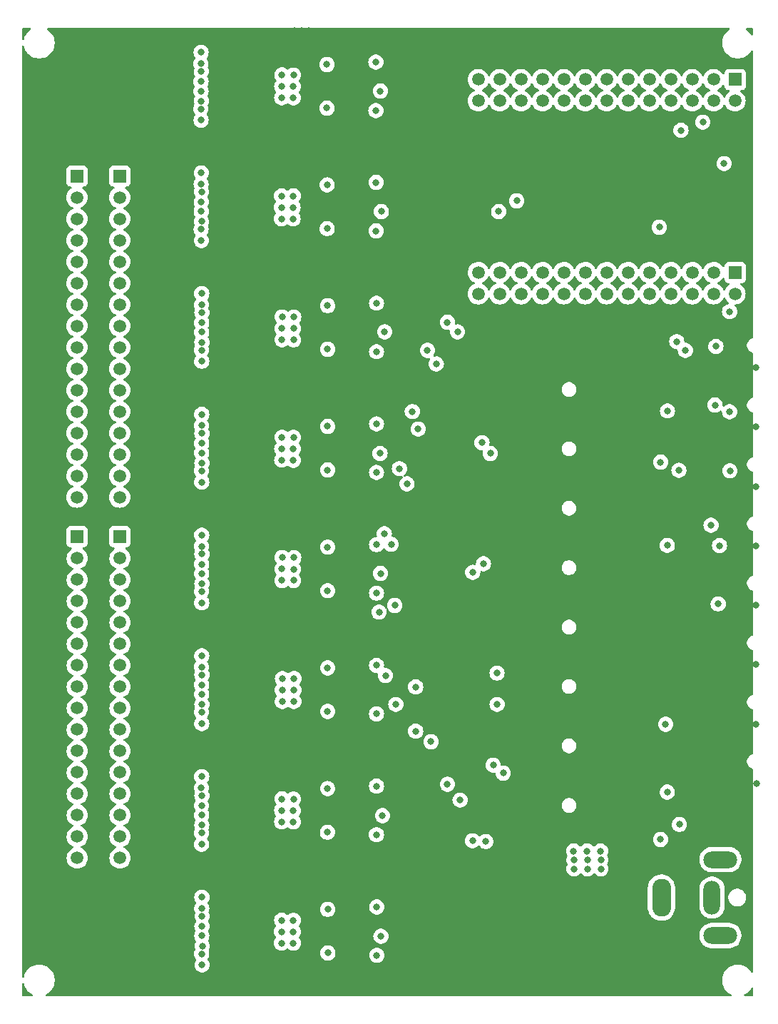
<source format=gbr>
%TF.GenerationSoftware,KiCad,Pcbnew,8.0.1*%
%TF.CreationDate,2024-08-26T16:05:16-04:00*%
%TF.ProjectId,16ch-driver-v1,31366368-2d64-4726-9976-65722d76312e,rev?*%
%TF.SameCoordinates,Original*%
%TF.FileFunction,Copper,L3,Inr*%
%TF.FilePolarity,Positive*%
%FSLAX46Y46*%
G04 Gerber Fmt 4.6, Leading zero omitted, Abs format (unit mm)*
G04 Created by KiCad (PCBNEW 8.0.1) date 2024-08-26 16:05:16*
%MOMM*%
%LPD*%
G01*
G04 APERTURE LIST*
%TA.AperFunction,ComponentPad*%
%ADD10R,1.508000X1.508000*%
%TD*%
%TA.AperFunction,ComponentPad*%
%ADD11C,1.508000*%
%TD*%
%TA.AperFunction,ComponentPad*%
%ADD12O,2.250000X4.500000*%
%TD*%
%TA.AperFunction,ComponentPad*%
%ADD13O,2.000000X4.000000*%
%TD*%
%TA.AperFunction,ComponentPad*%
%ADD14O,4.000000X2.000000*%
%TD*%
%TA.AperFunction,ViaPad*%
%ADD15C,0.800000*%
%TD*%
G04 APERTURE END LIST*
D10*
%TO.N,/SpikeAndHoldDriverAndLEDs-1/DriveOut*%
%TO.C,J3*%
X106637502Y-60639998D03*
X101557503Y-60640002D03*
D11*
%TO.N,GND*%
X106637502Y-63179998D03*
X101557504Y-63179998D03*
%TO.N,/SpikeAndHoldDriverAndLEDs-9/DriveOut*%
X106637506Y-65719997D03*
X101557500Y-65719998D03*
%TO.N,GND*%
X106637502Y-68259998D03*
X101557505Y-68259999D03*
%TO.N,/SpikeAndHoldDriverAndLEDs-2/DriveOut*%
X106637501Y-70799998D03*
X101557502Y-70800000D03*
%TO.N,GND*%
X106637506Y-73339997D03*
X101557502Y-73339997D03*
%TO.N,/SpikeAndHoldDriverAndLEDs-10/DriveOut*%
X106637502Y-75879998D03*
X101557505Y-75879998D03*
%TO.N,GND*%
X106637505Y-78420001D03*
X101557498Y-78419999D03*
%TO.N,/SpikeAndHoldDriverAndLEDs-3/DriveOut*%
X106637500Y-80960001D03*
X101557502Y-80959998D03*
%TO.N,GND*%
X106637498Y-83499998D03*
X101557500Y-83499999D03*
%TO.N,/SpikeAndHoldDriverAndLEDs-11/DriveOut*%
X106637502Y-86039998D03*
X101557502Y-86039998D03*
%TO.N,GND*%
X106637502Y-88579998D03*
X101557506Y-88579999D03*
%TO.N,/SpikeAndHoldDriverAndLEDs-4/DriveOut*%
X106637500Y-91119999D03*
X101557502Y-91119998D03*
%TO.N,GND*%
X106637502Y-93659999D03*
X101557498Y-93659997D03*
%TO.N,/SpikeAndHoldDriverAndLEDs-12/DriveOut*%
X106637502Y-96199998D03*
X101557504Y-96199994D03*
%TO.N,GND*%
X106637502Y-98739997D03*
X101557505Y-98739998D03*
%TD*%
D12*
%TO.N,/12V_IN*%
%TO.C,J1*%
X170955086Y-146253591D03*
D13*
%TO.N,GND*%
X176955086Y-146253591D03*
D14*
X177955085Y-141753590D03*
X177955086Y-150753591D03*
%TD*%
D10*
%TO.N,/SpikeAndHoldDriverAndLEDs-5/DriveOut*%
%TO.C,J4*%
X106662502Y-103439998D03*
X101582503Y-103440002D03*
D11*
%TO.N,GND*%
X106662502Y-105979998D03*
X101582504Y-105979998D03*
%TO.N,/SpikeAndHoldDriverAndLEDs-13/DriveOut*%
X106662506Y-108519997D03*
X101582500Y-108519997D03*
%TO.N,GND*%
X106662502Y-111059998D03*
X101582505Y-111059999D03*
%TO.N,/SpikeAndHoldDriverAndLEDs-6/DriveOut*%
X106662501Y-113599998D03*
X101582502Y-113599999D03*
%TO.N,GND*%
X106662506Y-116139997D03*
X101582502Y-116139997D03*
%TO.N,/SpikeAndHoldDriverAndLEDs-14/DriveOut*%
X106662502Y-118679998D03*
X101582505Y-118679998D03*
%TO.N,GND*%
X106662505Y-121220001D03*
X101582498Y-121219999D03*
%TO.N,/SpikeAndHoldDriverAndLEDs-7/DriveOut*%
X106662500Y-123760001D03*
X101582502Y-123759998D03*
%TO.N,GND*%
X106662498Y-126299998D03*
X101582500Y-126299999D03*
%TO.N,/SpikeAndHoldDriverAndLEDs-15/DriveOut*%
X106662502Y-128839998D03*
X101582502Y-128839998D03*
%TO.N,GND*%
X106662502Y-131379998D03*
X101582506Y-131379999D03*
%TO.N,/SpikeAndHoldDriverAndLEDs-8/DriveOut*%
X106662500Y-133919999D03*
X101582502Y-133919998D03*
%TO.N,GND*%
X106662502Y-136459999D03*
X101582498Y-136459996D03*
%TO.N,/SpikeAndHoldDriverAndLEDs-16/DriveOut*%
X106662502Y-138999998D03*
X101582504Y-138999994D03*
%TO.N,GND*%
X106662502Y-141539997D03*
X101582505Y-141539998D03*
%TD*%
D10*
%TO.N,+3.3V*%
%TO.C,U18*%
X179697061Y-49188985D03*
D11*
%TO.N,GND*%
X179697064Y-51728988D03*
%TO.N,+3.3V*%
X177157064Y-49188988D03*
%TO.N,GND*%
X177157065Y-51728987D03*
%TO.N,+3.3V*%
X174617064Y-49188983D03*
%TO.N,GND*%
X174617064Y-51728984D03*
%TO.N,unconnected-(U18-AD0-PadCN2-7)*%
X172077066Y-49188983D03*
%TO.N,+3.3V*%
X172077064Y-51728987D03*
%TO.N,unconnected-(U18-AD2-PadCN2-9)*%
X169537064Y-49188987D03*
%TO.N,unconnected-(U18-AD1-PadCN2-10)*%
X169537064Y-51728986D03*
%TO.N,+3.3V*%
X166997064Y-49188987D03*
%TO.N,unconnected-(U18-AD3-PadCN2-12)*%
X166997064Y-51728987D03*
%TO.N,unconnected-(U18-AD5-PadCN2-13)*%
X164457064Y-49188987D03*
%TO.N,unconnected-(U18-AD4-PadCN2-14)*%
X164457064Y-51728987D03*
%TO.N,unconnected-(U18-AD7-PadCN2-15)*%
X161917064Y-49188987D03*
%TO.N,unconnected-(U18-AD6-PadCN2-16)*%
X161917064Y-51728987D03*
%TO.N,unconnected-(U18-BD1-PadCN2-17)*%
X159377064Y-49188987D03*
%TO.N,unconnected-(U18-BD0-PadCN2-18)*%
X159377064Y-51728987D03*
%TO.N,unconnected-(U18-BD3-PadCN2-19)*%
X156837067Y-49188988D03*
%TO.N,unconnected-(U18-BD2-PadCN2-20)*%
X156837064Y-51728987D03*
%TO.N,+3.3V*%
X154297063Y-49188987D03*
%TO.N,/SpikeAndHoldDriverAndLEDs-2/TTLInput*%
X154297064Y-51728987D03*
%TO.N,/SpikeAndHoldDriverAndLEDs-10/TTLInput*%
X151757068Y-49188981D03*
%TO.N,/SpikeAndHoldDriverAndLEDs-1/TTLInput*%
X151757060Y-51728985D03*
%TO.N,unconnected-(U18-SUSPEND#-PadCN2-25)*%
X149217064Y-49188987D03*
%TO.N,/SpikeAndHoldDriverAndLEDs-9/TTLInput*%
X149217064Y-51728987D03*
D10*
%TO.N,Net-(U18-VBUS)*%
X179697064Y-72078987D03*
D11*
%TO.N,unconnected-(U18-GND-PadCN3-2)*%
X179687070Y-74618982D03*
%TO.N,Net-(U18-VBUS)*%
X177157064Y-72078987D03*
%TO.N,unconnected-(U18-GND-PadCN3-4)*%
X177157064Y-74618987D03*
%TO.N,unconnected-(U18-CS-PadCN3-5)*%
X174617068Y-72078989D03*
%TO.N,unconnected-(U18-CLK-PadCN3-6)*%
X174617060Y-74618993D03*
%TO.N,unconnected-(U18-DATA-PadCN3-7)*%
X172077064Y-72078987D03*
%TO.N,unconnected-(U18-PWREN#-PadCN3-8)*%
X172077065Y-74618987D03*
%TO.N,unconnected-(U18-DD7-PadCN3-9)*%
X169537064Y-72078987D03*
%TO.N,unconnected-(U18-DD6-PadCN3-10)*%
X169537061Y-74618986D03*
%TO.N,unconnected-(U18-DD5-PadCN3-11)*%
X166997064Y-72078987D03*
%TO.N,+3.3V*%
X166997064Y-74618987D03*
%TO.N,/SpikeAndHoldDriverAndLEDs-16/TTLInput*%
X164457064Y-72078987D03*
%TO.N,/SpikeAndHoldDriverAndLEDs-8/TTLInput*%
X164457064Y-74618987D03*
%TO.N,/SpikeAndHoldDriverAndLEDs-15/TTLInput*%
X161917064Y-72078987D03*
%TO.N,/SpikeAndHoldDriverAndLEDs-7/TTLInput*%
X161917064Y-74618987D03*
%TO.N,/SpikeAndHoldDriverAndLEDs-14/TTLInput*%
X159377064Y-72078987D03*
%TO.N,/SpikeAndHoldDriverAndLEDs-6/TTLInput*%
X159377064Y-74618987D03*
%TO.N,unconnected-(U18-CD6-PadCN3-19)*%
X156837064Y-72078988D03*
%TO.N,/SpikeAndHoldDriverAndLEDs-5/TTLInput*%
X156837064Y-74618987D03*
%TO.N,/SpikeAndHoldDriverAndLEDs-13/TTLInput*%
X154297064Y-72078987D03*
%TO.N,+3.3V*%
X154297062Y-74618991D03*
%TO.N,/SpikeAndHoldDriverAndLEDs-4/TTLInput*%
X151757064Y-72078990D03*
%TO.N,/SpikeAndHoldDriverAndLEDs-12/TTLInput*%
X151757064Y-74618991D03*
%TO.N,/SpikeAndHoldDriverAndLEDs-3/TTLInput*%
X149217063Y-72078987D03*
%TO.N,/SpikeAndHoldDriverAndLEDs-11/TTLInput*%
X149217064Y-74618986D03*
%TD*%
D15*
%TO.N,+12V*%
X164100000Y-132710000D03*
X127442502Y-114999999D03*
X127442502Y-100674999D03*
X128312502Y-156816783D03*
X150470000Y-148740000D03*
X128292502Y-128165355D03*
X127442502Y-86349999D03*
X170115000Y-118585000D03*
X170115000Y-111535000D03*
X129142502Y-99513927D03*
X164045000Y-125660000D03*
X129067502Y-43412499D03*
X153690000Y-155010000D03*
X127442502Y-85188213D03*
X127392502Y-70862499D03*
X182190000Y-118610000D03*
X176115000Y-118585000D03*
X153670000Y-148740000D03*
X129142502Y-142491069D03*
X170115000Y-97460000D03*
X128292502Y-85188213D03*
X128292502Y-114999999D03*
X127442502Y-128165355D03*
X153680000Y-153610000D03*
X128292502Y-100674999D03*
X127442502Y-113839641D03*
X182220000Y-132735000D03*
X152070000Y-148740000D03*
X182165000Y-83385000D03*
X176115000Y-104510000D03*
X176090000Y-83360000D03*
X129142502Y-113839641D03*
X129173501Y-143644999D03*
X164070000Y-97460000D03*
X164070000Y-104510000D03*
X150470000Y-150440000D03*
X182190000Y-104535000D03*
X128292502Y-142491069D03*
X170145000Y-132710000D03*
X152080000Y-152090000D03*
X128323501Y-143644999D03*
X129067502Y-56574999D03*
X128242502Y-70862499D03*
X152090000Y-155010000D03*
X128292502Y-99513927D03*
X150490000Y-155010000D03*
X153680000Y-152090000D03*
X176115000Y-97460000D03*
X170115000Y-90385000D03*
X129142502Y-85188213D03*
X128292502Y-86349999D03*
X176115000Y-90385000D03*
X127462502Y-156816783D03*
X129130999Y-129330000D03*
X150480000Y-153610000D03*
X153670000Y-150440000D03*
X129142502Y-128165355D03*
X170115000Y-104510000D03*
X128292502Y-113839641D03*
X127367502Y-43412499D03*
X128217502Y-56574999D03*
X127430999Y-129330000D03*
X182190000Y-90410000D03*
X127367502Y-56574999D03*
X129142502Y-86349999D03*
X128280999Y-129330000D03*
X129092502Y-70862499D03*
X176115000Y-111535000D03*
X129142502Y-72024999D03*
X129162502Y-156816783D03*
X182165000Y-125685000D03*
X127442502Y-99513927D03*
X129142502Y-114999999D03*
X176145000Y-132710000D03*
X129092502Y-57699999D03*
X182190000Y-111560000D03*
X164070000Y-111535000D03*
X128217502Y-43412499D03*
X182190000Y-97485000D03*
X152070000Y-150440000D03*
X128242502Y-57699999D03*
X164070000Y-90385000D03*
X127442502Y-72024999D03*
X129142502Y-100674999D03*
X127442502Y-142491069D03*
X176090000Y-125660000D03*
X128292502Y-72024999D03*
X127392502Y-57699999D03*
X164045000Y-83360000D03*
X164070000Y-118585000D03*
X152080000Y-153610000D03*
X127473501Y-143644999D03*
X170090000Y-83360000D03*
X170090000Y-125660000D03*
X150480000Y-152090000D03*
%TO.N,GND*%
X116367502Y-152916783D03*
X116367502Y-78044999D03*
X116377502Y-82624999D03*
X131317502Y-81194999D03*
X127280000Y-108630000D03*
X116302502Y-54012499D03*
X131317502Y-76018213D03*
X127270000Y-48660000D03*
X127250000Y-50020000D03*
X131317502Y-124169999D03*
X116377502Y-117565355D03*
X116377502Y-125599999D03*
X125840000Y-64360000D03*
X127260000Y-148950000D03*
X127250000Y-51370000D03*
X127280000Y-91650000D03*
X116428501Y-151984999D03*
X131317502Y-133321069D03*
X116327502Y-68299999D03*
X116377502Y-74588213D03*
X125870000Y-50010000D03*
X163720000Y-140730000D03*
X116397502Y-80364999D03*
X131317502Y-109844999D03*
X116272502Y-52674999D03*
X116377502Y-96949999D03*
X163770000Y-142840000D03*
X116335999Y-133230000D03*
X125880000Y-94350000D03*
X125900000Y-91640000D03*
X125880000Y-137260000D03*
X127260000Y-137270000D03*
X116302502Y-45974999D03*
X116397502Y-146216783D03*
X127300000Y-105920000D03*
X127260000Y-93010000D03*
X116347502Y-62522499D03*
X162120000Y-140730000D03*
X131317502Y-90343927D03*
X127220000Y-64370000D03*
X116365999Y-139930000D03*
X116397502Y-105499641D03*
X116347502Y-104574999D03*
X131317502Y-118995355D03*
X127280000Y-78730000D03*
X116347502Y-66039999D03*
X116272502Y-47312499D03*
X162170000Y-141760000D03*
X125960000Y-120270000D03*
X116367502Y-93493927D03*
X127340000Y-120280000D03*
X116377502Y-111274999D03*
X116322502Y-48234999D03*
X125920000Y-77360000D03*
X137115999Y-138790000D03*
X131267502Y-66869999D03*
X116397502Y-94689999D03*
X137052502Y-52872499D03*
X125940000Y-121630000D03*
X127320000Y-121640000D03*
X125900000Y-107270000D03*
X116347502Y-109939641D03*
X116367502Y-79168213D03*
X131317502Y-104669641D03*
X116292502Y-50554999D03*
X125900000Y-108620000D03*
X127240000Y-150310000D03*
X137127502Y-104379641D03*
X116367502Y-107819641D03*
X127280000Y-134560000D03*
X137127502Y-118705355D03*
X125880000Y-93000000D03*
X125880000Y-148940000D03*
X137147502Y-147356783D03*
X137127502Y-81484999D03*
X116408501Y-154244999D03*
X127260000Y-94360000D03*
X131317502Y-95519999D03*
X116398501Y-149664999D03*
X116367502Y-121019999D03*
X137127502Y-110134999D03*
X137077502Y-67159999D03*
X127220000Y-65720000D03*
X160570000Y-142840000D03*
X131267502Y-61692499D03*
X125870000Y-51360000D03*
X116322502Y-51752499D03*
X116347502Y-138591069D03*
X127240000Y-151660000D03*
X116397502Y-134151069D03*
X116377502Y-88913927D03*
X137127502Y-90053927D03*
X160570000Y-141760000D03*
X163770000Y-141760000D03*
X127260000Y-135920000D03*
X125940000Y-122980000D03*
X160520000Y-140730000D03*
X116397502Y-91173927D03*
X116397502Y-76848213D03*
X116367502Y-92369999D03*
X116327502Y-60262499D03*
X125840000Y-65710000D03*
X127320000Y-122990000D03*
X116387502Y-150796783D03*
X162170000Y-142840000D03*
X116377502Y-103239641D03*
X137127502Y-75728213D03*
X116317502Y-64842499D03*
X116347502Y-118899999D03*
X125860000Y-151650000D03*
X116317502Y-63719999D03*
X125880000Y-135910000D03*
X116377502Y-131891069D03*
X137127502Y-124459999D03*
X116385999Y-137670000D03*
X127240000Y-63010000D03*
X116397502Y-109014999D03*
X116347502Y-90249999D03*
X137077502Y-61402499D03*
X116347502Y-81288213D03*
X125860000Y-63000000D03*
X116417502Y-148476783D03*
X116297502Y-61599999D03*
X116397502Y-119825355D03*
X127300000Y-77370000D03*
X127280000Y-80080000D03*
X116367502Y-122145355D03*
X125900000Y-80070000D03*
X137127502Y-133031069D03*
X116292502Y-49432499D03*
X131337502Y-147646783D03*
X116355999Y-135350000D03*
X116347502Y-124265355D03*
X116378501Y-147544999D03*
X116367502Y-106694999D03*
X125900000Y-134550000D03*
X116297502Y-66962499D03*
X131242502Y-47404999D03*
X137052502Y-47114999D03*
X137127502Y-95809999D03*
X127280000Y-107280000D03*
X131242502Y-52582499D03*
X116347502Y-75924999D03*
X137158501Y-153104999D03*
X131305999Y-138500000D03*
X116397502Y-123339999D03*
X125920000Y-105910000D03*
X125860000Y-150300000D03*
X125900000Y-78720000D03*
X116347502Y-95613927D03*
X131348501Y-152814999D03*
X116367502Y-136471069D03*
X125890000Y-48650000D03*
%TO.N,Net-(D2-K)*%
X177425000Y-80860000D03*
X175870000Y-54250000D03*
%TO.N,Net-(D5-K)*%
X178400000Y-59160000D03*
X179050000Y-88610000D03*
%TO.N,Net-(D8-K)*%
X179087500Y-95622500D03*
X179050000Y-76735000D03*
%TO.N,Net-(D11-K)*%
X177325000Y-87810000D03*
X177850000Y-104485000D03*
%TO.N,Net-(D14-K)*%
X177700000Y-111410000D03*
X176850000Y-102060000D03*
%TO.N,Net-(D26-K)*%
X143175000Y-81335000D03*
%TO.N,Net-(D3-K)*%
X173800000Y-81335000D03*
X173275000Y-55210000D03*
%TO.N,Net-(D6-K)*%
X171675000Y-88510000D03*
X170700000Y-66710000D03*
%TO.N,Net-(D29-K)*%
X141375000Y-88585000D03*
%TO.N,Net-(D9-K)*%
X173025000Y-95560000D03*
X172775000Y-80285000D03*
%TO.N,Net-(D12-K)*%
X170850000Y-94585000D03*
X171650000Y-104460000D03*
%TO.N,Net-(D32-K)*%
X139850000Y-95360000D03*
%TO.N,Net-(D21-K)*%
X171450000Y-125685000D03*
X173088931Y-137571069D03*
%TO.N,Net-(D35-K)*%
X138050000Y-103085000D03*
%TO.N,Net-(D24-K)*%
X171650000Y-133735000D03*
X170850000Y-139360000D03*
%TO.N,Net-(D27-K)*%
X144225000Y-82935000D03*
%TO.N,Net-(D38-K)*%
X137425000Y-112385000D03*
%TO.N,Net-(D30-K)*%
X142075000Y-90660000D03*
%TO.N,Net-(D33-K)*%
X140750000Y-97160000D03*
%TO.N,Net-(D41-K)*%
X141775000Y-121260000D03*
%TO.N,Net-(D36-K)*%
X138875000Y-104335000D03*
%TO.N,Net-(D39-K)*%
X139300000Y-111585000D03*
%TO.N,Net-(D44-K)*%
X143600000Y-127760000D03*
%TO.N,Net-(D42-K)*%
X138190000Y-119920000D03*
%TO.N,Net-(D45-K)*%
X141775000Y-126510000D03*
%TO.N,Net-(D47-K)*%
X147050000Y-134685000D03*
%TO.N,Net-(D48-K)*%
X145550000Y-132810000D03*
%TO.N,/SpikeAndHoldDriverAndLEDs-2/TTLInput*%
X153775000Y-63585000D03*
%TO.N,/SpikeAndHoldDriverAndLEDs-3/TTLInput*%
X145550000Y-77988213D03*
%TO.N,/SpikeAndHoldDriverAndLEDs-4/TTLInput*%
X149650000Y-92285000D03*
%TO.N,/SpikeAndHoldDriverAndLEDs-5/TTLInput*%
X149830000Y-106640000D03*
%TO.N,/SpikeAndHoldDriverAndLEDs-6/TTLInput*%
X151440000Y-119620000D03*
%TO.N,/SpikeAndHoldDriverAndLEDs-7/TTLInput*%
X150975000Y-130535000D03*
%TO.N,/SpikeAndHoldDriverAndLEDs-8/TTLInput*%
X148525000Y-139510000D03*
%TO.N,/SpikeAndHoldDriverAndLEDs-9/TTLInput*%
X137575000Y-50560000D03*
%TO.N,/SpikeAndHoldDriverAndLEDs-10/TTLInput*%
X137700000Y-64860000D03*
X151625000Y-64860000D03*
%TO.N,/SpikeAndHoldDriverAndLEDs-11/TTLInput*%
X146750000Y-79135000D03*
X138100000Y-79135000D03*
%TO.N,/SpikeAndHoldDriverAndLEDs-12/TTLInput*%
X150640000Y-93560000D03*
X137540000Y-93560000D03*
%TO.N,/SpikeAndHoldDriverAndLEDs-13/TTLInput*%
X148550000Y-107670000D03*
X137600000Y-107790000D03*
%TO.N,/SpikeAndHoldDriverAndLEDs-14/TTLInput*%
X151450000Y-123335000D03*
X139425000Y-123335000D03*
%TO.N,/SpikeAndHoldDriverAndLEDs-15/TTLInput*%
X137829999Y-136530001D03*
X152175000Y-131485000D03*
%TO.N,/SpikeAndHoldDriverAndLEDs-16/TTLInput*%
X150100000Y-139600000D03*
X137650000Y-150830000D03*
%TD*%
%TA.AperFunction,Conductor*%
%TO.N,+12V*%
G36*
X179002656Y-43079685D02*
G01*
X179048411Y-43132489D01*
X179058355Y-43201647D01*
X179029330Y-43265203D01*
X178997617Y-43291385D01*
X178996412Y-43292081D01*
X178994706Y-43293066D01*
X178802263Y-43440733D01*
X178802256Y-43440739D01*
X178630739Y-43612256D01*
X178630733Y-43612263D01*
X178483067Y-43804706D01*
X178361777Y-44014785D01*
X178361773Y-44014794D01*
X178268947Y-44238895D01*
X178206161Y-44473214D01*
X178174500Y-44713711D01*
X178174500Y-44956288D01*
X178206161Y-45196785D01*
X178268947Y-45431104D01*
X178341688Y-45606715D01*
X178361776Y-45655212D01*
X178483064Y-45865289D01*
X178483066Y-45865292D01*
X178483067Y-45865293D01*
X178630733Y-46057736D01*
X178630739Y-46057743D01*
X178802256Y-46229260D01*
X178802263Y-46229266D01*
X178915321Y-46316018D01*
X178994711Y-46376936D01*
X179204788Y-46498224D01*
X179428900Y-46591054D01*
X179663211Y-46653838D01*
X179834916Y-46676443D01*
X179903711Y-46685500D01*
X179903712Y-46685500D01*
X180146289Y-46685500D01*
X180215084Y-46676443D01*
X180386789Y-46653838D01*
X180621100Y-46591054D01*
X180845212Y-46498224D01*
X181055289Y-46376936D01*
X181247738Y-46229265D01*
X181419265Y-46057738D01*
X181566936Y-45865289D01*
X181618614Y-45775780D01*
X181669180Y-45727565D01*
X181737787Y-45714342D01*
X181802652Y-45740311D01*
X181843180Y-45797225D01*
X181850000Y-45837781D01*
X181850000Y-79791439D01*
X181830315Y-79858478D01*
X181777511Y-79904233D01*
X181750193Y-79913056D01*
X181724626Y-79918141D01*
X181724620Y-79918143D01*
X181565298Y-79984136D01*
X181565285Y-79984143D01*
X181421898Y-80079952D01*
X181421894Y-80079955D01*
X181299954Y-80201895D01*
X181299951Y-80201899D01*
X181204142Y-80345286D01*
X181204135Y-80345299D01*
X181138143Y-80504619D01*
X181138140Y-80504631D01*
X181104497Y-80673764D01*
X181104497Y-80846231D01*
X181138140Y-81015364D01*
X181138143Y-81015376D01*
X181204135Y-81174696D01*
X181204142Y-81174709D01*
X181299951Y-81318096D01*
X181299954Y-81318100D01*
X181421894Y-81440040D01*
X181421898Y-81440043D01*
X181565285Y-81535852D01*
X181565298Y-81535859D01*
X181724618Y-81601851D01*
X181724623Y-81601853D01*
X181750191Y-81606938D01*
X181812101Y-81639323D01*
X181846676Y-81700038D01*
X181850000Y-81728556D01*
X181850000Y-86841443D01*
X181830315Y-86908482D01*
X181777511Y-86954237D01*
X181750193Y-86963060D01*
X181724626Y-86968145D01*
X181724620Y-86968147D01*
X181565298Y-87034140D01*
X181565285Y-87034147D01*
X181421898Y-87129956D01*
X181421894Y-87129959D01*
X181299954Y-87251899D01*
X181299951Y-87251903D01*
X181204142Y-87395290D01*
X181204135Y-87395303D01*
X181138143Y-87554623D01*
X181138140Y-87554635D01*
X181104497Y-87723768D01*
X181104497Y-87896235D01*
X181138140Y-88065368D01*
X181138143Y-88065380D01*
X181204135Y-88224700D01*
X181204142Y-88224713D01*
X181299951Y-88368100D01*
X181299954Y-88368104D01*
X181421894Y-88490044D01*
X181421898Y-88490047D01*
X181565285Y-88585856D01*
X181565298Y-88585863D01*
X181724618Y-88651855D01*
X181724623Y-88651857D01*
X181750191Y-88656942D01*
X181812101Y-88689327D01*
X181846676Y-88750042D01*
X181850000Y-88778560D01*
X181850000Y-93891442D01*
X181830315Y-93958481D01*
X181777511Y-94004236D01*
X181750192Y-94013059D01*
X181724631Y-94018143D01*
X181724621Y-94018146D01*
X181565301Y-94084138D01*
X181565288Y-94084145D01*
X181421901Y-94179954D01*
X181421897Y-94179957D01*
X181299957Y-94301897D01*
X181299954Y-94301901D01*
X181204145Y-94445288D01*
X181204138Y-94445301D01*
X181138146Y-94604621D01*
X181138143Y-94604633D01*
X181104500Y-94773766D01*
X181104500Y-94946233D01*
X181138143Y-95115366D01*
X181138146Y-95115378D01*
X181204138Y-95274698D01*
X181204145Y-95274711D01*
X181299954Y-95418098D01*
X181299957Y-95418102D01*
X181421897Y-95540042D01*
X181421901Y-95540045D01*
X181565288Y-95635854D01*
X181565301Y-95635861D01*
X181724621Y-95701853D01*
X181724626Y-95701855D01*
X181750191Y-95706940D01*
X181812100Y-95739323D01*
X181846676Y-95800038D01*
X181850000Y-95828557D01*
X181850000Y-100941442D01*
X181830315Y-101008481D01*
X181777511Y-101054236D01*
X181750192Y-101063059D01*
X181724631Y-101068143D01*
X181724621Y-101068146D01*
X181565301Y-101134138D01*
X181565288Y-101134145D01*
X181421901Y-101229954D01*
X181421897Y-101229957D01*
X181299957Y-101351897D01*
X181299954Y-101351901D01*
X181204145Y-101495288D01*
X181204138Y-101495301D01*
X181138146Y-101654621D01*
X181138143Y-101654633D01*
X181104500Y-101823766D01*
X181104500Y-101996233D01*
X181138143Y-102165366D01*
X181138146Y-102165378D01*
X181204138Y-102324698D01*
X181204145Y-102324711D01*
X181299954Y-102468098D01*
X181299957Y-102468102D01*
X181421897Y-102590042D01*
X181421901Y-102590045D01*
X181565288Y-102685854D01*
X181565301Y-102685861D01*
X181724621Y-102751853D01*
X181724626Y-102751855D01*
X181750191Y-102756940D01*
X181812100Y-102789323D01*
X181846676Y-102850038D01*
X181850000Y-102878557D01*
X181850000Y-107991439D01*
X181830315Y-108058478D01*
X181777511Y-108104233D01*
X181750195Y-108113056D01*
X181724625Y-108118142D01*
X181724619Y-108118144D01*
X181565299Y-108184136D01*
X181565286Y-108184143D01*
X181421899Y-108279952D01*
X181421895Y-108279955D01*
X181299955Y-108401895D01*
X181299952Y-108401899D01*
X181204143Y-108545286D01*
X181204136Y-108545299D01*
X181138144Y-108704619D01*
X181138141Y-108704631D01*
X181104498Y-108873764D01*
X181104498Y-109046231D01*
X181138141Y-109215364D01*
X181138144Y-109215376D01*
X181204136Y-109374696D01*
X181204143Y-109374709D01*
X181299952Y-109518096D01*
X181299955Y-109518100D01*
X181421895Y-109640040D01*
X181421899Y-109640043D01*
X181565286Y-109735852D01*
X181565299Y-109735859D01*
X181693623Y-109789012D01*
X181724624Y-109801853D01*
X181750191Y-109806938D01*
X181812100Y-109839320D01*
X181846676Y-109900035D01*
X181850000Y-109928555D01*
X181850000Y-115041444D01*
X181830315Y-115108483D01*
X181777511Y-115154238D01*
X181750192Y-115163061D01*
X181724631Y-115168145D01*
X181724621Y-115168148D01*
X181565301Y-115234140D01*
X181565288Y-115234147D01*
X181421901Y-115329956D01*
X181421897Y-115329959D01*
X181299957Y-115451899D01*
X181299954Y-115451903D01*
X181204145Y-115595290D01*
X181204138Y-115595303D01*
X181138146Y-115754623D01*
X181138143Y-115754635D01*
X181104500Y-115923768D01*
X181104500Y-116096235D01*
X181138143Y-116265368D01*
X181138146Y-116265380D01*
X181204138Y-116424700D01*
X181204145Y-116424713D01*
X181299954Y-116568100D01*
X181299957Y-116568104D01*
X181421897Y-116690044D01*
X181421901Y-116690047D01*
X181565288Y-116785856D01*
X181565301Y-116785863D01*
X181724621Y-116851855D01*
X181724626Y-116851857D01*
X181750191Y-116856942D01*
X181812100Y-116889325D01*
X181846676Y-116950040D01*
X181850000Y-116978559D01*
X181850000Y-122091442D01*
X181830315Y-122158481D01*
X181777511Y-122204236D01*
X181750193Y-122213059D01*
X181724626Y-122218144D01*
X181724620Y-122218146D01*
X181565298Y-122284139D01*
X181565285Y-122284146D01*
X181421898Y-122379955D01*
X181421894Y-122379958D01*
X181299954Y-122501898D01*
X181299951Y-122501902D01*
X181204142Y-122645289D01*
X181204135Y-122645302D01*
X181138143Y-122804622D01*
X181138140Y-122804634D01*
X181104497Y-122973767D01*
X181104497Y-123146234D01*
X181138140Y-123315367D01*
X181138143Y-123315379D01*
X181204135Y-123474699D01*
X181204142Y-123474712D01*
X181299951Y-123618099D01*
X181299954Y-123618103D01*
X181421894Y-123740043D01*
X181421898Y-123740046D01*
X181565285Y-123835855D01*
X181565298Y-123835862D01*
X181713071Y-123897071D01*
X181724623Y-123901856D01*
X181750191Y-123906941D01*
X181812101Y-123939326D01*
X181846676Y-124000041D01*
X181850000Y-124028559D01*
X181850000Y-129141442D01*
X181830315Y-129208481D01*
X181777511Y-129254236D01*
X181750192Y-129263059D01*
X181724631Y-129268143D01*
X181724621Y-129268146D01*
X181565301Y-129334138D01*
X181565288Y-129334145D01*
X181421901Y-129429954D01*
X181421897Y-129429957D01*
X181299957Y-129551897D01*
X181299954Y-129551901D01*
X181204145Y-129695288D01*
X181204138Y-129695301D01*
X181138146Y-129854621D01*
X181138143Y-129854633D01*
X181104500Y-130023766D01*
X181104500Y-130196233D01*
X181138143Y-130365366D01*
X181138146Y-130365378D01*
X181204138Y-130524698D01*
X181204145Y-130524711D01*
X181299954Y-130668098D01*
X181299957Y-130668102D01*
X181421897Y-130790042D01*
X181421901Y-130790045D01*
X181565288Y-130885854D01*
X181565301Y-130885861D01*
X181718448Y-130949296D01*
X181724626Y-130951855D01*
X181750191Y-130956940D01*
X181812100Y-130989323D01*
X181846676Y-131050038D01*
X181850000Y-131078557D01*
X181850000Y-155057218D01*
X181830315Y-155124257D01*
X181777511Y-155170012D01*
X181708353Y-155179956D01*
X181644797Y-155150931D01*
X181618613Y-155119219D01*
X181566936Y-155029711D01*
X181419265Y-154837262D01*
X181419260Y-154837256D01*
X181247743Y-154665739D01*
X181247736Y-154665733D01*
X181055293Y-154518067D01*
X181055292Y-154518066D01*
X181055289Y-154518064D01*
X180845212Y-154396776D01*
X180845205Y-154396773D01*
X180621104Y-154303947D01*
X180386785Y-154241161D01*
X180146289Y-154209500D01*
X180146288Y-154209500D01*
X179903712Y-154209500D01*
X179903711Y-154209500D01*
X179663214Y-154241161D01*
X179428895Y-154303947D01*
X179204794Y-154396773D01*
X179204785Y-154396777D01*
X178994706Y-154518067D01*
X178802263Y-154665733D01*
X178802256Y-154665739D01*
X178630739Y-154837256D01*
X178630733Y-154837263D01*
X178483067Y-155029706D01*
X178361777Y-155239785D01*
X178361773Y-155239794D01*
X178268947Y-155463895D01*
X178206161Y-155698214D01*
X178174500Y-155938711D01*
X178174500Y-156181288D01*
X178206161Y-156421785D01*
X178268947Y-156656104D01*
X178361773Y-156880205D01*
X178361776Y-156880212D01*
X178483064Y-157090289D01*
X178483066Y-157090292D01*
X178483067Y-157090293D01*
X178630733Y-157282736D01*
X178630739Y-157282743D01*
X178802256Y-157454260D01*
X178802262Y-157454265D01*
X178994711Y-157601936D01*
X179204788Y-157723224D01*
X179204794Y-157723226D01*
X179207961Y-157724789D01*
X179259380Y-157772095D01*
X179277060Y-157839691D01*
X179255389Y-157906115D01*
X179201246Y-157950278D01*
X179153115Y-157960000D01*
X97946885Y-157960000D01*
X97879846Y-157940315D01*
X97834091Y-157887511D01*
X97824147Y-157818353D01*
X97853172Y-157754797D01*
X97892039Y-157724789D01*
X97895199Y-157723229D01*
X97895212Y-157723224D01*
X98105289Y-157601936D01*
X98297738Y-157454265D01*
X98469265Y-157282738D01*
X98616936Y-157090289D01*
X98738224Y-156880212D01*
X98831054Y-156656100D01*
X98893838Y-156421789D01*
X98925500Y-156181288D01*
X98925500Y-155938712D01*
X98893838Y-155698211D01*
X98831054Y-155463900D01*
X98738224Y-155239788D01*
X98616936Y-155029711D01*
X98469265Y-154837262D01*
X98469260Y-154837256D01*
X98297743Y-154665739D01*
X98297736Y-154665733D01*
X98105293Y-154518067D01*
X98105292Y-154518066D01*
X98105289Y-154518064D01*
X97895212Y-154396776D01*
X97895205Y-154396773D01*
X97671104Y-154303947D01*
X97436785Y-154241161D01*
X97196289Y-154209500D01*
X97196288Y-154209500D01*
X96953712Y-154209500D01*
X96953711Y-154209500D01*
X96713214Y-154241161D01*
X96478895Y-154303947D01*
X96254794Y-154396773D01*
X96254785Y-154396777D01*
X96044706Y-154518067D01*
X95852263Y-154665733D01*
X95852256Y-154665739D01*
X95680739Y-154837256D01*
X95680733Y-154837263D01*
X95533067Y-155029706D01*
X95411777Y-155239785D01*
X95411773Y-155239794D01*
X95318947Y-155463895D01*
X95318946Y-155463900D01*
X95268774Y-155651142D01*
X95232410Y-155710801D01*
X95169563Y-155741330D01*
X95100187Y-155733035D01*
X95046309Y-155688550D01*
X95025035Y-155621998D01*
X95025000Y-155619047D01*
X95025000Y-152916783D01*
X115462042Y-152916783D01*
X115481828Y-153105039D01*
X115481829Y-153105042D01*
X115540320Y-153285060D01*
X115540323Y-153285067D01*
X115634966Y-153448995D01*
X115634967Y-153448997D01*
X115634969Y-153448999D01*
X115699517Y-153520687D01*
X115729746Y-153583676D01*
X115721121Y-153653011D01*
X115699518Y-153686627D01*
X115675969Y-153712781D01*
X115675965Y-153712786D01*
X115581322Y-153876714D01*
X115581319Y-153876721D01*
X115539477Y-154005499D01*
X115522827Y-154056743D01*
X115503041Y-154244999D01*
X115522827Y-154433255D01*
X115522828Y-154433258D01*
X115581319Y-154613276D01*
X115581322Y-154613283D01*
X115675968Y-154777215D01*
X115730035Y-154837262D01*
X115802630Y-154917887D01*
X115955766Y-155029147D01*
X115955771Y-155029150D01*
X116128693Y-155106141D01*
X116128698Y-155106143D01*
X116313855Y-155145499D01*
X116313856Y-155145499D01*
X116503145Y-155145499D01*
X116503147Y-155145499D01*
X116688304Y-155106143D01*
X116861231Y-155029150D01*
X117014372Y-154917887D01*
X117141034Y-154777215D01*
X117235680Y-154613283D01*
X117294175Y-154433255D01*
X117313961Y-154244999D01*
X117294175Y-154056743D01*
X117235680Y-153876715D01*
X117141034Y-153712783D01*
X117076484Y-153641093D01*
X117046256Y-153578105D01*
X117054881Y-153508770D01*
X117076487Y-153475151D01*
X117078169Y-153473283D01*
X117100035Y-153448999D01*
X117194681Y-153285067D01*
X117253176Y-153105039D01*
X117272962Y-152916783D01*
X117262264Y-152814999D01*
X130443041Y-152814999D01*
X130462827Y-153003255D01*
X130462828Y-153003258D01*
X130521319Y-153183276D01*
X130521322Y-153183283D01*
X130615968Y-153347215D01*
X130731162Y-153475151D01*
X130742630Y-153487887D01*
X130895766Y-153599147D01*
X130895771Y-153599150D01*
X131068693Y-153676141D01*
X131068698Y-153676143D01*
X131253855Y-153715499D01*
X131253856Y-153715499D01*
X131443145Y-153715499D01*
X131443147Y-153715499D01*
X131628304Y-153676143D01*
X131801231Y-153599150D01*
X131954372Y-153487887D01*
X132081034Y-153347215D01*
X132175680Y-153183283D01*
X132201116Y-153104999D01*
X136253041Y-153104999D01*
X136272827Y-153293255D01*
X136272828Y-153293258D01*
X136331319Y-153473276D01*
X136331322Y-153473283D01*
X136425968Y-153637215D01*
X136552630Y-153777887D01*
X136705766Y-153889147D01*
X136705771Y-153889150D01*
X136878693Y-153966141D01*
X136878698Y-153966143D01*
X137063855Y-154005499D01*
X137063856Y-154005499D01*
X137253145Y-154005499D01*
X137253147Y-154005499D01*
X137438304Y-153966143D01*
X137611231Y-153889150D01*
X137764372Y-153777887D01*
X137891034Y-153637215D01*
X137985680Y-153473283D01*
X138044175Y-153293255D01*
X138063961Y-153104999D01*
X138044175Y-152916743D01*
X137985680Y-152736715D01*
X137891034Y-152572783D01*
X137764372Y-152432111D01*
X137764371Y-152432110D01*
X137611235Y-152320850D01*
X137611230Y-152320847D01*
X137438308Y-152243856D01*
X137438303Y-152243854D01*
X137292502Y-152212864D01*
X137253147Y-152204499D01*
X137063855Y-152204499D01*
X137031398Y-152211397D01*
X136878698Y-152243854D01*
X136878693Y-152243856D01*
X136705771Y-152320847D01*
X136705766Y-152320850D01*
X136552630Y-152432110D01*
X136425967Y-152572784D01*
X136331322Y-152736714D01*
X136331319Y-152736721D01*
X136272828Y-152916739D01*
X136272827Y-152916743D01*
X136253041Y-153104999D01*
X132201116Y-153104999D01*
X132234175Y-153003255D01*
X132253961Y-152814999D01*
X132234175Y-152626743D01*
X132175680Y-152446715D01*
X132081034Y-152282783D01*
X131954372Y-152142111D01*
X131954371Y-152142110D01*
X131801235Y-152030850D01*
X131801230Y-152030847D01*
X131628308Y-151953856D01*
X131628303Y-151953854D01*
X131482502Y-151922864D01*
X131443147Y-151914499D01*
X131253855Y-151914499D01*
X131221398Y-151921397D01*
X131068698Y-151953854D01*
X131068693Y-151953856D01*
X130895771Y-152030847D01*
X130895766Y-152030850D01*
X130742630Y-152142110D01*
X130615967Y-152282784D01*
X130521322Y-152446714D01*
X130521319Y-152446721D01*
X130480359Y-152572784D01*
X130462827Y-152626743D01*
X130443041Y-152814999D01*
X117262264Y-152814999D01*
X117253176Y-152728527D01*
X117202571Y-152572783D01*
X117193120Y-152543694D01*
X117191125Y-152473853D01*
X117203664Y-152443376D01*
X117210168Y-152432111D01*
X117255680Y-152353283D01*
X117314175Y-152173255D01*
X117333961Y-151984999D01*
X117314175Y-151796743D01*
X117266495Y-151650000D01*
X124954540Y-151650000D01*
X124974326Y-151838256D01*
X124974327Y-151838259D01*
X125032818Y-152018277D01*
X125032821Y-152018284D01*
X125127467Y-152182216D01*
X125192184Y-152254091D01*
X125254129Y-152322888D01*
X125407265Y-152434148D01*
X125407270Y-152434151D01*
X125580192Y-152511142D01*
X125580197Y-152511144D01*
X125765354Y-152550500D01*
X125765355Y-152550500D01*
X125954644Y-152550500D01*
X125954646Y-152550500D01*
X126139803Y-152511144D01*
X126312730Y-152434151D01*
X126452107Y-152332888D01*
X126471129Y-152319068D01*
X126472786Y-152321349D01*
X126524593Y-152296451D01*
X126593933Y-152305036D01*
X126628257Y-152329707D01*
X126629305Y-152328544D01*
X126634135Y-152332893D01*
X126787265Y-152444148D01*
X126787270Y-152444151D01*
X126960192Y-152521142D01*
X126960197Y-152521144D01*
X127145354Y-152560500D01*
X127145355Y-152560500D01*
X127334644Y-152560500D01*
X127334646Y-152560500D01*
X127519803Y-152521144D01*
X127692730Y-152444151D01*
X127845871Y-152332888D01*
X127972533Y-152192216D01*
X128067179Y-152028284D01*
X128125674Y-151848256D01*
X128145460Y-151660000D01*
X128125674Y-151471744D01*
X128067179Y-151291716D01*
X127972533Y-151127784D01*
X127918677Y-151067971D01*
X127888448Y-151004982D01*
X127897072Y-150935646D01*
X127918676Y-150902030D01*
X127972533Y-150842216D01*
X127979586Y-150830000D01*
X136744540Y-150830000D01*
X136764326Y-151018256D01*
X136764327Y-151018259D01*
X136822818Y-151198277D01*
X136822821Y-151198284D01*
X136917467Y-151362216D01*
X137016083Y-151471740D01*
X137044129Y-151502888D01*
X137197265Y-151614148D01*
X137197270Y-151614151D01*
X137370192Y-151691142D01*
X137370197Y-151691144D01*
X137555354Y-151730500D01*
X137555355Y-151730500D01*
X137744644Y-151730500D01*
X137744646Y-151730500D01*
X137929803Y-151691144D01*
X138102730Y-151614151D01*
X138255871Y-151502888D01*
X138382533Y-151362216D01*
X138477179Y-151198284D01*
X138535674Y-151018256D01*
X138551079Y-150871688D01*
X175454586Y-150871688D01*
X175491532Y-151104959D01*
X175564519Y-151329587D01*
X175652821Y-151502888D01*
X175671743Y-151540024D01*
X175810569Y-151731101D01*
X175977576Y-151898108D01*
X176168653Y-152036934D01*
X176268077Y-152087593D01*
X176379089Y-152144157D01*
X176379091Y-152144157D01*
X176379094Y-152144159D01*
X176496215Y-152182214D01*
X176603717Y-152217144D01*
X176836989Y-152254091D01*
X176836994Y-152254091D01*
X179073183Y-152254091D01*
X179306454Y-152217144D01*
X179383180Y-152192214D01*
X179531078Y-152144159D01*
X179741519Y-152036934D01*
X179932596Y-151898108D01*
X180099603Y-151731101D01*
X180238429Y-151540024D01*
X180345654Y-151329583D01*
X180418639Y-151104959D01*
X180426081Y-151057972D01*
X180455586Y-150871688D01*
X180455586Y-150635493D01*
X180418639Y-150402222D01*
X180364954Y-150236998D01*
X180345654Y-150177599D01*
X180345652Y-150177596D01*
X180345652Y-150177594D01*
X180278524Y-150045849D01*
X180238429Y-149967158D01*
X180099603Y-149776081D01*
X179932596Y-149609074D01*
X179741519Y-149470248D01*
X179531082Y-149363024D01*
X179306454Y-149290037D01*
X179073183Y-149253091D01*
X179073178Y-149253091D01*
X176836994Y-149253091D01*
X176836989Y-149253091D01*
X176603717Y-149290037D01*
X176379089Y-149363024D01*
X176168652Y-149470248D01*
X176094046Y-149524453D01*
X175977576Y-149609074D01*
X175977574Y-149609076D01*
X175977573Y-149609076D01*
X175810571Y-149776078D01*
X175810571Y-149776079D01*
X175810569Y-149776081D01*
X175754499Y-149853255D01*
X175671743Y-149967157D01*
X175564519Y-150177594D01*
X175491532Y-150402222D01*
X175454586Y-150635493D01*
X175454586Y-150871688D01*
X138551079Y-150871688D01*
X138555460Y-150830000D01*
X138535674Y-150641744D01*
X138477179Y-150461716D01*
X138382533Y-150297784D01*
X138255871Y-150157112D01*
X138255870Y-150157111D01*
X138102734Y-150045851D01*
X138102729Y-150045848D01*
X137929807Y-149968857D01*
X137929802Y-149968855D01*
X137784001Y-149937865D01*
X137744646Y-149929500D01*
X137555354Y-149929500D01*
X137522897Y-149936398D01*
X137370197Y-149968855D01*
X137370192Y-149968857D01*
X137197270Y-150045848D01*
X137197265Y-150045851D01*
X137044129Y-150157111D01*
X136917466Y-150297785D01*
X136822821Y-150461715D01*
X136822818Y-150461722D01*
X136766357Y-150635493D01*
X136764326Y-150641744D01*
X136744540Y-150830000D01*
X127979586Y-150830000D01*
X128067179Y-150678284D01*
X128125674Y-150498256D01*
X128145460Y-150310000D01*
X128125674Y-150121744D01*
X128067179Y-149941716D01*
X127972533Y-149777784D01*
X127940475Y-149742180D01*
X127924176Y-149724078D01*
X127893946Y-149661086D01*
X127902571Y-149591751D01*
X127924176Y-149558134D01*
X127926724Y-149555303D01*
X127992533Y-149482216D01*
X128087179Y-149318284D01*
X128145674Y-149138256D01*
X128165460Y-148950000D01*
X128145674Y-148761744D01*
X128087179Y-148581716D01*
X127992533Y-148417784D01*
X127865871Y-148277112D01*
X127865870Y-148277111D01*
X127712734Y-148165851D01*
X127712729Y-148165848D01*
X127539807Y-148088857D01*
X127539802Y-148088855D01*
X127394001Y-148057865D01*
X127354646Y-148049500D01*
X127165354Y-148049500D01*
X127132897Y-148056398D01*
X126980197Y-148088855D01*
X126980192Y-148088857D01*
X126807270Y-148165848D01*
X126807265Y-148165851D01*
X126648871Y-148280931D01*
X126647224Y-148278664D01*
X126595309Y-148303564D01*
X126525976Y-148294924D01*
X126491740Y-148270294D01*
X126490695Y-148271456D01*
X126485864Y-148267106D01*
X126332734Y-148155851D01*
X126332729Y-148155848D01*
X126159807Y-148078857D01*
X126159802Y-148078855D01*
X125998950Y-148044666D01*
X125974646Y-148039500D01*
X125785354Y-148039500D01*
X125761050Y-148044666D01*
X125600197Y-148078855D01*
X125600192Y-148078857D01*
X125427270Y-148155848D01*
X125427265Y-148155851D01*
X125274129Y-148267111D01*
X125147466Y-148407785D01*
X125052821Y-148571715D01*
X125052818Y-148571722D01*
X125022498Y-148665039D01*
X124994326Y-148751744D01*
X124974540Y-148940000D01*
X124994326Y-149128256D01*
X124994327Y-149128259D01*
X125052818Y-149308277D01*
X125052821Y-149308284D01*
X125147466Y-149472215D01*
X125195823Y-149525920D01*
X125226053Y-149588912D01*
X125217429Y-149658247D01*
X125195824Y-149691865D01*
X125127466Y-149767784D01*
X125032821Y-149931715D01*
X125032818Y-149931722D01*
X124974327Y-150111740D01*
X124974326Y-150111744D01*
X124954540Y-150300000D01*
X124974326Y-150488256D01*
X124974327Y-150488259D01*
X125032818Y-150668277D01*
X125032821Y-150668284D01*
X125127467Y-150832216D01*
X125163008Y-150871688D01*
X125181322Y-150892028D01*
X125211552Y-150955019D01*
X125202927Y-151024355D01*
X125181322Y-151057972D01*
X125127466Y-151117785D01*
X125032821Y-151281715D01*
X125032818Y-151281722D01*
X124974327Y-151461740D01*
X124974326Y-151461744D01*
X124954540Y-151650000D01*
X117266495Y-151650000D01*
X117255680Y-151616715D01*
X117161034Y-151452783D01*
X117152790Y-151443627D01*
X117122560Y-151380635D01*
X117131186Y-151311300D01*
X117137545Y-151298669D01*
X117214681Y-151165067D01*
X117273176Y-150985039D01*
X117292962Y-150796783D01*
X117273176Y-150608527D01*
X117214681Y-150428499D01*
X117141886Y-150302415D01*
X117125414Y-150234516D01*
X117141886Y-150178418D01*
X117225680Y-150033283D01*
X117284175Y-149853255D01*
X117303961Y-149664999D01*
X117284175Y-149476743D01*
X117225680Y-149296715D01*
X117139887Y-149148118D01*
X117123415Y-149080219D01*
X117146268Y-149014192D01*
X117146965Y-149013222D01*
X117150023Y-149009012D01*
X117150035Y-149008999D01*
X117244681Y-148845067D01*
X117303176Y-148665039D01*
X117322962Y-148476783D01*
X117303176Y-148288527D01*
X117244681Y-148108499D01*
X117204622Y-148039115D01*
X117188149Y-147971215D01*
X117203374Y-147919367D01*
X117203038Y-147919218D01*
X117204155Y-147916709D01*
X117204624Y-147915111D01*
X117205680Y-147913283D01*
X117264175Y-147733255D01*
X117273263Y-147646783D01*
X130432042Y-147646783D01*
X130451828Y-147835039D01*
X130451829Y-147835042D01*
X130510320Y-148015060D01*
X130510323Y-148015067D01*
X130604969Y-148178999D01*
X130684301Y-148267106D01*
X130731631Y-148319671D01*
X130884767Y-148430931D01*
X130884772Y-148430934D01*
X131057694Y-148507925D01*
X131057699Y-148507927D01*
X131242856Y-148547283D01*
X131242857Y-148547283D01*
X131432146Y-148547283D01*
X131432148Y-148547283D01*
X131617305Y-148507927D01*
X131790232Y-148430934D01*
X131943373Y-148319671D01*
X132070035Y-148178999D01*
X132164681Y-148015067D01*
X132223176Y-147835039D01*
X132242962Y-147646783D01*
X132223176Y-147458527D01*
X132190117Y-147356783D01*
X136242042Y-147356783D01*
X136261828Y-147545039D01*
X136261829Y-147545042D01*
X136320320Y-147725060D01*
X136320323Y-147725067D01*
X136414969Y-147888999D01*
X136541631Y-148029671D01*
X136694767Y-148140931D01*
X136694772Y-148140934D01*
X136867694Y-148217925D01*
X136867699Y-148217927D01*
X137052856Y-148257283D01*
X137052857Y-148257283D01*
X137242146Y-148257283D01*
X137242148Y-148257283D01*
X137427305Y-148217927D01*
X137600232Y-148140934D01*
X137753373Y-148029671D01*
X137880035Y-147888999D01*
X137974681Y-147725067D01*
X138033176Y-147545039D01*
X138037224Y-147506521D01*
X169329586Y-147506521D01*
X169335687Y-147545039D01*
X169369612Y-147759231D01*
X169448674Y-148002563D01*
X169448675Y-148002566D01*
X169502655Y-148108505D01*
X169558408Y-148217927D01*
X169564836Y-148230541D01*
X169715218Y-148437526D01*
X169715222Y-148437531D01*
X169896145Y-148618454D01*
X169896150Y-148618458D01*
X170031981Y-148717144D01*
X170103139Y-148768843D01*
X170252166Y-148844776D01*
X170331110Y-148885001D01*
X170331113Y-148885002D01*
X170452779Y-148924533D01*
X170574447Y-148964065D01*
X170827156Y-149004091D01*
X170827157Y-149004091D01*
X171083015Y-149004091D01*
X171083016Y-149004091D01*
X171335725Y-148964065D01*
X171579061Y-148885001D01*
X171807033Y-148768843D01*
X172014028Y-148618453D01*
X172194948Y-148437533D01*
X172345338Y-148230538D01*
X172461496Y-148002566D01*
X172540560Y-147759230D01*
X172580586Y-147506521D01*
X172580586Y-147371688D01*
X175454586Y-147371688D01*
X175491532Y-147604959D01*
X175564519Y-147829587D01*
X175652657Y-148002566D01*
X175671743Y-148040024D01*
X175810569Y-148231101D01*
X175977576Y-148398108D01*
X176168653Y-148536934D01*
X176268077Y-148587593D01*
X176379089Y-148644157D01*
X176379091Y-148644157D01*
X176379094Y-148644159D01*
X176499498Y-148683280D01*
X176603717Y-148717144D01*
X176836989Y-148754091D01*
X176836994Y-148754091D01*
X177073183Y-148754091D01*
X177306454Y-148717144D01*
X177531078Y-148644159D01*
X177741519Y-148536934D01*
X177932596Y-148398108D01*
X178099603Y-148231101D01*
X178238429Y-148040024D01*
X178345654Y-147829583D01*
X178418639Y-147604959D01*
X178428129Y-147545042D01*
X178455586Y-147371688D01*
X178455586Y-146357056D01*
X178904588Y-146357056D01*
X178944956Y-146559999D01*
X178944958Y-146560007D01*
X179024146Y-146751183D01*
X179139112Y-146923244D01*
X179285430Y-147069562D01*
X179285433Y-147069564D01*
X179457490Y-147184528D01*
X179648668Y-147263717D01*
X179851618Y-147304086D01*
X179851622Y-147304087D01*
X179851623Y-147304087D01*
X180058554Y-147304087D01*
X180058555Y-147304086D01*
X180261508Y-147263717D01*
X180452686Y-147184528D01*
X180624743Y-147069564D01*
X180771065Y-146923242D01*
X180886029Y-146751185D01*
X180965218Y-146560007D01*
X181005588Y-146357052D01*
X181005588Y-146150122D01*
X180965218Y-145947167D01*
X180886029Y-145755989D01*
X180771065Y-145583932D01*
X180771063Y-145583929D01*
X180624745Y-145437611D01*
X180502062Y-145355638D01*
X180452686Y-145322646D01*
X180437324Y-145316283D01*
X180261508Y-145243457D01*
X180261500Y-145243455D01*
X180058557Y-145203087D01*
X180058553Y-145203087D01*
X179851623Y-145203087D01*
X179851618Y-145203087D01*
X179648675Y-145243455D01*
X179648667Y-145243457D01*
X179457491Y-145322645D01*
X179285430Y-145437611D01*
X179139112Y-145583929D01*
X179024146Y-145755990D01*
X178944958Y-145947166D01*
X178944956Y-145947174D01*
X178904588Y-146150117D01*
X178904588Y-146357056D01*
X178455586Y-146357056D01*
X178455586Y-145135493D01*
X178418639Y-144902222D01*
X178368513Y-144747952D01*
X178345654Y-144677599D01*
X178345652Y-144677596D01*
X178345652Y-144677594D01*
X178257516Y-144504618D01*
X178238429Y-144467158D01*
X178099603Y-144276081D01*
X177932596Y-144109074D01*
X177741519Y-143970248D01*
X177531082Y-143863024D01*
X177306454Y-143790037D01*
X177073183Y-143753091D01*
X177073178Y-143753091D01*
X176836994Y-143753091D01*
X176836989Y-143753091D01*
X176603717Y-143790037D01*
X176379089Y-143863024D01*
X176168652Y-143970248D01*
X176059636Y-144049453D01*
X175977576Y-144109074D01*
X175977574Y-144109076D01*
X175977573Y-144109076D01*
X175810571Y-144276078D01*
X175810571Y-144276079D01*
X175810569Y-144276081D01*
X175810163Y-144276640D01*
X175671743Y-144467157D01*
X175564519Y-144677594D01*
X175491532Y-144902222D01*
X175454586Y-145135493D01*
X175454586Y-147371688D01*
X172580586Y-147371688D01*
X172580586Y-145000661D01*
X172540560Y-144747952D01*
X172461496Y-144504616D01*
X172461496Y-144504615D01*
X172421271Y-144425671D01*
X172345338Y-144276644D01*
X172326124Y-144250198D01*
X172194953Y-144069655D01*
X172194949Y-144069650D01*
X172014026Y-143888727D01*
X172014021Y-143888723D01*
X171807036Y-143738341D01*
X171807035Y-143738340D01*
X171807033Y-143738339D01*
X171733996Y-143701124D01*
X171579061Y-143622180D01*
X171579058Y-143622179D01*
X171335726Y-143543117D01*
X171209370Y-143523104D01*
X171083016Y-143503091D01*
X170827156Y-143503091D01*
X170742919Y-143516433D01*
X170574445Y-143543117D01*
X170331113Y-143622179D01*
X170331110Y-143622180D01*
X170103135Y-143738341D01*
X169896150Y-143888723D01*
X169896145Y-143888727D01*
X169715222Y-144069650D01*
X169715218Y-144069655D01*
X169564836Y-144276640D01*
X169448675Y-144504615D01*
X169448674Y-144504618D01*
X169369612Y-144747950D01*
X169345177Y-144902223D01*
X169329586Y-145000661D01*
X169329586Y-147506521D01*
X138037224Y-147506521D01*
X138052962Y-147356783D01*
X138033176Y-147168527D01*
X137974681Y-146988499D01*
X137880035Y-146824567D01*
X137753373Y-146683895D01*
X137753372Y-146683894D01*
X137600236Y-146572634D01*
X137600231Y-146572631D01*
X137427309Y-146495640D01*
X137427304Y-146495638D01*
X137281503Y-146464648D01*
X137242148Y-146456283D01*
X137052856Y-146456283D01*
X137020399Y-146463181D01*
X136867699Y-146495638D01*
X136867694Y-146495640D01*
X136694772Y-146572631D01*
X136694767Y-146572634D01*
X136541631Y-146683894D01*
X136414968Y-146824568D01*
X136320323Y-146988498D01*
X136320320Y-146988505D01*
X136279360Y-147114568D01*
X136261828Y-147168527D01*
X136242042Y-147356783D01*
X132190117Y-147356783D01*
X132164681Y-147278499D01*
X132070035Y-147114567D01*
X131943373Y-146973895D01*
X131943372Y-146973894D01*
X131790236Y-146862634D01*
X131790231Y-146862631D01*
X131617309Y-146785640D01*
X131617304Y-146785638D01*
X131455210Y-146751185D01*
X131432148Y-146746283D01*
X131242856Y-146746283D01*
X131219803Y-146751183D01*
X131057699Y-146785638D01*
X131057694Y-146785640D01*
X130884772Y-146862631D01*
X130884767Y-146862634D01*
X130731631Y-146973894D01*
X130604968Y-147114568D01*
X130510323Y-147278498D01*
X130510320Y-147278505D01*
X130451829Y-147458523D01*
X130451828Y-147458527D01*
X130432042Y-147646783D01*
X117273263Y-147646783D01*
X117283961Y-147544999D01*
X117264175Y-147356743D01*
X117205680Y-147176715D01*
X117111034Y-147012783D01*
X117076484Y-146974412D01*
X117046256Y-146911423D01*
X117054881Y-146842088D01*
X117076484Y-146808472D01*
X117130035Y-146748999D01*
X117224681Y-146585067D01*
X117283176Y-146405039D01*
X117302962Y-146216783D01*
X117283176Y-146028527D01*
X117224681Y-145848499D01*
X117130035Y-145684567D01*
X117003373Y-145543895D01*
X117003372Y-145543894D01*
X116850236Y-145432634D01*
X116850231Y-145432631D01*
X116677309Y-145355640D01*
X116677304Y-145355638D01*
X116522079Y-145322645D01*
X116492148Y-145316283D01*
X116302856Y-145316283D01*
X116272925Y-145322645D01*
X116117699Y-145355638D01*
X116117694Y-145355640D01*
X115944772Y-145432631D01*
X115944767Y-145432634D01*
X115791631Y-145543894D01*
X115664968Y-145684568D01*
X115570323Y-145848498D01*
X115570320Y-145848505D01*
X115538261Y-145947174D01*
X115511828Y-146028527D01*
X115492042Y-146216783D01*
X115511828Y-146405039D01*
X115511829Y-146405042D01*
X115570320Y-146585060D01*
X115570323Y-146585067D01*
X115664969Y-146748999D01*
X115697959Y-146785638D01*
X115699516Y-146787367D01*
X115729746Y-146850358D01*
X115721121Y-146919693D01*
X115699517Y-146953310D01*
X115645967Y-147012784D01*
X115551322Y-147176714D01*
X115551319Y-147176721D01*
X115518250Y-147278498D01*
X115492827Y-147356743D01*
X115473041Y-147544999D01*
X115492827Y-147733255D01*
X115492828Y-147733258D01*
X115551319Y-147913276D01*
X115551321Y-147913279D01*
X115551322Y-147913283D01*
X115591381Y-147982667D01*
X115607853Y-148050567D01*
X115592632Y-148102413D01*
X115592966Y-148102562D01*
X115591859Y-148105048D01*
X115591388Y-148106653D01*
X115590323Y-148108496D01*
X115590323Y-148108497D01*
X115534296Y-148280931D01*
X115531828Y-148288527D01*
X115512042Y-148476783D01*
X115531828Y-148665039D01*
X115531829Y-148665042D01*
X115590320Y-148845060D01*
X115590323Y-148845067D01*
X115676114Y-148993662D01*
X115692587Y-149061563D01*
X115669734Y-149127589D01*
X115669045Y-149128547D01*
X115665968Y-149132780D01*
X115571322Y-149296714D01*
X115571319Y-149296721D01*
X115514937Y-149470248D01*
X115512827Y-149476743D01*
X115493041Y-149664999D01*
X115512827Y-149853255D01*
X115512828Y-149853258D01*
X115571319Y-150033276D01*
X115571322Y-150033283D01*
X115644115Y-150159365D01*
X115660588Y-150227266D01*
X115644116Y-150283364D01*
X115560322Y-150428501D01*
X115560320Y-150428505D01*
X115537657Y-150498256D01*
X115501828Y-150608527D01*
X115482042Y-150796783D01*
X115501828Y-150985039D01*
X115501829Y-150985042D01*
X115560320Y-151165060D01*
X115560323Y-151165067D01*
X115654969Y-151328999D01*
X115661813Y-151336600D01*
X115663213Y-151338155D01*
X115693442Y-151401147D01*
X115684816Y-151470482D01*
X115678449Y-151483125D01*
X115601324Y-151616709D01*
X115601319Y-151616721D01*
X115542828Y-151796739D01*
X115542827Y-151796743D01*
X115523041Y-151984999D01*
X115542827Y-152173255D01*
X115542828Y-152173258D01*
X115602882Y-152358086D01*
X115604877Y-152427927D01*
X115592338Y-152458403D01*
X115540324Y-152548494D01*
X115540323Y-152548496D01*
X115481829Y-152728523D01*
X115481828Y-152728527D01*
X115462042Y-152916783D01*
X95025000Y-152916783D01*
X95025000Y-136459998D01*
X100323206Y-136459998D01*
X100342336Y-136678664D01*
X100342337Y-136678670D01*
X100399151Y-136890699D01*
X100399152Y-136890702D01*
X100399153Y-136890704D01*
X100491917Y-137089638D01*
X100491921Y-137089646D01*
X100617820Y-137269448D01*
X100617824Y-137269453D01*
X100773041Y-137424670D01*
X100773043Y-137424671D01*
X100773045Y-137424673D01*
X100952847Y-137550572D01*
X100952849Y-137550573D01*
X100952852Y-137550575D01*
X100952861Y-137550579D01*
X101096618Y-137617614D01*
X101149058Y-137663786D01*
X101168210Y-137730979D01*
X101147994Y-137797861D01*
X101096619Y-137842378D01*
X100952857Y-137909415D01*
X100952853Y-137909417D01*
X100773051Y-138035316D01*
X100773045Y-138035321D01*
X100617831Y-138190535D01*
X100617826Y-138190541D01*
X100491927Y-138370343D01*
X100491923Y-138370351D01*
X100399159Y-138569285D01*
X100399157Y-138569289D01*
X100399157Y-138569291D01*
X100390462Y-138601740D01*
X100342343Y-138781318D01*
X100342342Y-138781325D01*
X100323212Y-138999991D01*
X100323212Y-138999996D01*
X100338337Y-139172888D01*
X100342343Y-139218668D01*
X100399157Y-139430697D01*
X100399158Y-139430700D01*
X100399159Y-139430702D01*
X100491923Y-139629636D01*
X100491927Y-139629644D01*
X100617826Y-139809446D01*
X100617831Y-139809452D01*
X100773045Y-139964666D01*
X100773051Y-139964671D01*
X100952853Y-140090570D01*
X100952855Y-140090571D01*
X100952858Y-140090573D01*
X101096625Y-140157612D01*
X101096629Y-140157614D01*
X101149068Y-140203786D01*
X101168220Y-140270980D01*
X101148004Y-140337861D01*
X101096629Y-140382378D01*
X100952858Y-140449419D01*
X100952854Y-140449421D01*
X100773052Y-140575320D01*
X100773046Y-140575325D01*
X100617832Y-140730539D01*
X100617827Y-140730545D01*
X100491928Y-140910347D01*
X100491924Y-140910355D01*
X100399160Y-141109289D01*
X100399158Y-141109293D01*
X100399158Y-141109295D01*
X100389495Y-141145359D01*
X100342344Y-141321322D01*
X100342343Y-141321329D01*
X100323213Y-141539994D01*
X100323213Y-141539998D01*
X100342344Y-141758672D01*
X100399158Y-141970701D01*
X100399159Y-141970704D01*
X100399160Y-141970706D01*
X100491924Y-142169640D01*
X100491928Y-142169648D01*
X100617827Y-142349450D01*
X100617832Y-142349456D01*
X100773046Y-142504670D01*
X100773052Y-142504675D01*
X100952854Y-142630574D01*
X100952856Y-142630575D01*
X100952859Y-142630577D01*
X101151802Y-142723345D01*
X101363831Y-142780159D01*
X101520026Y-142793824D01*
X101582503Y-142799290D01*
X101582505Y-142799290D01*
X101582507Y-142799290D01*
X101637173Y-142794507D01*
X101801179Y-142780159D01*
X102013208Y-142723345D01*
X102212151Y-142630577D01*
X102391962Y-142504672D01*
X102547179Y-142349455D01*
X102673084Y-142169644D01*
X102765852Y-141970701D01*
X102822666Y-141758672D01*
X102841797Y-141539998D01*
X102822666Y-141321324D01*
X102765852Y-141109295D01*
X102673084Y-140910352D01*
X102673082Y-140910349D01*
X102673081Y-140910347D01*
X102547182Y-140730545D01*
X102547177Y-140730539D01*
X102391963Y-140575325D01*
X102391957Y-140575320D01*
X102212155Y-140449421D01*
X102212151Y-140449419D01*
X102068379Y-140382377D01*
X102015940Y-140336205D01*
X101996788Y-140269011D01*
X102017004Y-140202130D01*
X102068376Y-140157615D01*
X102212150Y-140090573D01*
X102391961Y-139964668D01*
X102547178Y-139809451D01*
X102673083Y-139629640D01*
X102765851Y-139430697D01*
X102822665Y-139218668D01*
X102840325Y-139016806D01*
X102841796Y-138999996D01*
X102841796Y-138999991D01*
X102830273Y-138868284D01*
X102822665Y-138781320D01*
X102765851Y-138569291D01*
X102673083Y-138370348D01*
X102673081Y-138370345D01*
X102673080Y-138370343D01*
X102547181Y-138190541D01*
X102547176Y-138190535D01*
X102391962Y-138035321D01*
X102391956Y-138035316D01*
X102212154Y-137909417D01*
X102212150Y-137909415D01*
X102068382Y-137842375D01*
X102015943Y-137796203D01*
X101996791Y-137729009D01*
X102017007Y-137662128D01*
X102068382Y-137617611D01*
X102212144Y-137550575D01*
X102391955Y-137424670D01*
X102547172Y-137269453D01*
X102673077Y-137089642D01*
X102765845Y-136890699D01*
X102822659Y-136678670D01*
X102838113Y-136502028D01*
X102841790Y-136459998D01*
X102841790Y-136459993D01*
X102831444Y-136341741D01*
X102822659Y-136241322D01*
X102765845Y-136029293D01*
X102673077Y-135830350D01*
X102673075Y-135830347D01*
X102673074Y-135830345D01*
X102547175Y-135650543D01*
X102547170Y-135650537D01*
X102391956Y-135495323D01*
X102391950Y-135495318D01*
X102212148Y-135369419D01*
X102212144Y-135369417D01*
X102068381Y-135302379D01*
X102015942Y-135256206D01*
X101996790Y-135189013D01*
X102017006Y-135122132D01*
X102068377Y-135077617D01*
X102212148Y-135010577D01*
X102391959Y-134884672D01*
X102547176Y-134729455D01*
X102673081Y-134549644D01*
X102765849Y-134350701D01*
X102822663Y-134138672D01*
X102841794Y-133919998D01*
X102838320Y-133880294D01*
X102829790Y-133782785D01*
X102822663Y-133701324D01*
X102765849Y-133489295D01*
X102673081Y-133290352D01*
X102673078Y-133290348D01*
X102673078Y-133290347D01*
X102547179Y-133110545D01*
X102547174Y-133110539D01*
X102391960Y-132955325D01*
X102391954Y-132955320D01*
X102212152Y-132829421D01*
X102212148Y-132829419D01*
X102068384Y-132762381D01*
X102015945Y-132716209D01*
X101996793Y-132649015D01*
X102017009Y-132582134D01*
X102068385Y-132537617D01*
X102212152Y-132470578D01*
X102391963Y-132344673D01*
X102547180Y-132189456D01*
X102673085Y-132009645D01*
X102765853Y-131810702D01*
X102822667Y-131598673D01*
X102840386Y-131396142D01*
X102841798Y-131380001D01*
X102841798Y-131379996D01*
X102827641Y-131218180D01*
X102822667Y-131161325D01*
X102765853Y-130949296D01*
X102673085Y-130750353D01*
X102673083Y-130750350D01*
X102673082Y-130750348D01*
X102547183Y-130570546D01*
X102547178Y-130570540D01*
X102391964Y-130415326D01*
X102391958Y-130415321D01*
X102212156Y-130289422D01*
X102212152Y-130289420D01*
X102068381Y-130222379D01*
X102015942Y-130176207D01*
X101996790Y-130109013D01*
X102017006Y-130042132D01*
X102068377Y-129997617D01*
X102212148Y-129930577D01*
X102391959Y-129804672D01*
X102547176Y-129649455D01*
X102673081Y-129469644D01*
X102765849Y-129270701D01*
X102822663Y-129058672D01*
X102841794Y-128839998D01*
X102839878Y-128818103D01*
X102834619Y-128757995D01*
X102822663Y-128621324D01*
X102765849Y-128409295D01*
X102673081Y-128210352D01*
X102673079Y-128210349D01*
X102673078Y-128210347D01*
X102547179Y-128030545D01*
X102547174Y-128030539D01*
X102391960Y-127875325D01*
X102391954Y-127875320D01*
X102212152Y-127749421D01*
X102212144Y-127749417D01*
X102068382Y-127682380D01*
X102015942Y-127636208D01*
X101996790Y-127569015D01*
X102017006Y-127502133D01*
X102068382Y-127457616D01*
X102096623Y-127444446D01*
X102212146Y-127390578D01*
X102391957Y-127264673D01*
X102547174Y-127109456D01*
X102673079Y-126929645D01*
X102765847Y-126730702D01*
X102822661Y-126518673D01*
X102841792Y-126300000D01*
X105403206Y-126300000D01*
X105422336Y-126518666D01*
X105422337Y-126518673D01*
X105429698Y-126546142D01*
X105479151Y-126730701D01*
X105479152Y-126730704D01*
X105479153Y-126730706D01*
X105571917Y-126929640D01*
X105571921Y-126929648D01*
X105682179Y-127087112D01*
X105697824Y-127109455D01*
X105853041Y-127264672D01*
X105853043Y-127264673D01*
X105853045Y-127264675D01*
X105895137Y-127294148D01*
X106032852Y-127390577D01*
X106176623Y-127457618D01*
X106229060Y-127503787D01*
X106248212Y-127570981D01*
X106227997Y-127637862D01*
X106176621Y-127682380D01*
X106032855Y-127749419D01*
X106032851Y-127749421D01*
X105853049Y-127875320D01*
X105853043Y-127875325D01*
X105697829Y-128030539D01*
X105697824Y-128030545D01*
X105571925Y-128210347D01*
X105571921Y-128210355D01*
X105479157Y-128409289D01*
X105422341Y-128621322D01*
X105422340Y-128621329D01*
X105403210Y-128839995D01*
X105403210Y-128840000D01*
X105420344Y-129035855D01*
X105422341Y-129058672D01*
X105479155Y-129270701D01*
X105479156Y-129270704D01*
X105479157Y-129270706D01*
X105571921Y-129469640D01*
X105571925Y-129469648D01*
X105697824Y-129649450D01*
X105697829Y-129649456D01*
X105853043Y-129804670D01*
X105853049Y-129804675D01*
X106032851Y-129930574D01*
X106032853Y-129930575D01*
X106032856Y-129930577D01*
X106117465Y-129970030D01*
X106176622Y-129997616D01*
X106229062Y-130043788D01*
X106248214Y-130110981D01*
X106227998Y-130177863D01*
X106176622Y-130222380D01*
X106032859Y-130289417D01*
X106032851Y-130289421D01*
X105853049Y-130415320D01*
X105853043Y-130415325D01*
X105697829Y-130570539D01*
X105697824Y-130570545D01*
X105571925Y-130750347D01*
X105571921Y-130750355D01*
X105479157Y-130949289D01*
X105479157Y-130949290D01*
X105479155Y-130949295D01*
X105457550Y-131029924D01*
X105422341Y-131161322D01*
X105422340Y-131161329D01*
X105403210Y-131379995D01*
X105403210Y-131380000D01*
X105422340Y-131598666D01*
X105422341Y-131598673D01*
X105438742Y-131659883D01*
X105479155Y-131810701D01*
X105479156Y-131810704D01*
X105479157Y-131810706D01*
X105571921Y-132009640D01*
X105571925Y-132009648D01*
X105697824Y-132189450D01*
X105697828Y-132189455D01*
X105853045Y-132344672D01*
X105853047Y-132344673D01*
X105853049Y-132344675D01*
X106032851Y-132470574D01*
X106032853Y-132470575D01*
X106032856Y-132470577D01*
X106093497Y-132498854D01*
X106176622Y-132537616D01*
X106229062Y-132583788D01*
X106248214Y-132650981D01*
X106227998Y-132717863D01*
X106176622Y-132762380D01*
X106032857Y-132829418D01*
X106032849Y-132829422D01*
X105853047Y-132955321D01*
X105853041Y-132955326D01*
X105697827Y-133110540D01*
X105697822Y-133110546D01*
X105571923Y-133290348D01*
X105571919Y-133290356D01*
X105479155Y-133489290D01*
X105479153Y-133489294D01*
X105479153Y-133489296D01*
X105463761Y-133546740D01*
X105422339Y-133701323D01*
X105422338Y-133701330D01*
X105403208Y-133919996D01*
X105403208Y-133920001D01*
X105422338Y-134138667D01*
X105422339Y-134138674D01*
X105433874Y-134181722D01*
X105479153Y-134350702D01*
X105479154Y-134350705D01*
X105479155Y-134350707D01*
X105571919Y-134549641D01*
X105571923Y-134549649D01*
X105697822Y-134729451D01*
X105697827Y-134729457D01*
X105853041Y-134884671D01*
X105853047Y-134884676D01*
X106032849Y-135010575D01*
X106032851Y-135010576D01*
X106032854Y-135010578D01*
X106176621Y-135077617D01*
X106229061Y-135123789D01*
X106248213Y-135190982D01*
X106227998Y-135257863D01*
X106176622Y-135302381D01*
X106032855Y-135369420D01*
X106032851Y-135369422D01*
X105853049Y-135495321D01*
X105853043Y-135495326D01*
X105697829Y-135650540D01*
X105697824Y-135650546D01*
X105571925Y-135830348D01*
X105571921Y-135830356D01*
X105479157Y-136029290D01*
X105422341Y-136241323D01*
X105422340Y-136241330D01*
X105403210Y-136459996D01*
X105403210Y-136460001D01*
X105422340Y-136678667D01*
X105422341Y-136678674D01*
X105430715Y-136709924D01*
X105479155Y-136890702D01*
X105479156Y-136890704D01*
X105479157Y-136890707D01*
X105571921Y-137089641D01*
X105571925Y-137089649D01*
X105697824Y-137269451D01*
X105697829Y-137269457D01*
X105853043Y-137424671D01*
X105853049Y-137424676D01*
X106032851Y-137550575D01*
X106032853Y-137550576D01*
X106032856Y-137550578D01*
X106126804Y-137594386D01*
X106176620Y-137617616D01*
X106229060Y-137663788D01*
X106248212Y-137730981D01*
X106227996Y-137797863D01*
X106176621Y-137842380D01*
X106032855Y-137909419D01*
X106032851Y-137909421D01*
X105853049Y-138035320D01*
X105853043Y-138035325D01*
X105697829Y-138190539D01*
X105697824Y-138190545D01*
X105571925Y-138370347D01*
X105571921Y-138370355D01*
X105479157Y-138569289D01*
X105479155Y-138569293D01*
X105479155Y-138569295D01*
X105473321Y-138591069D01*
X105422341Y-138781322D01*
X105422340Y-138781329D01*
X105403210Y-138999995D01*
X105403210Y-139000000D01*
X105422340Y-139218666D01*
X105422341Y-139218672D01*
X105479155Y-139430701D01*
X105479156Y-139430704D01*
X105479157Y-139430706D01*
X105571921Y-139629640D01*
X105571925Y-139629648D01*
X105697824Y-139809450D01*
X105697829Y-139809456D01*
X105853043Y-139964670D01*
X105853049Y-139964675D01*
X106032851Y-140090574D01*
X106032853Y-140090575D01*
X106032856Y-140090577D01*
X106122147Y-140132214D01*
X106176620Y-140157615D01*
X106229060Y-140203787D01*
X106248212Y-140270980D01*
X106227996Y-140337862D01*
X106176621Y-140382379D01*
X106032855Y-140449418D01*
X106032851Y-140449420D01*
X105853049Y-140575319D01*
X105853043Y-140575324D01*
X105697829Y-140730538D01*
X105697824Y-140730544D01*
X105571925Y-140910346D01*
X105571921Y-140910354D01*
X105479157Y-141109288D01*
X105422341Y-141321321D01*
X105422340Y-141321328D01*
X105403210Y-141539994D01*
X105403210Y-141539999D01*
X105422340Y-141758665D01*
X105422341Y-141758672D01*
X105422697Y-141760000D01*
X105479155Y-141970700D01*
X105479156Y-141970703D01*
X105479157Y-141970705D01*
X105571921Y-142169639D01*
X105571925Y-142169647D01*
X105668650Y-142307784D01*
X105697828Y-142349454D01*
X105853045Y-142504671D01*
X105853047Y-142504672D01*
X105853049Y-142504674D01*
X106032851Y-142630573D01*
X106032853Y-142630574D01*
X106032856Y-142630576D01*
X106231799Y-142723344D01*
X106443828Y-142780158D01*
X106600023Y-142793823D01*
X106662500Y-142799289D01*
X106662502Y-142799289D01*
X106662504Y-142799289D01*
X106717170Y-142794506D01*
X106881176Y-142780158D01*
X107093205Y-142723344D01*
X107292148Y-142630576D01*
X107471959Y-142504671D01*
X107627176Y-142349454D01*
X107753081Y-142169643D01*
X107845849Y-141970700D01*
X107902663Y-141758671D01*
X107921794Y-141539997D01*
X107902663Y-141321323D01*
X107845849Y-141109294D01*
X107753081Y-140910351D01*
X107753078Y-140910347D01*
X107753078Y-140910346D01*
X107627179Y-140730544D01*
X107627174Y-140730538D01*
X107471960Y-140575324D01*
X107471954Y-140575319D01*
X107292152Y-140449420D01*
X107292148Y-140449418D01*
X107148382Y-140382379D01*
X107095943Y-140336207D01*
X107076791Y-140269013D01*
X107097007Y-140202132D01*
X107148382Y-140157615D01*
X107292148Y-140090577D01*
X107471959Y-139964672D01*
X107627176Y-139809455D01*
X107753081Y-139629644D01*
X107845849Y-139430701D01*
X107902663Y-139218672D01*
X107921794Y-138999998D01*
X107921793Y-138999991D01*
X107910270Y-138868277D01*
X107902663Y-138781324D01*
X107845849Y-138569295D01*
X107753081Y-138370352D01*
X107753078Y-138370348D01*
X107753078Y-138370347D01*
X107627179Y-138190545D01*
X107627174Y-138190539D01*
X107471960Y-138035325D01*
X107471954Y-138035320D01*
X107292152Y-137909421D01*
X107292148Y-137909419D01*
X107148382Y-137842380D01*
X107095943Y-137796208D01*
X107076791Y-137729014D01*
X107097007Y-137662133D01*
X107148382Y-137617616D01*
X107292148Y-137550578D01*
X107471959Y-137424673D01*
X107627176Y-137269456D01*
X107753081Y-137089645D01*
X107845849Y-136890702D01*
X107902663Y-136678673D01*
X107921794Y-136459999D01*
X107921793Y-136459993D01*
X107906771Y-136288284D01*
X107902663Y-136241325D01*
X107845849Y-136029296D01*
X107753081Y-135830353D01*
X107753079Y-135830350D01*
X107753078Y-135830348D01*
X107627179Y-135650546D01*
X107627174Y-135650540D01*
X107471960Y-135495326D01*
X107471954Y-135495321D01*
X107292152Y-135369422D01*
X107292144Y-135369418D01*
X107148380Y-135302380D01*
X107095940Y-135256208D01*
X107076788Y-135189014D01*
X107097004Y-135122133D01*
X107148375Y-135077618D01*
X107292146Y-135010578D01*
X107471957Y-134884673D01*
X107627174Y-134729456D01*
X107753079Y-134549645D01*
X107845847Y-134350702D01*
X107902661Y-134138673D01*
X107921792Y-133919999D01*
X107918039Y-133877106D01*
X107909788Y-133782791D01*
X107902661Y-133701325D01*
X107845847Y-133489296D01*
X107753079Y-133290353D01*
X107753077Y-133290350D01*
X107753076Y-133290348D01*
X107710820Y-133230000D01*
X115430539Y-133230000D01*
X115450325Y-133418256D01*
X115450326Y-133418259D01*
X115508817Y-133598277D01*
X115508820Y-133598284D01*
X115558930Y-133685077D01*
X115575403Y-133752977D01*
X115569474Y-133785395D01*
X115511829Y-133962809D01*
X115511828Y-133962813D01*
X115492042Y-134151069D01*
X115511828Y-134339325D01*
X115511829Y-134339328D01*
X115570320Y-134519346D01*
X115570325Y-134519358D01*
X115651022Y-134659130D01*
X115667495Y-134727030D01*
X115644642Y-134793057D01*
X115635788Y-134804098D01*
X115623467Y-134817782D01*
X115623463Y-134817787D01*
X115528820Y-134981715D01*
X115528817Y-134981722D01*
X115470326Y-135161740D01*
X115470325Y-135161744D01*
X115450539Y-135350000D01*
X115470325Y-135538256D01*
X115470326Y-135538259D01*
X115528817Y-135718277D01*
X115528820Y-135718284D01*
X115609771Y-135858496D01*
X115626244Y-135926397D01*
X115609772Y-135982495D01*
X115540322Y-136102787D01*
X115540320Y-136102791D01*
X115481829Y-136282809D01*
X115481828Y-136282813D01*
X115462042Y-136471069D01*
X115481828Y-136659325D01*
X115481829Y-136659328D01*
X115540320Y-136839346D01*
X115540323Y-136839353D01*
X115634968Y-137003284D01*
X115638787Y-137008540D01*
X115637241Y-137009663D01*
X115663503Y-137064411D01*
X115654866Y-137133745D01*
X115648508Y-137146370D01*
X115558819Y-137301718D01*
X115558817Y-137301722D01*
X115500326Y-137481740D01*
X115500325Y-137481744D01*
X115480539Y-137670000D01*
X115500325Y-137858256D01*
X115500326Y-137858259D01*
X115558820Y-138038286D01*
X115561463Y-138044222D01*
X115559443Y-138045121D01*
X115573509Y-138103091D01*
X115557036Y-138159195D01*
X115520323Y-138222783D01*
X115472375Y-138370352D01*
X115461828Y-138402813D01*
X115442042Y-138591069D01*
X115461828Y-138779325D01*
X115461829Y-138779328D01*
X115520320Y-138959346D01*
X115520323Y-138959353D01*
X115582925Y-139067784D01*
X115614969Y-139123285D01*
X115673090Y-139187835D01*
X115703319Y-139250824D01*
X115694694Y-139320159D01*
X115673090Y-139353776D01*
X115633465Y-139397785D01*
X115538820Y-139561715D01*
X115538817Y-139561722D01*
X115484698Y-139728284D01*
X115480325Y-139741744D01*
X115460539Y-139930000D01*
X115480325Y-140118256D01*
X115480326Y-140118259D01*
X115538817Y-140298277D01*
X115538820Y-140298284D01*
X115633466Y-140462216D01*
X115705070Y-140541740D01*
X115760128Y-140602888D01*
X115913264Y-140714148D01*
X115913269Y-140714151D01*
X116086191Y-140791142D01*
X116086196Y-140791144D01*
X116271353Y-140830500D01*
X116271354Y-140830500D01*
X116460643Y-140830500D01*
X116460645Y-140830500D01*
X116645802Y-140791144D01*
X116783132Y-140730000D01*
X159614540Y-140730000D01*
X159634326Y-140918256D01*
X159634327Y-140918259D01*
X159692818Y-141098277D01*
X159692821Y-141098284D01*
X159766731Y-141226300D01*
X159783204Y-141294200D01*
X159766733Y-141350298D01*
X159742820Y-141391718D01*
X159694640Y-141540000D01*
X159684326Y-141571744D01*
X159664540Y-141760000D01*
X159684326Y-141948256D01*
X159684327Y-141948259D01*
X159742818Y-142128277D01*
X159742820Y-142128281D01*
X159742821Y-142128284D01*
X159770000Y-142175359D01*
X159806166Y-142238001D01*
X159822638Y-142305901D01*
X159806166Y-142361999D01*
X159742820Y-142471718D01*
X159742818Y-142471722D01*
X159691203Y-142630578D01*
X159684326Y-142651744D01*
X159664540Y-142840000D01*
X159684326Y-143028256D01*
X159684327Y-143028259D01*
X159742818Y-143208277D01*
X159742821Y-143208284D01*
X159837467Y-143372216D01*
X159862150Y-143399629D01*
X159964129Y-143512888D01*
X160117265Y-143624148D01*
X160117270Y-143624151D01*
X160290192Y-143701142D01*
X160290197Y-143701144D01*
X160475354Y-143740500D01*
X160475355Y-143740500D01*
X160664644Y-143740500D01*
X160664646Y-143740500D01*
X160849803Y-143701144D01*
X161022730Y-143624151D01*
X161175871Y-143512888D01*
X161277850Y-143399628D01*
X161337337Y-143362980D01*
X161407194Y-143364311D01*
X161462150Y-143399629D01*
X161564129Y-143512888D01*
X161717265Y-143624148D01*
X161717270Y-143624151D01*
X161890192Y-143701142D01*
X161890197Y-143701144D01*
X162075354Y-143740500D01*
X162075355Y-143740500D01*
X162264644Y-143740500D01*
X162264646Y-143740500D01*
X162449803Y-143701144D01*
X162622730Y-143624151D01*
X162775871Y-143512888D01*
X162877850Y-143399628D01*
X162937337Y-143362980D01*
X163007194Y-143364311D01*
X163062150Y-143399629D01*
X163164129Y-143512888D01*
X163317265Y-143624148D01*
X163317270Y-143624151D01*
X163490192Y-143701142D01*
X163490197Y-143701144D01*
X163675354Y-143740500D01*
X163675355Y-143740500D01*
X163864644Y-143740500D01*
X163864646Y-143740500D01*
X164049803Y-143701144D01*
X164222730Y-143624151D01*
X164375871Y-143512888D01*
X164502533Y-143372216D01*
X164597179Y-143208284D01*
X164655674Y-143028256D01*
X164675460Y-142840000D01*
X164655674Y-142651744D01*
X164597179Y-142471716D01*
X164533833Y-142361998D01*
X164517361Y-142294100D01*
X164533833Y-142238001D01*
X164597179Y-142128284D01*
X164655674Y-141948256D01*
X164663722Y-141871687D01*
X175454585Y-141871687D01*
X175491531Y-142104958D01*
X175564518Y-142329586D01*
X175612951Y-142424640D01*
X175671742Y-142540023D01*
X175810568Y-142731100D01*
X175977575Y-142898107D01*
X176168652Y-143036933D01*
X176268076Y-143087592D01*
X176379088Y-143144156D01*
X176379090Y-143144156D01*
X176379093Y-143144158D01*
X176499497Y-143183279D01*
X176603716Y-143217143D01*
X176836988Y-143254090D01*
X176836993Y-143254090D01*
X179073182Y-143254090D01*
X179306453Y-143217143D01*
X179333718Y-143208284D01*
X179531077Y-143144158D01*
X179741518Y-143036933D01*
X179932595Y-142898107D01*
X180099602Y-142731100D01*
X180238428Y-142540023D01*
X180345653Y-142329582D01*
X180418638Y-142104958D01*
X180455585Y-141871687D01*
X180455585Y-141635492D01*
X180418638Y-141402221D01*
X180361477Y-141226300D01*
X180345653Y-141177598D01*
X180345651Y-141177595D01*
X180345651Y-141177593D01*
X180238427Y-140967156D01*
X180202899Y-140918256D01*
X180099602Y-140776080D01*
X179932595Y-140609073D01*
X179741518Y-140470247D01*
X179725752Y-140462214D01*
X179531081Y-140363023D01*
X179306453Y-140290036D01*
X179073182Y-140253090D01*
X179073177Y-140253090D01*
X176836993Y-140253090D01*
X176836988Y-140253090D01*
X176603716Y-140290036D01*
X176379088Y-140363023D01*
X176168651Y-140470247D01*
X176127012Y-140500500D01*
X175977575Y-140609073D01*
X175977573Y-140609075D01*
X175977572Y-140609075D01*
X175810570Y-140776077D01*
X175810570Y-140776078D01*
X175810568Y-140776080D01*
X175750947Y-140858140D01*
X175671742Y-140967156D01*
X175564518Y-141177593D01*
X175491531Y-141402221D01*
X175454585Y-141635492D01*
X175454585Y-141871687D01*
X164663722Y-141871687D01*
X164675460Y-141760000D01*
X164655674Y-141571744D01*
X164597179Y-141391716D01*
X164523268Y-141263698D01*
X164506795Y-141195797D01*
X164523267Y-141139699D01*
X164547179Y-141098284D01*
X164605674Y-140918256D01*
X164625460Y-140730000D01*
X164605674Y-140541744D01*
X164547179Y-140361716D01*
X164452533Y-140197784D01*
X164325871Y-140057112D01*
X164325867Y-140057109D01*
X164172734Y-139945851D01*
X164172729Y-139945848D01*
X163999807Y-139868857D01*
X163999802Y-139868855D01*
X163854001Y-139837865D01*
X163814646Y-139829500D01*
X163625354Y-139829500D01*
X163592897Y-139836398D01*
X163440197Y-139868855D01*
X163440192Y-139868857D01*
X163267270Y-139945848D01*
X163267265Y-139945851D01*
X163114132Y-140057109D01*
X163114129Y-140057111D01*
X163114129Y-140057112D01*
X163012150Y-140170371D01*
X162952663Y-140207019D01*
X162882806Y-140205688D01*
X162827850Y-140170371D01*
X162725871Y-140057112D01*
X162725867Y-140057109D01*
X162572734Y-139945851D01*
X162572729Y-139945848D01*
X162399807Y-139868857D01*
X162399802Y-139868855D01*
X162254001Y-139837865D01*
X162214646Y-139829500D01*
X162025354Y-139829500D01*
X161992897Y-139836398D01*
X161840197Y-139868855D01*
X161840192Y-139868857D01*
X161667270Y-139945848D01*
X161667265Y-139945851D01*
X161514132Y-140057109D01*
X161514129Y-140057111D01*
X161514129Y-140057112D01*
X161412150Y-140170371D01*
X161352663Y-140207019D01*
X161282806Y-140205688D01*
X161227850Y-140170371D01*
X161125871Y-140057112D01*
X161125867Y-140057109D01*
X160972734Y-139945851D01*
X160972729Y-139945848D01*
X160799807Y-139868857D01*
X160799802Y-139868855D01*
X160654001Y-139837865D01*
X160614646Y-139829500D01*
X160425354Y-139829500D01*
X160392897Y-139836398D01*
X160240197Y-139868855D01*
X160240192Y-139868857D01*
X160067270Y-139945848D01*
X160067265Y-139945851D01*
X159914129Y-140057111D01*
X159787466Y-140197785D01*
X159692821Y-140361715D01*
X159692818Y-140361722D01*
X159647727Y-140500500D01*
X159634326Y-140541744D01*
X159614540Y-140730000D01*
X116783132Y-140730000D01*
X116818729Y-140714151D01*
X116971870Y-140602888D01*
X117098532Y-140462216D01*
X117193178Y-140298284D01*
X117251673Y-140118256D01*
X117271459Y-139930000D01*
X117251673Y-139741744D01*
X117193178Y-139561716D01*
X117098532Y-139397784D01*
X117040411Y-139333234D01*
X117010181Y-139270242D01*
X117018806Y-139200907D01*
X117040410Y-139167291D01*
X117080035Y-139123285D01*
X117174681Y-138959353D01*
X117233176Y-138779325D01*
X117252962Y-138591069D01*
X117243391Y-138500000D01*
X130400539Y-138500000D01*
X130420325Y-138688256D01*
X130420326Y-138688259D01*
X130478817Y-138868277D01*
X130478820Y-138868284D01*
X130573466Y-139032216D01*
X130695086Y-139167288D01*
X130700128Y-139172888D01*
X130853264Y-139284148D01*
X130853269Y-139284151D01*
X131026191Y-139361142D01*
X131026196Y-139361144D01*
X131211353Y-139400500D01*
X131211354Y-139400500D01*
X131400643Y-139400500D01*
X131400645Y-139400500D01*
X131585802Y-139361144D01*
X131758729Y-139284151D01*
X131911870Y-139172888D01*
X132038532Y-139032216D01*
X132133178Y-138868284D01*
X132158614Y-138790000D01*
X136210539Y-138790000D01*
X136230325Y-138978256D01*
X136230326Y-138978259D01*
X136288817Y-139158277D01*
X136288820Y-139158284D01*
X136383466Y-139322216D01*
X136464074Y-139411740D01*
X136510128Y-139462888D01*
X136663264Y-139574148D01*
X136663269Y-139574151D01*
X136836191Y-139651142D01*
X136836196Y-139651144D01*
X137021353Y-139690500D01*
X137021354Y-139690500D01*
X137210643Y-139690500D01*
X137210645Y-139690500D01*
X137395802Y-139651144D01*
X137568729Y-139574151D01*
X137657026Y-139510000D01*
X147619540Y-139510000D01*
X147639326Y-139698256D01*
X147639327Y-139698259D01*
X147697818Y-139878277D01*
X147697821Y-139878284D01*
X147792467Y-140042216D01*
X147873502Y-140132214D01*
X147919129Y-140182888D01*
X148072265Y-140294148D01*
X148072270Y-140294151D01*
X148245192Y-140371142D01*
X148245197Y-140371144D01*
X148430354Y-140410500D01*
X148430355Y-140410500D01*
X148619644Y-140410500D01*
X148619646Y-140410500D01*
X148804803Y-140371144D01*
X148977730Y-140294151D01*
X149130871Y-140182888D01*
X149179833Y-140128509D01*
X149239316Y-140091863D01*
X149309173Y-140093192D01*
X149364131Y-140128511D01*
X149494129Y-140272888D01*
X149647265Y-140384148D01*
X149647270Y-140384151D01*
X149820192Y-140461142D01*
X149820197Y-140461144D01*
X150005354Y-140500500D01*
X150005355Y-140500500D01*
X150194644Y-140500500D01*
X150194646Y-140500500D01*
X150379803Y-140461144D01*
X150552730Y-140384151D01*
X150705871Y-140272888D01*
X150832533Y-140132216D01*
X150927179Y-139968284D01*
X150985674Y-139788256D01*
X151005460Y-139600000D01*
X150985674Y-139411744D01*
X150968861Y-139360000D01*
X169944540Y-139360000D01*
X169964326Y-139548256D01*
X169964327Y-139548259D01*
X170022818Y-139728277D01*
X170022821Y-139728284D01*
X170117467Y-139892216D01*
X170182705Y-139964670D01*
X170244129Y-140032888D01*
X170397265Y-140144148D01*
X170397270Y-140144151D01*
X170570192Y-140221142D01*
X170570197Y-140221144D01*
X170755354Y-140260500D01*
X170755355Y-140260500D01*
X170944644Y-140260500D01*
X170944646Y-140260500D01*
X171129803Y-140221144D01*
X171302730Y-140144151D01*
X171455871Y-140032888D01*
X171582533Y-139892216D01*
X171677179Y-139728284D01*
X171735674Y-139548256D01*
X171755460Y-139360000D01*
X171735674Y-139171744D01*
X171677179Y-138991716D01*
X171582533Y-138827784D01*
X171455871Y-138687112D01*
X171455870Y-138687111D01*
X171302734Y-138575851D01*
X171302729Y-138575848D01*
X171129807Y-138498857D01*
X171129802Y-138498855D01*
X170984001Y-138467865D01*
X170944646Y-138459500D01*
X170755354Y-138459500D01*
X170722897Y-138466398D01*
X170570197Y-138498855D01*
X170570192Y-138498857D01*
X170397270Y-138575848D01*
X170397265Y-138575851D01*
X170244129Y-138687111D01*
X170117466Y-138827785D01*
X170022821Y-138991715D01*
X170022818Y-138991722D01*
X169968699Y-139158284D01*
X169964326Y-139171744D01*
X169944540Y-139360000D01*
X150968861Y-139360000D01*
X150927179Y-139231716D01*
X150832533Y-139067784D01*
X150705871Y-138927112D01*
X150705870Y-138927111D01*
X150552734Y-138815851D01*
X150552729Y-138815848D01*
X150379807Y-138738857D01*
X150379802Y-138738855D01*
X150234001Y-138707865D01*
X150194646Y-138699500D01*
X150005354Y-138699500D01*
X149972897Y-138706398D01*
X149820197Y-138738855D01*
X149820192Y-138738857D01*
X149647270Y-138815848D01*
X149647265Y-138815851D01*
X149494129Y-138927111D01*
X149494128Y-138927112D01*
X149445167Y-138981489D01*
X149385681Y-139018137D01*
X149315824Y-139016806D01*
X149260868Y-138981488D01*
X149211907Y-138927112D01*
X149130871Y-138837112D01*
X149130870Y-138837111D01*
X148977734Y-138725851D01*
X148977729Y-138725848D01*
X148804807Y-138648857D01*
X148804802Y-138648855D01*
X148659001Y-138617865D01*
X148619646Y-138609500D01*
X148430354Y-138609500D01*
X148397897Y-138616398D01*
X148245197Y-138648855D01*
X148245192Y-138648857D01*
X148072270Y-138725848D01*
X148072265Y-138725851D01*
X147919129Y-138837111D01*
X147792466Y-138977785D01*
X147697821Y-139141715D01*
X147697818Y-139141722D01*
X147639841Y-139320159D01*
X147639326Y-139321744D01*
X147619540Y-139510000D01*
X137657026Y-139510000D01*
X137721870Y-139462888D01*
X137848532Y-139322216D01*
X137943178Y-139158284D01*
X138001673Y-138978256D01*
X138021459Y-138790000D01*
X138001673Y-138601744D01*
X137943178Y-138421716D01*
X137848532Y-138257784D01*
X137721870Y-138117112D01*
X137700894Y-138101872D01*
X137568733Y-138005851D01*
X137568728Y-138005848D01*
X137395806Y-137928857D01*
X137395801Y-137928855D01*
X137250000Y-137897865D01*
X137210645Y-137889500D01*
X137021353Y-137889500D01*
X136988896Y-137896398D01*
X136836196Y-137928855D01*
X136836191Y-137928857D01*
X136663269Y-138005848D01*
X136663264Y-138005851D01*
X136510128Y-138117111D01*
X136383465Y-138257785D01*
X136288820Y-138421715D01*
X136288817Y-138421722D01*
X136230326Y-138601740D01*
X136230325Y-138601744D01*
X136210539Y-138790000D01*
X132158614Y-138790000D01*
X132191673Y-138688256D01*
X132211459Y-138500000D01*
X132191673Y-138311744D01*
X132133178Y-138131716D01*
X132038532Y-137967784D01*
X131911870Y-137827112D01*
X131897472Y-137816651D01*
X131758733Y-137715851D01*
X131758728Y-137715848D01*
X131585806Y-137638857D01*
X131585801Y-137638855D01*
X131440000Y-137607865D01*
X131400645Y-137599500D01*
X131211353Y-137599500D01*
X131178896Y-137606398D01*
X131026196Y-137638855D01*
X131026191Y-137638857D01*
X130853269Y-137715848D01*
X130853264Y-137715851D01*
X130700128Y-137827111D01*
X130573465Y-137967785D01*
X130478820Y-138131715D01*
X130478817Y-138131722D01*
X130437857Y-138257785D01*
X130420325Y-138311744D01*
X130400539Y-138500000D01*
X117243391Y-138500000D01*
X117233176Y-138402813D01*
X117174681Y-138222785D01*
X117174678Y-138222779D01*
X117172040Y-138216855D01*
X117174054Y-138215957D01*
X117159992Y-138157956D01*
X117176465Y-138101872D01*
X117213178Y-138038284D01*
X117223717Y-138005848D01*
X117271673Y-137858256D01*
X117291459Y-137670000D01*
X117271673Y-137481744D01*
X117213178Y-137301716D01*
X117189093Y-137260000D01*
X124974540Y-137260000D01*
X124994326Y-137448256D01*
X124994327Y-137448259D01*
X125052818Y-137628277D01*
X125052821Y-137628284D01*
X125147467Y-137792216D01*
X125194502Y-137844453D01*
X125274129Y-137932888D01*
X125427265Y-138044148D01*
X125427270Y-138044151D01*
X125600192Y-138121142D01*
X125600197Y-138121144D01*
X125785354Y-138160500D01*
X125785355Y-138160500D01*
X125974644Y-138160500D01*
X125974646Y-138160500D01*
X126159803Y-138121144D01*
X126332730Y-138044151D01*
X126472107Y-137942888D01*
X126491129Y-137929068D01*
X126492786Y-137931349D01*
X126544593Y-137906451D01*
X126613933Y-137915036D01*
X126648257Y-137939707D01*
X126649305Y-137938544D01*
X126654135Y-137942893D01*
X126807265Y-138054148D01*
X126807270Y-138054151D01*
X126980192Y-138131142D01*
X126980197Y-138131144D01*
X127165354Y-138170500D01*
X127165355Y-138170500D01*
X127354644Y-138170500D01*
X127354646Y-138170500D01*
X127539803Y-138131144D01*
X127712730Y-138054151D01*
X127865871Y-137942888D01*
X127992533Y-137802216D01*
X128087179Y-137638284D01*
X128109019Y-137571069D01*
X172183471Y-137571069D01*
X172203257Y-137759325D01*
X172203258Y-137759328D01*
X172261749Y-137939346D01*
X172261752Y-137939353D01*
X172356398Y-138103285D01*
X172457849Y-138215957D01*
X172483060Y-138243957D01*
X172636196Y-138355217D01*
X172636201Y-138355220D01*
X172809123Y-138432211D01*
X172809128Y-138432213D01*
X172994285Y-138471569D01*
X172994286Y-138471569D01*
X173183575Y-138471569D01*
X173183577Y-138471569D01*
X173368734Y-138432213D01*
X173541661Y-138355220D01*
X173694802Y-138243957D01*
X173821464Y-138103285D01*
X173916110Y-137939353D01*
X173974605Y-137759325D01*
X173994391Y-137571069D01*
X173974605Y-137382813D01*
X173916110Y-137202785D01*
X173821464Y-137038853D01*
X173694802Y-136898181D01*
X173685904Y-136891716D01*
X173541665Y-136786920D01*
X173541660Y-136786917D01*
X173368738Y-136709926D01*
X173368733Y-136709924D01*
X173218410Y-136677973D01*
X173183577Y-136670569D01*
X172994285Y-136670569D01*
X172961828Y-136677467D01*
X172809128Y-136709924D01*
X172809123Y-136709926D01*
X172636201Y-136786917D01*
X172636196Y-136786920D01*
X172483060Y-136898180D01*
X172356397Y-137038854D01*
X172261752Y-137202784D01*
X172261749Y-137202791D01*
X172229605Y-137301722D01*
X172203257Y-137382813D01*
X172183471Y-137571069D01*
X128109019Y-137571069D01*
X128145674Y-137458256D01*
X128165460Y-137270000D01*
X128145674Y-137081744D01*
X128087179Y-136901716D01*
X127992533Y-136737784D01*
X127938677Y-136677971D01*
X127908448Y-136614982D01*
X127917072Y-136545646D01*
X127927127Y-136530001D01*
X136924539Y-136530001D01*
X136944325Y-136718257D01*
X136944326Y-136718260D01*
X137002817Y-136898278D01*
X137002820Y-136898285D01*
X137097466Y-137062217D01*
X137165507Y-137137784D01*
X137224128Y-137202889D01*
X137377264Y-137314149D01*
X137377269Y-137314152D01*
X137550191Y-137391143D01*
X137550196Y-137391145D01*
X137735353Y-137430501D01*
X137735354Y-137430501D01*
X137924643Y-137430501D01*
X137924645Y-137430501D01*
X138109802Y-137391145D01*
X138282729Y-137314152D01*
X138435870Y-137202889D01*
X138562532Y-137062217D01*
X138657178Y-136898285D01*
X138715673Y-136718257D01*
X138735459Y-136530001D01*
X138715673Y-136341745D01*
X138657178Y-136161717D01*
X138562532Y-135997785D01*
X138435870Y-135857113D01*
X138435869Y-135857112D01*
X138282733Y-135745852D01*
X138282728Y-135745849D01*
X138109806Y-135668858D01*
X138109801Y-135668856D01*
X137964000Y-135637866D01*
X137924645Y-135629501D01*
X137735353Y-135629501D01*
X137702896Y-135636399D01*
X137550196Y-135668856D01*
X137550191Y-135668858D01*
X137377269Y-135745849D01*
X137377264Y-135745852D01*
X137224128Y-135857112D01*
X137097465Y-135997786D01*
X137002820Y-136161716D01*
X137002817Y-136161723D01*
X136944326Y-136341741D01*
X136944325Y-136341745D01*
X136924539Y-136530001D01*
X127927127Y-136530001D01*
X127938676Y-136512030D01*
X127992533Y-136452216D01*
X128087179Y-136288284D01*
X128145674Y-136108256D01*
X128165460Y-135920000D01*
X128145674Y-135731744D01*
X128087179Y-135551716D01*
X127992533Y-135387784D01*
X127958512Y-135350000D01*
X127944176Y-135334078D01*
X127913946Y-135271086D01*
X127922571Y-135201751D01*
X127944176Y-135168134D01*
X127946724Y-135165303D01*
X128012533Y-135092216D01*
X128107179Y-134928284D01*
X128165674Y-134748256D01*
X128172322Y-134685000D01*
X146144540Y-134685000D01*
X146164326Y-134873256D01*
X146164327Y-134873259D01*
X146222818Y-135053277D01*
X146222821Y-135053284D01*
X146317467Y-135217216D01*
X146394150Y-135302381D01*
X146444129Y-135357888D01*
X146597265Y-135469148D01*
X146597270Y-135469151D01*
X146770192Y-135546142D01*
X146770197Y-135546144D01*
X146955354Y-135585500D01*
X146955355Y-135585500D01*
X147144644Y-135585500D01*
X147144646Y-135585500D01*
X147329803Y-135546144D01*
X147502730Y-135469151D01*
X147603093Y-135396233D01*
X159104500Y-135396233D01*
X159138143Y-135565366D01*
X159138146Y-135565378D01*
X159204138Y-135724698D01*
X159204145Y-135724711D01*
X159299954Y-135868098D01*
X159299957Y-135868102D01*
X159421897Y-135990042D01*
X159421901Y-135990045D01*
X159565288Y-136085854D01*
X159565301Y-136085861D01*
X159724621Y-136151853D01*
X159724626Y-136151855D01*
X159893766Y-136185499D01*
X159893769Y-136185500D01*
X159893771Y-136185500D01*
X160066231Y-136185500D01*
X160066232Y-136185499D01*
X160235374Y-136151855D01*
X160394705Y-136085858D01*
X160538099Y-135990045D01*
X160660045Y-135868099D01*
X160755858Y-135724705D01*
X160757085Y-135721744D01*
X160786578Y-135650540D01*
X160821855Y-135565374D01*
X160855500Y-135396229D01*
X160855500Y-135223771D01*
X160855500Y-135223768D01*
X160855499Y-135223766D01*
X160838025Y-135135920D01*
X160821855Y-135054626D01*
X160803610Y-135010578D01*
X160755861Y-134895301D01*
X160755854Y-134895288D01*
X160660045Y-134751901D01*
X160660042Y-134751897D01*
X160538102Y-134629957D01*
X160538098Y-134629954D01*
X160394711Y-134534145D01*
X160394698Y-134534138D01*
X160235378Y-134468146D01*
X160235366Y-134468143D01*
X160066232Y-134434500D01*
X160066229Y-134434500D01*
X159893771Y-134434500D01*
X159893768Y-134434500D01*
X159724633Y-134468143D01*
X159724621Y-134468146D01*
X159565301Y-134534138D01*
X159565288Y-134534145D01*
X159421901Y-134629954D01*
X159421897Y-134629957D01*
X159299957Y-134751897D01*
X159299954Y-134751901D01*
X159204145Y-134895288D01*
X159204138Y-134895301D01*
X159138146Y-135054621D01*
X159138143Y-135054633D01*
X159104500Y-135223766D01*
X159104500Y-135396233D01*
X147603093Y-135396233D01*
X147655871Y-135357888D01*
X147782533Y-135217216D01*
X147877179Y-135053284D01*
X147935674Y-134873256D01*
X147955460Y-134685000D01*
X147935674Y-134496744D01*
X147877179Y-134316716D01*
X147782533Y-134152784D01*
X147655871Y-134012112D01*
X147630883Y-133993957D01*
X147502734Y-133900851D01*
X147502729Y-133900848D01*
X147329807Y-133823857D01*
X147329802Y-133823855D01*
X147184001Y-133792865D01*
X147144646Y-133784500D01*
X146955354Y-133784500D01*
X146922897Y-133791398D01*
X146770197Y-133823855D01*
X146770192Y-133823857D01*
X146597270Y-133900848D01*
X146597265Y-133900851D01*
X146444129Y-134012111D01*
X146317466Y-134152785D01*
X146222821Y-134316715D01*
X146222818Y-134316722D01*
X146193197Y-134407888D01*
X146164326Y-134496744D01*
X146144540Y-134685000D01*
X128172322Y-134685000D01*
X128185460Y-134560000D01*
X128165674Y-134371744D01*
X128107179Y-134191716D01*
X128012533Y-134027784D01*
X127885871Y-133887112D01*
X127885870Y-133887111D01*
X127732734Y-133775851D01*
X127732729Y-133775848D01*
X127559807Y-133698857D01*
X127559802Y-133698855D01*
X127414001Y-133667865D01*
X127374646Y-133659500D01*
X127185354Y-133659500D01*
X127152897Y-133666398D01*
X127000197Y-133698855D01*
X127000192Y-133698857D01*
X126827270Y-133775848D01*
X126827265Y-133775851D01*
X126668871Y-133890931D01*
X126667224Y-133888664D01*
X126615309Y-133913564D01*
X126545976Y-133904924D01*
X126511740Y-133880294D01*
X126510695Y-133881456D01*
X126505864Y-133877106D01*
X126352734Y-133765851D01*
X126352729Y-133765848D01*
X126179807Y-133688857D01*
X126179802Y-133688855D01*
X126034001Y-133657865D01*
X125994646Y-133649500D01*
X125805354Y-133649500D01*
X125772897Y-133656398D01*
X125620197Y-133688855D01*
X125620192Y-133688857D01*
X125447270Y-133765848D01*
X125447265Y-133765851D01*
X125294129Y-133877111D01*
X125167466Y-134017785D01*
X125072821Y-134181715D01*
X125072818Y-134181722D01*
X125017912Y-134350706D01*
X125014326Y-134361744D01*
X124994540Y-134550000D01*
X125014326Y-134738256D01*
X125014327Y-134738259D01*
X125072818Y-134918277D01*
X125072821Y-134918284D01*
X125167466Y-135082215D01*
X125215823Y-135135920D01*
X125246053Y-135198912D01*
X125237429Y-135268247D01*
X125215824Y-135301865D01*
X125147466Y-135377784D01*
X125052821Y-135541715D01*
X125052818Y-135541722D01*
X124995450Y-135718284D01*
X124994326Y-135721744D01*
X124974540Y-135910000D01*
X124994326Y-136098256D01*
X124994327Y-136098259D01*
X125052818Y-136278277D01*
X125052821Y-136278284D01*
X125147467Y-136442216D01*
X125194266Y-136494191D01*
X125201322Y-136502028D01*
X125231552Y-136565019D01*
X125222927Y-136634355D01*
X125201322Y-136667972D01*
X125147466Y-136727785D01*
X125052821Y-136891715D01*
X125052818Y-136891722D01*
X124994327Y-137071740D01*
X124994326Y-137071744D01*
X124974540Y-137260000D01*
X117189093Y-137260000D01*
X117118532Y-137137784D01*
X117114714Y-137132529D01*
X117116260Y-137131405D01*
X117089997Y-137076659D01*
X117098633Y-137007325D01*
X117104993Y-136994697D01*
X117158672Y-136901722D01*
X117194681Y-136839353D01*
X117253176Y-136659325D01*
X117272962Y-136471069D01*
X117253176Y-136282813D01*
X117194681Y-136102785D01*
X117113728Y-135962571D01*
X117097256Y-135894672D01*
X117113728Y-135838574D01*
X117183178Y-135718284D01*
X117241673Y-135538256D01*
X117261459Y-135350000D01*
X117241673Y-135161744D01*
X117183178Y-134981716D01*
X117102478Y-134841939D01*
X117086005Y-134774038D01*
X117108858Y-134708012D01*
X117117717Y-134696965D01*
X117130035Y-134683285D01*
X117224681Y-134519353D01*
X117283176Y-134339325D01*
X117302962Y-134151069D01*
X117283176Y-133962813D01*
X117224681Y-133782785D01*
X117174569Y-133695990D01*
X117158097Y-133628091D01*
X117164025Y-133595676D01*
X117221673Y-133418256D01*
X117231888Y-133321069D01*
X130412042Y-133321069D01*
X130431828Y-133509325D01*
X130431829Y-133509328D01*
X130490320Y-133689346D01*
X130490323Y-133689353D01*
X130584969Y-133853285D01*
X130683585Y-133962809D01*
X130711631Y-133993957D01*
X130864767Y-134105217D01*
X130864772Y-134105220D01*
X131037694Y-134182211D01*
X131037699Y-134182213D01*
X131222856Y-134221569D01*
X131222857Y-134221569D01*
X131412146Y-134221569D01*
X131412148Y-134221569D01*
X131597305Y-134182213D01*
X131770232Y-134105220D01*
X131923373Y-133993957D01*
X132050035Y-133853285D01*
X132144681Y-133689353D01*
X132203176Y-133509325D01*
X132222962Y-133321069D01*
X132203176Y-133132813D01*
X132170117Y-133031069D01*
X136222042Y-133031069D01*
X136241828Y-133219325D01*
X136241829Y-133219328D01*
X136300320Y-133399346D01*
X136300323Y-133399353D01*
X136394969Y-133563285D01*
X136514458Y-133695991D01*
X136521631Y-133703957D01*
X136674767Y-133815217D01*
X136674772Y-133815220D01*
X136847694Y-133892211D01*
X136847699Y-133892213D01*
X137032856Y-133931569D01*
X137032857Y-133931569D01*
X137222146Y-133931569D01*
X137222148Y-133931569D01*
X137407305Y-133892213D01*
X137580232Y-133815220D01*
X137690646Y-133735000D01*
X170744540Y-133735000D01*
X170764326Y-133923256D01*
X170764327Y-133923259D01*
X170822818Y-134103277D01*
X170822821Y-134103284D01*
X170917467Y-134267216D01*
X170992642Y-134350706D01*
X171044129Y-134407888D01*
X171197265Y-134519148D01*
X171197270Y-134519151D01*
X171370192Y-134596142D01*
X171370197Y-134596144D01*
X171555354Y-134635500D01*
X171555355Y-134635500D01*
X171744644Y-134635500D01*
X171744646Y-134635500D01*
X171929803Y-134596144D01*
X172102730Y-134519151D01*
X172255871Y-134407888D01*
X172382533Y-134267216D01*
X172477179Y-134103284D01*
X172535674Y-133923256D01*
X172555460Y-133735000D01*
X172535674Y-133546744D01*
X172477179Y-133366716D01*
X172382533Y-133202784D01*
X172255871Y-133062112D01*
X172227837Y-133041744D01*
X172102734Y-132950851D01*
X172102729Y-132950848D01*
X171929807Y-132873857D01*
X171929802Y-132873855D01*
X171783737Y-132842809D01*
X171744646Y-132834500D01*
X171555354Y-132834500D01*
X171522897Y-132841398D01*
X171370197Y-132873855D01*
X171370192Y-132873857D01*
X171197270Y-132950848D01*
X171197265Y-132950851D01*
X171044129Y-133062111D01*
X170917466Y-133202785D01*
X170822821Y-133366715D01*
X170822818Y-133366722D01*
X170785074Y-133482888D01*
X170764326Y-133546744D01*
X170744540Y-133735000D01*
X137690646Y-133735000D01*
X137733373Y-133703957D01*
X137860035Y-133563285D01*
X137954681Y-133399353D01*
X138013176Y-133219325D01*
X138032962Y-133031069D01*
X138013176Y-132842813D01*
X138002514Y-132810000D01*
X144644540Y-132810000D01*
X144664326Y-132998256D01*
X144664327Y-132998259D01*
X144722818Y-133178277D01*
X144722821Y-133178284D01*
X144817467Y-133342216D01*
X144868914Y-133399353D01*
X144944129Y-133482888D01*
X145097265Y-133594148D01*
X145097270Y-133594151D01*
X145270192Y-133671142D01*
X145270197Y-133671144D01*
X145455354Y-133710500D01*
X145455355Y-133710500D01*
X145644644Y-133710500D01*
X145644646Y-133710500D01*
X145829803Y-133671144D01*
X146002730Y-133594151D01*
X146155871Y-133482888D01*
X146282533Y-133342216D01*
X146377179Y-133178284D01*
X146435674Y-132998256D01*
X146455460Y-132810000D01*
X146435674Y-132621744D01*
X146377179Y-132441716D01*
X146282533Y-132277784D01*
X146155871Y-132137112D01*
X146155870Y-132137111D01*
X146002734Y-132025851D01*
X146002729Y-132025848D01*
X145829807Y-131948857D01*
X145829802Y-131948855D01*
X145684001Y-131917865D01*
X145644646Y-131909500D01*
X145455354Y-131909500D01*
X145422897Y-131916398D01*
X145270197Y-131948855D01*
X145270192Y-131948857D01*
X145097270Y-132025848D01*
X145097265Y-132025851D01*
X144944129Y-132137111D01*
X144817466Y-132277785D01*
X144722821Y-132441715D01*
X144722818Y-132441722D01*
X144664327Y-132621740D01*
X144664326Y-132621744D01*
X144644540Y-132810000D01*
X138002514Y-132810000D01*
X137954681Y-132662785D01*
X137860035Y-132498853D01*
X137733373Y-132358181D01*
X137733372Y-132358180D01*
X137580236Y-132246920D01*
X137580231Y-132246917D01*
X137407309Y-132169926D01*
X137407304Y-132169924D01*
X137261503Y-132138934D01*
X137222148Y-132130569D01*
X137032856Y-132130569D01*
X137002078Y-132137111D01*
X136847699Y-132169924D01*
X136847694Y-132169926D01*
X136674772Y-132246917D01*
X136674767Y-132246920D01*
X136521631Y-132358180D01*
X136394968Y-132498854D01*
X136300323Y-132662784D01*
X136300320Y-132662791D01*
X136246179Y-132829421D01*
X136241828Y-132842813D01*
X136222042Y-133031069D01*
X132170117Y-133031069D01*
X132144681Y-132952785D01*
X132050035Y-132788853D01*
X131923373Y-132648181D01*
X131911136Y-132639290D01*
X131770236Y-132536920D01*
X131770231Y-132536917D01*
X131597309Y-132459926D01*
X131597304Y-132459924D01*
X131451503Y-132428934D01*
X131412148Y-132420569D01*
X131222856Y-132420569D01*
X131190399Y-132427467D01*
X131037699Y-132459924D01*
X131037694Y-132459926D01*
X130864772Y-132536917D01*
X130864767Y-132536920D01*
X130711631Y-132648180D01*
X130584968Y-132788854D01*
X130490323Y-132952784D01*
X130490320Y-132952791D01*
X130439064Y-133110542D01*
X130431828Y-133132813D01*
X130412042Y-133321069D01*
X117231888Y-133321069D01*
X117241459Y-133230000D01*
X117221673Y-133041744D01*
X117163178Y-132861716D01*
X117068532Y-132697784D01*
X117040411Y-132666552D01*
X117010181Y-132603562D01*
X117018806Y-132534227D01*
X117040409Y-132500611D01*
X117110035Y-132423285D01*
X117204681Y-132259353D01*
X117263176Y-132079325D01*
X117282962Y-131891069D01*
X117263176Y-131702813D01*
X117204681Y-131522785D01*
X117110035Y-131358853D01*
X116983373Y-131218181D01*
X116969206Y-131207888D01*
X116830236Y-131106920D01*
X116830231Y-131106917D01*
X116657309Y-131029926D01*
X116657304Y-131029924D01*
X116511503Y-130998934D01*
X116472148Y-130990569D01*
X116282856Y-130990569D01*
X116250399Y-130997467D01*
X116097699Y-131029924D01*
X116097694Y-131029926D01*
X115924772Y-131106917D01*
X115924767Y-131106920D01*
X115771631Y-131218180D01*
X115644968Y-131358854D01*
X115550323Y-131522784D01*
X115550320Y-131522791D01*
X115491829Y-131702809D01*
X115491828Y-131702813D01*
X115472042Y-131891069D01*
X115491828Y-132079325D01*
X115491829Y-132079328D01*
X115550320Y-132259346D01*
X115550323Y-132259353D01*
X115600430Y-132346142D01*
X115644969Y-132423285D01*
X115673090Y-132454517D01*
X115703319Y-132517506D01*
X115694694Y-132586841D01*
X115673089Y-132620459D01*
X115603465Y-132697784D01*
X115508820Y-132861715D01*
X115508817Y-132861722D01*
X115450326Y-133041740D01*
X115450325Y-133041744D01*
X115430539Y-133230000D01*
X107710820Y-133230000D01*
X107627177Y-133110546D01*
X107627172Y-133110540D01*
X107471958Y-132955326D01*
X107471952Y-132955321D01*
X107292150Y-132829422D01*
X107292146Y-132829420D01*
X107148378Y-132762380D01*
X107095939Y-132716208D01*
X107076787Y-132649014D01*
X107097003Y-132582133D01*
X107148373Y-132537619D01*
X107292148Y-132470577D01*
X107471959Y-132344672D01*
X107627176Y-132189455D01*
X107753081Y-132009644D01*
X107845849Y-131810701D01*
X107902663Y-131598672D01*
X107917975Y-131423654D01*
X107921794Y-131380000D01*
X107921794Y-131379995D01*
X107907637Y-131218180D01*
X107902663Y-131161324D01*
X107845849Y-130949295D01*
X107753081Y-130750352D01*
X107753078Y-130750348D01*
X107753078Y-130750347D01*
X107627179Y-130570545D01*
X107627174Y-130570539D01*
X107591635Y-130535000D01*
X150069540Y-130535000D01*
X150089326Y-130723256D01*
X150089327Y-130723259D01*
X150147818Y-130903277D01*
X150147821Y-130903284D01*
X150242467Y-131067216D01*
X150327207Y-131161329D01*
X150369129Y-131207888D01*
X150522265Y-131319148D01*
X150522270Y-131319151D01*
X150695192Y-131396142D01*
X150695197Y-131396144D01*
X150880354Y-131435500D01*
X150880355Y-131435500D01*
X151069644Y-131435500D01*
X151069646Y-131435500D01*
X151125377Y-131423654D01*
X151195043Y-131428970D01*
X151250777Y-131471107D01*
X151274477Y-131531981D01*
X151289326Y-131673256D01*
X151289327Y-131673259D01*
X151347818Y-131853277D01*
X151347821Y-131853284D01*
X151442467Y-132017216D01*
X151544531Y-132130569D01*
X151569129Y-132157888D01*
X151722265Y-132269148D01*
X151722270Y-132269151D01*
X151895192Y-132346142D01*
X151895197Y-132346144D01*
X152080354Y-132385500D01*
X152080355Y-132385500D01*
X152269644Y-132385500D01*
X152269646Y-132385500D01*
X152454803Y-132346144D01*
X152627730Y-132269151D01*
X152780871Y-132157888D01*
X152907533Y-132017216D01*
X153002179Y-131853284D01*
X153060674Y-131673256D01*
X153080460Y-131485000D01*
X153060674Y-131296744D01*
X153002179Y-131116716D01*
X152907533Y-130952784D01*
X152780871Y-130812112D01*
X152780870Y-130812111D01*
X152627734Y-130700851D01*
X152627729Y-130700848D01*
X152454807Y-130623857D01*
X152454802Y-130623855D01*
X152300358Y-130591028D01*
X152269646Y-130584500D01*
X152080354Y-130584500D01*
X152049642Y-130591028D01*
X152024621Y-130596346D01*
X151954954Y-130591028D01*
X151899221Y-130548890D01*
X151875522Y-130488019D01*
X151860674Y-130346744D01*
X151802179Y-130166716D01*
X151707533Y-130002784D01*
X151580871Y-129862112D01*
X151570577Y-129854633D01*
X151427734Y-129750851D01*
X151427729Y-129750848D01*
X151254807Y-129673857D01*
X151254802Y-129673855D01*
X151109001Y-129642865D01*
X151069646Y-129634500D01*
X150880354Y-129634500D01*
X150847897Y-129641398D01*
X150695197Y-129673855D01*
X150695192Y-129673857D01*
X150522270Y-129750848D01*
X150522265Y-129750851D01*
X150369129Y-129862111D01*
X150242466Y-130002785D01*
X150147821Y-130166715D01*
X150147818Y-130166722D01*
X150107951Y-130289421D01*
X150089326Y-130346744D01*
X150069540Y-130535000D01*
X107591635Y-130535000D01*
X107471960Y-130415325D01*
X107471954Y-130415320D01*
X107292152Y-130289421D01*
X107292144Y-130289417D01*
X107231999Y-130261371D01*
X107148380Y-130222379D01*
X107095941Y-130176208D01*
X107076789Y-130109015D01*
X107097004Y-130042134D01*
X107148381Y-129997616D01*
X107292148Y-129930577D01*
X107471959Y-129804672D01*
X107627176Y-129649455D01*
X107753081Y-129469644D01*
X107845849Y-129270701D01*
X107902663Y-129058672D01*
X107921794Y-128839998D01*
X107919878Y-128818103D01*
X107914619Y-128757995D01*
X107902663Y-128621324D01*
X107845849Y-128409295D01*
X107753081Y-128210352D01*
X107753079Y-128210349D01*
X107753078Y-128210347D01*
X107627179Y-128030545D01*
X107627174Y-128030539D01*
X107471960Y-127875325D01*
X107471954Y-127875320D01*
X107307260Y-127760000D01*
X142694540Y-127760000D01*
X142714326Y-127948256D01*
X142714327Y-127948259D01*
X142772818Y-128128277D01*
X142772821Y-128128284D01*
X142867467Y-128292216D01*
X142972880Y-128409289D01*
X142994129Y-128432888D01*
X143147265Y-128544148D01*
X143147270Y-128544151D01*
X143320192Y-128621142D01*
X143320197Y-128621144D01*
X143505354Y-128660500D01*
X143505355Y-128660500D01*
X143694644Y-128660500D01*
X143694646Y-128660500D01*
X143879803Y-128621144D01*
X144052730Y-128544151D01*
X144205871Y-128432888D01*
X144283895Y-128346234D01*
X159104497Y-128346234D01*
X159138140Y-128515367D01*
X159138143Y-128515379D01*
X159204135Y-128674699D01*
X159204142Y-128674712D01*
X159299951Y-128818099D01*
X159299954Y-128818103D01*
X159421894Y-128940043D01*
X159421898Y-128940046D01*
X159565285Y-129035855D01*
X159565298Y-129035862D01*
X159724618Y-129101854D01*
X159724623Y-129101856D01*
X159893763Y-129135500D01*
X159893766Y-129135501D01*
X159893768Y-129135501D01*
X160066228Y-129135501D01*
X160066229Y-129135500D01*
X160235371Y-129101856D01*
X160394702Y-129035859D01*
X160538096Y-128940046D01*
X160660042Y-128818100D01*
X160755855Y-128674706D01*
X160821852Y-128515375D01*
X160855497Y-128346230D01*
X160855497Y-128173772D01*
X160855497Y-128173769D01*
X160855496Y-128173767D01*
X160827007Y-128030545D01*
X160821852Y-128004627D01*
X160798504Y-127948259D01*
X160755858Y-127845302D01*
X160755851Y-127845289D01*
X160660042Y-127701902D01*
X160660039Y-127701898D01*
X160538099Y-127579958D01*
X160538095Y-127579955D01*
X160394708Y-127484146D01*
X160394695Y-127484139D01*
X160235375Y-127418147D01*
X160235363Y-127418144D01*
X160066229Y-127384501D01*
X160066226Y-127384501D01*
X159893768Y-127384501D01*
X159893765Y-127384501D01*
X159724630Y-127418144D01*
X159724618Y-127418147D01*
X159565298Y-127484139D01*
X159565285Y-127484146D01*
X159421898Y-127579955D01*
X159421894Y-127579958D01*
X159299954Y-127701898D01*
X159299951Y-127701902D01*
X159204142Y-127845289D01*
X159204135Y-127845302D01*
X159138143Y-128004622D01*
X159138140Y-128004634D01*
X159104497Y-128173767D01*
X159104497Y-128346234D01*
X144283895Y-128346234D01*
X144332533Y-128292216D01*
X144427179Y-128128284D01*
X144485674Y-127948256D01*
X144505460Y-127760000D01*
X144485674Y-127571744D01*
X144427179Y-127391716D01*
X144332533Y-127227784D01*
X144205871Y-127087112D01*
X144144077Y-127042216D01*
X144052734Y-126975851D01*
X144052729Y-126975848D01*
X143879807Y-126898857D01*
X143879802Y-126898855D01*
X143734001Y-126867865D01*
X143694646Y-126859500D01*
X143505354Y-126859500D01*
X143472897Y-126866398D01*
X143320197Y-126898855D01*
X143320192Y-126898857D01*
X143147270Y-126975848D01*
X143147265Y-126975851D01*
X142994129Y-127087111D01*
X142867466Y-127227785D01*
X142772821Y-127391715D01*
X142772818Y-127391722D01*
X142714574Y-127570981D01*
X142714326Y-127571744D01*
X142694540Y-127760000D01*
X107307260Y-127760000D01*
X107292152Y-127749421D01*
X107292144Y-127749417D01*
X107148379Y-127682379D01*
X107095939Y-127636207D01*
X107076787Y-127569014D01*
X107097002Y-127502133D01*
X107148378Y-127457615D01*
X107292144Y-127390577D01*
X107471955Y-127264672D01*
X107627172Y-127109455D01*
X107753077Y-126929644D01*
X107845845Y-126730701D01*
X107902659Y-126518672D01*
X107903418Y-126510000D01*
X140869540Y-126510000D01*
X140889326Y-126698256D01*
X140889327Y-126698259D01*
X140947818Y-126878277D01*
X140947821Y-126878284D01*
X141042467Y-127042216D01*
X141169129Y-127182888D01*
X141322265Y-127294148D01*
X141322270Y-127294151D01*
X141495192Y-127371142D01*
X141495197Y-127371144D01*
X141680354Y-127410500D01*
X141680355Y-127410500D01*
X141869644Y-127410500D01*
X141869646Y-127410500D01*
X142054803Y-127371144D01*
X142227730Y-127294151D01*
X142380871Y-127182888D01*
X142507533Y-127042216D01*
X142602179Y-126878284D01*
X142660674Y-126698256D01*
X142680460Y-126510000D01*
X142660674Y-126321744D01*
X142602179Y-126141716D01*
X142507533Y-125977784D01*
X142380871Y-125837112D01*
X142380870Y-125837111D01*
X142227734Y-125725851D01*
X142227729Y-125725848D01*
X142135984Y-125685000D01*
X170544540Y-125685000D01*
X170564326Y-125873256D01*
X170564327Y-125873259D01*
X170622818Y-126053277D01*
X170622821Y-126053284D01*
X170717467Y-126217216D01*
X170792007Y-126300001D01*
X170844129Y-126357888D01*
X170997265Y-126469148D01*
X170997270Y-126469151D01*
X171170192Y-126546142D01*
X171170197Y-126546144D01*
X171355354Y-126585500D01*
X171355355Y-126585500D01*
X171544644Y-126585500D01*
X171544646Y-126585500D01*
X171729803Y-126546144D01*
X171902730Y-126469151D01*
X172055871Y-126357888D01*
X172182533Y-126217216D01*
X172277179Y-126053284D01*
X172335674Y-125873256D01*
X172355460Y-125685000D01*
X172335674Y-125496744D01*
X172277179Y-125316716D01*
X172182533Y-125152784D01*
X172055871Y-125012112D01*
X172055870Y-125012111D01*
X171902734Y-124900851D01*
X171902729Y-124900848D01*
X171729807Y-124823857D01*
X171729802Y-124823855D01*
X171584001Y-124792865D01*
X171544646Y-124784500D01*
X171355354Y-124784500D01*
X171322897Y-124791398D01*
X171170197Y-124823855D01*
X171170192Y-124823857D01*
X170997270Y-124900848D01*
X170997265Y-124900851D01*
X170844129Y-125012111D01*
X170717466Y-125152785D01*
X170622821Y-125316715D01*
X170622818Y-125316722D01*
X170566341Y-125490541D01*
X170564326Y-125496744D01*
X170544540Y-125685000D01*
X142135984Y-125685000D01*
X142054807Y-125648857D01*
X142054802Y-125648855D01*
X141909001Y-125617865D01*
X141869646Y-125609500D01*
X141680354Y-125609500D01*
X141647897Y-125616398D01*
X141495197Y-125648855D01*
X141495192Y-125648857D01*
X141322270Y-125725848D01*
X141322265Y-125725851D01*
X141169129Y-125837111D01*
X141042466Y-125977785D01*
X140947821Y-126141715D01*
X140947818Y-126141722D01*
X140889327Y-126321740D01*
X140889326Y-126321744D01*
X140869540Y-126510000D01*
X107903418Y-126510000D01*
X107921790Y-126299998D01*
X107902659Y-126081324D01*
X107845845Y-125869295D01*
X107753077Y-125670352D01*
X107753074Y-125670348D01*
X107753074Y-125670347D01*
X107627175Y-125490545D01*
X107627170Y-125490539D01*
X107471956Y-125335325D01*
X107471950Y-125335320D01*
X107292148Y-125209421D01*
X107292144Y-125209419D01*
X107148381Y-125142381D01*
X107095942Y-125096208D01*
X107076790Y-125029015D01*
X107097006Y-124962134D01*
X107148377Y-124917619D01*
X107292146Y-124850580D01*
X107471957Y-124724675D01*
X107627174Y-124569458D01*
X107753079Y-124389647D01*
X107811037Y-124265355D01*
X115442042Y-124265355D01*
X115461828Y-124453611D01*
X115461829Y-124453614D01*
X115520320Y-124633632D01*
X115520323Y-124633639D01*
X115614968Y-124797570D01*
X115676910Y-124866364D01*
X115707140Y-124929356D01*
X115698514Y-124998691D01*
X115676911Y-125032307D01*
X115644968Y-125067784D01*
X115550323Y-125231714D01*
X115550320Y-125231721D01*
X115508478Y-125360499D01*
X115491828Y-125411743D01*
X115472042Y-125599999D01*
X115491828Y-125788255D01*
X115491829Y-125788258D01*
X115550320Y-125968276D01*
X115550323Y-125968283D01*
X115644969Y-126132215D01*
X115771631Y-126272887D01*
X115924767Y-126384147D01*
X115924772Y-126384150D01*
X116097694Y-126461141D01*
X116097699Y-126461143D01*
X116282856Y-126500499D01*
X116282857Y-126500499D01*
X116472146Y-126500499D01*
X116472148Y-126500499D01*
X116657305Y-126461143D01*
X116830232Y-126384150D01*
X116983373Y-126272887D01*
X117110035Y-126132215D01*
X117204681Y-125968283D01*
X117263176Y-125788255D01*
X117282962Y-125599999D01*
X117263176Y-125411743D01*
X117204681Y-125231715D01*
X117146758Y-125131389D01*
X117110037Y-125067786D01*
X117110036Y-125067785D01*
X117110035Y-125067783D01*
X117048090Y-124998986D01*
X117017862Y-124935998D01*
X117026487Y-124866663D01*
X117048088Y-124833050D01*
X117080035Y-124797571D01*
X117174681Y-124633639D01*
X117233176Y-124453611D01*
X117252962Y-124265355D01*
X117242940Y-124169999D01*
X130412042Y-124169999D01*
X130431828Y-124358255D01*
X130431829Y-124358258D01*
X130490320Y-124538276D01*
X130490323Y-124538283D01*
X130584969Y-124702215D01*
X130711631Y-124842887D01*
X130864767Y-124954147D01*
X130864772Y-124954150D01*
X131037694Y-125031141D01*
X131037699Y-125031143D01*
X131222856Y-125070499D01*
X131222857Y-125070499D01*
X131412146Y-125070499D01*
X131412148Y-125070499D01*
X131597305Y-125031143D01*
X131770232Y-124954150D01*
X131923373Y-124842887D01*
X132050035Y-124702215D01*
X132144681Y-124538283D01*
X132170117Y-124459999D01*
X136222042Y-124459999D01*
X136241828Y-124648255D01*
X136241829Y-124648258D01*
X136300320Y-124828276D01*
X136300323Y-124828283D01*
X136394969Y-124992215D01*
X136488605Y-125096208D01*
X136521631Y-125132887D01*
X136674767Y-125244147D01*
X136674772Y-125244150D01*
X136847694Y-125321141D01*
X136847699Y-125321143D01*
X137032856Y-125360499D01*
X137032857Y-125360499D01*
X137222146Y-125360499D01*
X137222148Y-125360499D01*
X137407305Y-125321143D01*
X137580232Y-125244150D01*
X137733373Y-125132887D01*
X137860035Y-124992215D01*
X137954681Y-124828283D01*
X138013176Y-124648255D01*
X138032962Y-124459999D01*
X138013176Y-124271743D01*
X137954681Y-124091715D01*
X137860035Y-123927783D01*
X137733373Y-123787111D01*
X137715531Y-123774148D01*
X137580236Y-123675850D01*
X137580231Y-123675847D01*
X137407309Y-123598856D01*
X137407304Y-123598854D01*
X137245455Y-123564453D01*
X137222148Y-123559499D01*
X137032856Y-123559499D01*
X137009549Y-123564453D01*
X136847699Y-123598854D01*
X136847694Y-123598856D01*
X136674772Y-123675847D01*
X136674767Y-123675850D01*
X136521631Y-123787110D01*
X136394968Y-123927784D01*
X136300323Y-124091714D01*
X136300320Y-124091721D01*
X136241829Y-124271739D01*
X136241828Y-124271743D01*
X136222042Y-124459999D01*
X132170117Y-124459999D01*
X132203176Y-124358255D01*
X132222962Y-124169999D01*
X132203176Y-123981743D01*
X132144681Y-123801715D01*
X132050035Y-123637783D01*
X131923373Y-123497111D01*
X131923372Y-123497110D01*
X131770236Y-123385850D01*
X131770231Y-123385847D01*
X131656028Y-123335000D01*
X138519540Y-123335000D01*
X138539326Y-123523256D01*
X138539327Y-123523259D01*
X138597818Y-123703277D01*
X138597821Y-123703284D01*
X138692467Y-123867216D01*
X138792826Y-123978676D01*
X138819129Y-124007888D01*
X138972265Y-124119148D01*
X138972270Y-124119151D01*
X139145192Y-124196142D01*
X139145197Y-124196144D01*
X139330354Y-124235500D01*
X139330355Y-124235500D01*
X139519644Y-124235500D01*
X139519646Y-124235500D01*
X139704803Y-124196144D01*
X139877730Y-124119151D01*
X140030871Y-124007888D01*
X140157533Y-123867216D01*
X140252179Y-123703284D01*
X140310674Y-123523256D01*
X140330460Y-123335000D01*
X150544540Y-123335000D01*
X150564326Y-123523256D01*
X150564327Y-123523259D01*
X150622818Y-123703277D01*
X150622821Y-123703284D01*
X150717467Y-123867216D01*
X150817826Y-123978676D01*
X150844129Y-124007888D01*
X150997265Y-124119148D01*
X150997270Y-124119151D01*
X151170192Y-124196142D01*
X151170197Y-124196144D01*
X151355354Y-124235500D01*
X151355355Y-124235500D01*
X151544644Y-124235500D01*
X151544646Y-124235500D01*
X151729803Y-124196144D01*
X151902730Y-124119151D01*
X152055871Y-124007888D01*
X152182533Y-123867216D01*
X152277179Y-123703284D01*
X152335674Y-123523256D01*
X152355460Y-123335000D01*
X152335674Y-123146744D01*
X152277179Y-122966716D01*
X152182533Y-122802784D01*
X152055871Y-122662112D01*
X152055870Y-122662111D01*
X151902734Y-122550851D01*
X151902729Y-122550848D01*
X151729807Y-122473857D01*
X151729802Y-122473855D01*
X151584001Y-122442865D01*
X151544646Y-122434500D01*
X151355354Y-122434500D01*
X151322897Y-122441398D01*
X151170197Y-122473855D01*
X151170192Y-122473857D01*
X150997270Y-122550848D01*
X150997265Y-122550851D01*
X150844129Y-122662111D01*
X150717466Y-122802785D01*
X150622821Y-122966715D01*
X150622818Y-122966722D01*
X150564327Y-123146740D01*
X150564326Y-123146744D01*
X150544540Y-123335000D01*
X140330460Y-123335000D01*
X140310674Y-123146744D01*
X140252179Y-122966716D01*
X140157533Y-122802784D01*
X140030871Y-122662112D01*
X140030870Y-122662111D01*
X139877734Y-122550851D01*
X139877729Y-122550848D01*
X139704807Y-122473857D01*
X139704802Y-122473855D01*
X139559001Y-122442865D01*
X139519646Y-122434500D01*
X139330354Y-122434500D01*
X139297897Y-122441398D01*
X139145197Y-122473855D01*
X139145192Y-122473857D01*
X138972270Y-122550848D01*
X138972265Y-122550851D01*
X138819129Y-122662111D01*
X138692466Y-122802785D01*
X138597821Y-122966715D01*
X138597818Y-122966722D01*
X138539327Y-123146740D01*
X138539326Y-123146744D01*
X138519540Y-123335000D01*
X131656028Y-123335000D01*
X131597309Y-123308856D01*
X131597304Y-123308854D01*
X131451503Y-123277864D01*
X131412148Y-123269499D01*
X131222856Y-123269499D01*
X131190399Y-123276397D01*
X131037699Y-123308854D01*
X131037694Y-123308856D01*
X130864772Y-123385847D01*
X130864767Y-123385850D01*
X130711631Y-123497110D01*
X130584968Y-123637784D01*
X130490323Y-123801714D01*
X130490320Y-123801721D01*
X130431829Y-123981739D01*
X130431828Y-123981743D01*
X130412042Y-124169999D01*
X117242940Y-124169999D01*
X117233176Y-124077099D01*
X117176236Y-123901856D01*
X117172673Y-123890890D01*
X117173811Y-123890520D01*
X117165406Y-123827851D01*
X117180581Y-123784664D01*
X117224681Y-123708283D01*
X117283176Y-123528255D01*
X117302962Y-123339999D01*
X117283176Y-123151743D01*
X117227373Y-122980000D01*
X125034540Y-122980000D01*
X125054326Y-123168256D01*
X125054327Y-123168259D01*
X125112818Y-123348277D01*
X125112821Y-123348284D01*
X125207467Y-123512216D01*
X125310325Y-123626451D01*
X125334129Y-123652888D01*
X125487265Y-123764148D01*
X125487270Y-123764151D01*
X125660192Y-123841142D01*
X125660197Y-123841144D01*
X125845354Y-123880500D01*
X125845355Y-123880500D01*
X126034644Y-123880500D01*
X126034646Y-123880500D01*
X126219803Y-123841144D01*
X126392730Y-123764151D01*
X126476516Y-123703277D01*
X126551129Y-123649068D01*
X126552786Y-123651349D01*
X126604593Y-123626451D01*
X126673933Y-123635036D01*
X126708257Y-123659707D01*
X126709305Y-123658544D01*
X126714135Y-123662893D01*
X126867265Y-123774148D01*
X126867270Y-123774151D01*
X127040192Y-123851142D01*
X127040197Y-123851144D01*
X127225354Y-123890500D01*
X127225355Y-123890500D01*
X127414644Y-123890500D01*
X127414646Y-123890500D01*
X127599803Y-123851144D01*
X127772730Y-123774151D01*
X127925871Y-123662888D01*
X128052533Y-123522216D01*
X128147179Y-123358284D01*
X128205674Y-123178256D01*
X128225460Y-122990000D01*
X128205674Y-122801744D01*
X128147179Y-122621716D01*
X128052533Y-122457784D01*
X127998677Y-122397971D01*
X127968448Y-122334982D01*
X127977072Y-122265646D01*
X127998676Y-122232030D01*
X128052533Y-122172216D01*
X128147179Y-122008284D01*
X128205674Y-121828256D01*
X128225460Y-121640000D01*
X128205674Y-121451744D01*
X128147179Y-121271716D01*
X128140415Y-121260000D01*
X140869540Y-121260000D01*
X140889326Y-121448256D01*
X140889327Y-121448259D01*
X140947818Y-121628277D01*
X140947821Y-121628284D01*
X141042467Y-121792216D01*
X141094182Y-121849651D01*
X141169129Y-121932888D01*
X141322265Y-122044148D01*
X141322270Y-122044151D01*
X141495192Y-122121142D01*
X141495197Y-122121144D01*
X141680354Y-122160500D01*
X141680355Y-122160500D01*
X141869644Y-122160500D01*
X141869646Y-122160500D01*
X142054803Y-122121144D01*
X142227730Y-122044151D01*
X142380871Y-121932888D01*
X142507533Y-121792216D01*
X142602179Y-121628284D01*
X142660674Y-121448256D01*
X142676652Y-121296235D01*
X159104500Y-121296235D01*
X159138143Y-121465368D01*
X159138146Y-121465380D01*
X159204138Y-121624700D01*
X159204145Y-121624713D01*
X159299954Y-121768100D01*
X159299957Y-121768104D01*
X159421897Y-121890044D01*
X159421901Y-121890047D01*
X159565288Y-121985856D01*
X159565301Y-121985863D01*
X159670552Y-122029459D01*
X159724626Y-122051857D01*
X159893766Y-122085501D01*
X159893769Y-122085502D01*
X159893771Y-122085502D01*
X160066231Y-122085502D01*
X160066232Y-122085501D01*
X160235374Y-122051857D01*
X160394705Y-121985860D01*
X160538099Y-121890047D01*
X160660045Y-121768101D01*
X160755858Y-121624707D01*
X160821855Y-121465376D01*
X160855500Y-121296231D01*
X160855500Y-121123773D01*
X160855500Y-121123770D01*
X160855499Y-121123768D01*
X160831145Y-121001332D01*
X160821855Y-120954628D01*
X160795796Y-120891715D01*
X160755861Y-120795303D01*
X160755854Y-120795290D01*
X160660045Y-120651903D01*
X160660042Y-120651899D01*
X160538102Y-120529959D01*
X160538098Y-120529956D01*
X160394711Y-120434147D01*
X160394698Y-120434140D01*
X160235378Y-120368148D01*
X160235366Y-120368145D01*
X160066232Y-120334502D01*
X160066229Y-120334502D01*
X159893771Y-120334502D01*
X159893768Y-120334502D01*
X159724633Y-120368145D01*
X159724621Y-120368148D01*
X159565301Y-120434140D01*
X159565288Y-120434147D01*
X159421901Y-120529956D01*
X159421897Y-120529959D01*
X159299957Y-120651899D01*
X159299954Y-120651903D01*
X159204145Y-120795290D01*
X159204138Y-120795303D01*
X159138146Y-120954623D01*
X159138143Y-120954635D01*
X159104500Y-121123768D01*
X159104500Y-121296235D01*
X142676652Y-121296235D01*
X142680460Y-121260000D01*
X142660674Y-121071744D01*
X142602179Y-120891716D01*
X142507533Y-120727784D01*
X142380871Y-120587112D01*
X142380870Y-120587111D01*
X142227734Y-120475851D01*
X142227729Y-120475848D01*
X142054807Y-120398857D01*
X142054802Y-120398855D01*
X141880424Y-120361791D01*
X141869646Y-120359500D01*
X141680354Y-120359500D01*
X141669576Y-120361791D01*
X141495197Y-120398855D01*
X141495192Y-120398857D01*
X141322270Y-120475848D01*
X141322265Y-120475851D01*
X141169129Y-120587111D01*
X141042466Y-120727785D01*
X140947821Y-120891715D01*
X140947818Y-120891722D01*
X140895066Y-121054078D01*
X140889326Y-121071744D01*
X140869540Y-121260000D01*
X128140415Y-121260000D01*
X128052533Y-121107784D01*
X128020079Y-121071740D01*
X128004176Y-121054078D01*
X127973946Y-120991086D01*
X127982571Y-120921751D01*
X128004176Y-120888134D01*
X128006724Y-120885303D01*
X128072533Y-120812216D01*
X128167179Y-120648284D01*
X128225674Y-120468256D01*
X128245460Y-120280000D01*
X128225674Y-120091744D01*
X128167179Y-119911716D01*
X128072533Y-119747784D01*
X127945871Y-119607112D01*
X127944141Y-119605855D01*
X127792734Y-119495851D01*
X127792729Y-119495848D01*
X127619807Y-119418857D01*
X127619802Y-119418855D01*
X127440263Y-119380694D01*
X127434646Y-119379500D01*
X127245354Y-119379500D01*
X127239737Y-119380694D01*
X127060197Y-119418855D01*
X127060192Y-119418857D01*
X126887270Y-119495848D01*
X126887265Y-119495851D01*
X126728871Y-119610931D01*
X126727224Y-119608664D01*
X126675309Y-119633564D01*
X126605976Y-119624924D01*
X126571740Y-119600294D01*
X126570695Y-119601456D01*
X126565864Y-119597106D01*
X126412734Y-119485851D01*
X126412729Y-119485848D01*
X126239807Y-119408857D01*
X126239802Y-119408855D01*
X126094001Y-119377865D01*
X126054646Y-119369500D01*
X125865354Y-119369500D01*
X125832897Y-119376398D01*
X125680197Y-119408855D01*
X125680192Y-119408857D01*
X125507270Y-119485848D01*
X125507265Y-119485851D01*
X125354129Y-119597111D01*
X125227466Y-119737785D01*
X125132821Y-119901715D01*
X125132818Y-119901722D01*
X125080617Y-120062382D01*
X125074326Y-120081744D01*
X125054540Y-120270000D01*
X125074326Y-120458256D01*
X125074327Y-120458259D01*
X125132818Y-120638277D01*
X125132821Y-120638284D01*
X125223475Y-120795303D01*
X125227467Y-120802216D01*
X125254053Y-120831743D01*
X125275823Y-120855920D01*
X125306053Y-120918912D01*
X125297429Y-120988247D01*
X125275824Y-121021865D01*
X125207466Y-121097784D01*
X125112821Y-121261715D01*
X125112818Y-121261722D01*
X125055323Y-121438675D01*
X125054326Y-121441744D01*
X125034540Y-121630000D01*
X125054326Y-121818256D01*
X125054327Y-121818259D01*
X125112818Y-121998277D01*
X125112821Y-121998284D01*
X125207467Y-122162216D01*
X125227692Y-122184678D01*
X125261322Y-122222028D01*
X125291552Y-122285019D01*
X125282927Y-122354355D01*
X125261322Y-122387972D01*
X125207466Y-122447785D01*
X125112821Y-122611715D01*
X125112818Y-122611722D01*
X125069585Y-122744781D01*
X125054326Y-122791744D01*
X125034540Y-122980000D01*
X117227373Y-122980000D01*
X117224681Y-122971715D01*
X117177358Y-122889749D01*
X117130036Y-122807784D01*
X117130035Y-122807783D01*
X117126234Y-122803562D01*
X117096003Y-122740572D01*
X117104625Y-122671237D01*
X117110995Y-122658587D01*
X117118665Y-122645302D01*
X117194681Y-122513639D01*
X117253176Y-122333611D01*
X117272962Y-122145355D01*
X117253176Y-121957099D01*
X117194681Y-121777071D01*
X117118242Y-121644675D01*
X117101770Y-121576777D01*
X117118243Y-121520677D01*
X117194681Y-121388283D01*
X117253176Y-121208255D01*
X117272962Y-121019999D01*
X117253176Y-120831743D01*
X117194681Y-120651715D01*
X117110995Y-120506766D01*
X117094522Y-120438865D01*
X117117375Y-120372839D01*
X117126235Y-120361791D01*
X117130035Y-120357571D01*
X117224681Y-120193639D01*
X117283176Y-120013611D01*
X117302962Y-119825355D01*
X117283176Y-119637099D01*
X117224681Y-119457071D01*
X117180583Y-119380692D01*
X117164111Y-119312794D01*
X117173180Y-119274628D01*
X117172673Y-119274464D01*
X117187770Y-119227999D01*
X117233176Y-119088255D01*
X117242940Y-118995355D01*
X130412042Y-118995355D01*
X130431828Y-119183611D01*
X130431829Y-119183614D01*
X130490320Y-119363632D01*
X130490323Y-119363639D01*
X130584969Y-119527571D01*
X130673181Y-119625540D01*
X130711631Y-119668243D01*
X130864767Y-119779503D01*
X130864772Y-119779506D01*
X131037694Y-119856497D01*
X131037699Y-119856499D01*
X131222856Y-119895855D01*
X131222857Y-119895855D01*
X131412146Y-119895855D01*
X131412148Y-119895855D01*
X131597305Y-119856499D01*
X131770232Y-119779506D01*
X131923373Y-119668243D01*
X132050035Y-119527571D01*
X132144681Y-119363639D01*
X132203176Y-119183611D01*
X132222962Y-118995355D01*
X132203176Y-118807099D01*
X132170117Y-118705355D01*
X136222042Y-118705355D01*
X136241828Y-118893611D01*
X136241829Y-118893614D01*
X136300320Y-119073632D01*
X136300323Y-119073639D01*
X136394969Y-119237571D01*
X136513759Y-119369500D01*
X136521631Y-119378243D01*
X136674767Y-119489503D01*
X136674772Y-119489506D01*
X136847694Y-119566497D01*
X136847699Y-119566499D01*
X137032856Y-119605855D01*
X137032857Y-119605855D01*
X137179842Y-119605855D01*
X137246881Y-119625540D01*
X137292636Y-119678344D01*
X137303162Y-119742813D01*
X137284540Y-119920000D01*
X137304326Y-120108256D01*
X137304327Y-120108259D01*
X137362818Y-120288277D01*
X137362821Y-120288284D01*
X137457467Y-120452216D01*
X137578927Y-120587111D01*
X137584129Y-120592888D01*
X137737265Y-120704148D01*
X137737270Y-120704151D01*
X137910192Y-120781142D01*
X137910197Y-120781144D01*
X138095354Y-120820500D01*
X138095355Y-120820500D01*
X138284644Y-120820500D01*
X138284646Y-120820500D01*
X138469803Y-120781144D01*
X138642730Y-120704151D01*
X138795871Y-120592888D01*
X138922533Y-120452216D01*
X139017179Y-120288284D01*
X139075674Y-120108256D01*
X139095460Y-119920000D01*
X139075674Y-119731744D01*
X139039366Y-119620000D01*
X150534540Y-119620000D01*
X150554326Y-119808256D01*
X150554327Y-119808259D01*
X150612818Y-119988277D01*
X150612821Y-119988284D01*
X150707467Y-120152216D01*
X150822525Y-120280000D01*
X150834129Y-120292888D01*
X150987265Y-120404148D01*
X150987270Y-120404151D01*
X151160192Y-120481142D01*
X151160197Y-120481144D01*
X151345354Y-120520500D01*
X151345355Y-120520500D01*
X151534644Y-120520500D01*
X151534646Y-120520500D01*
X151719803Y-120481144D01*
X151892730Y-120404151D01*
X152045871Y-120292888D01*
X152172533Y-120152216D01*
X152267179Y-119988284D01*
X152325674Y-119808256D01*
X152345460Y-119620000D01*
X152325674Y-119431744D01*
X152267179Y-119251716D01*
X152172533Y-119087784D01*
X152045871Y-118947112D01*
X152045732Y-118947011D01*
X151892734Y-118835851D01*
X151892729Y-118835848D01*
X151719807Y-118758857D01*
X151719802Y-118758855D01*
X151574001Y-118727865D01*
X151534646Y-118719500D01*
X151345354Y-118719500D01*
X151312897Y-118726398D01*
X151160197Y-118758855D01*
X151160192Y-118758857D01*
X150987270Y-118835848D01*
X150987265Y-118835851D01*
X150834129Y-118947111D01*
X150707466Y-119087785D01*
X150612821Y-119251715D01*
X150612818Y-119251722D01*
X150558513Y-119418857D01*
X150554326Y-119431744D01*
X150534540Y-119620000D01*
X139039366Y-119620000D01*
X139017179Y-119551716D01*
X138922533Y-119387784D01*
X138795871Y-119247112D01*
X138782739Y-119237571D01*
X138642734Y-119135851D01*
X138642729Y-119135848D01*
X138469807Y-119058857D01*
X138469802Y-119058855D01*
X138324001Y-119027865D01*
X138284646Y-119019500D01*
X138137660Y-119019500D01*
X138070621Y-118999815D01*
X138024866Y-118947011D01*
X138014339Y-118882541D01*
X138032962Y-118705355D01*
X138013176Y-118517099D01*
X137954681Y-118337071D01*
X137860035Y-118173139D01*
X137733373Y-118032467D01*
X137733372Y-118032466D01*
X137580236Y-117921206D01*
X137580231Y-117921203D01*
X137407309Y-117844212D01*
X137407304Y-117844210D01*
X137261503Y-117813220D01*
X137222148Y-117804855D01*
X137032856Y-117804855D01*
X137000399Y-117811753D01*
X136847699Y-117844210D01*
X136847694Y-117844212D01*
X136674772Y-117921203D01*
X136674767Y-117921206D01*
X136521631Y-118032466D01*
X136394968Y-118173140D01*
X136300323Y-118337070D01*
X136300320Y-118337077D01*
X136259360Y-118463140D01*
X136241828Y-118517099D01*
X136222042Y-118705355D01*
X132170117Y-118705355D01*
X132144681Y-118627071D01*
X132050035Y-118463139D01*
X131923373Y-118322467D01*
X131891057Y-118298988D01*
X131770236Y-118211206D01*
X131770231Y-118211203D01*
X131597309Y-118134212D01*
X131597304Y-118134210D01*
X131451503Y-118103220D01*
X131412148Y-118094855D01*
X131222856Y-118094855D01*
X131190399Y-118101753D01*
X131037699Y-118134210D01*
X131037694Y-118134212D01*
X130864772Y-118211203D01*
X130864767Y-118211206D01*
X130711631Y-118322466D01*
X130584968Y-118463140D01*
X130490323Y-118627070D01*
X130490320Y-118627077D01*
X130431829Y-118807095D01*
X130431828Y-118807099D01*
X130412042Y-118995355D01*
X117242940Y-118995355D01*
X117252962Y-118899999D01*
X117233176Y-118711743D01*
X117174681Y-118531715D01*
X117080035Y-118367783D01*
X117048093Y-118332308D01*
X117017863Y-118269317D01*
X117026488Y-118199982D01*
X117048089Y-118166367D01*
X117110035Y-118097571D01*
X117204681Y-117933639D01*
X117263176Y-117753611D01*
X117282962Y-117565355D01*
X117263176Y-117377099D01*
X117204681Y-117197071D01*
X117110035Y-117033139D01*
X116983373Y-116892467D01*
X116983372Y-116892466D01*
X116830236Y-116781206D01*
X116830231Y-116781203D01*
X116657309Y-116704212D01*
X116657304Y-116704210D01*
X116511503Y-116673220D01*
X116472148Y-116664855D01*
X116282856Y-116664855D01*
X116250399Y-116671753D01*
X116097699Y-116704210D01*
X116097694Y-116704212D01*
X115924772Y-116781203D01*
X115924767Y-116781206D01*
X115771631Y-116892466D01*
X115644968Y-117033140D01*
X115550323Y-117197070D01*
X115550320Y-117197077D01*
X115503189Y-117342133D01*
X115491828Y-117377099D01*
X115472042Y-117565355D01*
X115491828Y-117753611D01*
X115491829Y-117753614D01*
X115550320Y-117933632D01*
X115550323Y-117933639D01*
X115644969Y-118097571D01*
X115672147Y-118127755D01*
X115676910Y-118133045D01*
X115707140Y-118196036D01*
X115698515Y-118265372D01*
X115676911Y-118298988D01*
X115614968Y-118367784D01*
X115520323Y-118531714D01*
X115520320Y-118531721D01*
X115461829Y-118711739D01*
X115461828Y-118711743D01*
X115442042Y-118899999D01*
X115461828Y-119088255D01*
X115461829Y-119088258D01*
X115520320Y-119268276D01*
X115520325Y-119268288D01*
X115564419Y-119344661D01*
X115580892Y-119412561D01*
X115571825Y-119450725D01*
X115572331Y-119450890D01*
X115511829Y-119637095D01*
X115511828Y-119637099D01*
X115492042Y-119825355D01*
X115511828Y-120013611D01*
X115511829Y-120013614D01*
X115570320Y-120193632D01*
X115570325Y-120193644D01*
X115654008Y-120338588D01*
X115670481Y-120406488D01*
X115647628Y-120472515D01*
X115638777Y-120483552D01*
X115634974Y-120487775D01*
X115634966Y-120487786D01*
X115540323Y-120651714D01*
X115540320Y-120651721D01*
X115485481Y-120820500D01*
X115481828Y-120831743D01*
X115462042Y-121019999D01*
X115481828Y-121208255D01*
X115481829Y-121208258D01*
X115540320Y-121388276D01*
X115540322Y-121388280D01*
X115540323Y-121388283D01*
X115574950Y-121448259D01*
X115616761Y-121520678D01*
X115633233Y-121588578D01*
X115616761Y-121644676D01*
X115613282Y-121650702D01*
X115545503Y-121768100D01*
X115540322Y-121777073D01*
X115540320Y-121777077D01*
X115481829Y-121957095D01*
X115481828Y-121957099D01*
X115462042Y-122145355D01*
X115481828Y-122333611D01*
X115481829Y-122333614D01*
X115540320Y-122513632D01*
X115540323Y-122513639D01*
X115634967Y-122677569D01*
X115634972Y-122677576D01*
X115638768Y-122681791D01*
X115669000Y-122744781D01*
X115660377Y-122814117D01*
X115654009Y-122826765D01*
X115584498Y-122947162D01*
X115582546Y-122950545D01*
X115570322Y-122971717D01*
X115570320Y-122971721D01*
X115513452Y-123146744D01*
X115511828Y-123151743D01*
X115492042Y-123339999D01*
X115511828Y-123528255D01*
X115511829Y-123528258D01*
X115572331Y-123714464D01*
X115571191Y-123714834D01*
X115579598Y-123777495D01*
X115564420Y-123820691D01*
X115520322Y-123897071D01*
X115461829Y-124077095D01*
X115461828Y-124077099D01*
X115442042Y-124265355D01*
X107811037Y-124265355D01*
X107845847Y-124190704D01*
X107902661Y-123978675D01*
X107921792Y-123760001D01*
X107921791Y-123759995D01*
X107911100Y-123637784D01*
X107902661Y-123541327D01*
X107845847Y-123329298D01*
X107753079Y-123130355D01*
X107753077Y-123130352D01*
X107753076Y-123130350D01*
X107627177Y-122950548D01*
X107627172Y-122950542D01*
X107471958Y-122795328D01*
X107471952Y-122795323D01*
X107292150Y-122669424D01*
X107292142Y-122669420D01*
X107148382Y-122602384D01*
X107095942Y-122556212D01*
X107076790Y-122489019D01*
X107097006Y-122422137D01*
X107148382Y-122377620D01*
X107292151Y-122310580D01*
X107471962Y-122184675D01*
X107627179Y-122029458D01*
X107753084Y-121849647D01*
X107845852Y-121650704D01*
X107902666Y-121438675D01*
X107921797Y-121220001D01*
X107920769Y-121208255D01*
X107911980Y-121107785D01*
X107902666Y-121001327D01*
X107845852Y-120789298D01*
X107753084Y-120590355D01*
X107753082Y-120590352D01*
X107753081Y-120590350D01*
X107627182Y-120410548D01*
X107627177Y-120410542D01*
X107471963Y-120255328D01*
X107471957Y-120255323D01*
X107292155Y-120129424D01*
X107292151Y-120129422D01*
X107148379Y-120062380D01*
X107095940Y-120016208D01*
X107076788Y-119949014D01*
X107097004Y-119882133D01*
X107148375Y-119837618D01*
X107292148Y-119770577D01*
X107471959Y-119644672D01*
X107627176Y-119489455D01*
X107753081Y-119309644D01*
X107845849Y-119110701D01*
X107902663Y-118898672D01*
X107921794Y-118679998D01*
X107902663Y-118461324D01*
X107845849Y-118249295D01*
X107753081Y-118050352D01*
X107753079Y-118050349D01*
X107753078Y-118050347D01*
X107627179Y-117870545D01*
X107627174Y-117870539D01*
X107471960Y-117715325D01*
X107471954Y-117715320D01*
X107292152Y-117589421D01*
X107292144Y-117589417D01*
X107148382Y-117522380D01*
X107095942Y-117476208D01*
X107076790Y-117409015D01*
X107097006Y-117342133D01*
X107148378Y-117297618D01*
X107292152Y-117230576D01*
X107471963Y-117104671D01*
X107627180Y-116949454D01*
X107753085Y-116769643D01*
X107845853Y-116570700D01*
X107902667Y-116358671D01*
X107921798Y-116139997D01*
X107917969Y-116096235D01*
X107902881Y-115923773D01*
X107902667Y-115921323D01*
X107845853Y-115709294D01*
X107753085Y-115510351D01*
X107753083Y-115510348D01*
X107753082Y-115510346D01*
X107627183Y-115330544D01*
X107627178Y-115330538D01*
X107471964Y-115175324D01*
X107471958Y-115175319D01*
X107292156Y-115049420D01*
X107292148Y-115049416D01*
X107148384Y-114982378D01*
X107095944Y-114936206D01*
X107076792Y-114869012D01*
X107097008Y-114802131D01*
X107148383Y-114757614D01*
X107292147Y-114690577D01*
X107471958Y-114564672D01*
X107627175Y-114409455D01*
X107741466Y-114246231D01*
X159104498Y-114246231D01*
X159138141Y-114415364D01*
X159138144Y-114415376D01*
X159204136Y-114574696D01*
X159204143Y-114574709D01*
X159299952Y-114718096D01*
X159299955Y-114718100D01*
X159421895Y-114840040D01*
X159421899Y-114840043D01*
X159565286Y-114935852D01*
X159565299Y-114935859D01*
X159724619Y-115001851D01*
X159724624Y-115001853D01*
X159893764Y-115035497D01*
X159893767Y-115035498D01*
X159893769Y-115035498D01*
X160066229Y-115035498D01*
X160066230Y-115035497D01*
X160235372Y-115001853D01*
X160394703Y-114935856D01*
X160538097Y-114840043D01*
X160660043Y-114718097D01*
X160755856Y-114574703D01*
X160821853Y-114415372D01*
X160855498Y-114246227D01*
X160855498Y-114073769D01*
X160855498Y-114073766D01*
X160855497Y-114073764D01*
X160821854Y-113904631D01*
X160821853Y-113904624D01*
X160821851Y-113904619D01*
X160755859Y-113745299D01*
X160755852Y-113745286D01*
X160660043Y-113601899D01*
X160660040Y-113601895D01*
X160538100Y-113479955D01*
X160538096Y-113479952D01*
X160394709Y-113384143D01*
X160394696Y-113384136D01*
X160235376Y-113318144D01*
X160235364Y-113318141D01*
X160066230Y-113284498D01*
X160066227Y-113284498D01*
X159893769Y-113284498D01*
X159893766Y-113284498D01*
X159724631Y-113318141D01*
X159724619Y-113318144D01*
X159565299Y-113384136D01*
X159565286Y-113384143D01*
X159421899Y-113479952D01*
X159421895Y-113479955D01*
X159299955Y-113601895D01*
X159299952Y-113601899D01*
X159204143Y-113745286D01*
X159204136Y-113745299D01*
X159138144Y-113904619D01*
X159138141Y-113904631D01*
X159104498Y-114073764D01*
X159104498Y-114246231D01*
X107741466Y-114246231D01*
X107753080Y-114229644D01*
X107845848Y-114030701D01*
X107902662Y-113818672D01*
X107921793Y-113599998D01*
X107902662Y-113381324D01*
X107845848Y-113169295D01*
X107753080Y-112970352D01*
X107753077Y-112970348D01*
X107753077Y-112970347D01*
X107627178Y-112790545D01*
X107627173Y-112790539D01*
X107471959Y-112635325D01*
X107471953Y-112635320D01*
X107292151Y-112509421D01*
X107292143Y-112509417D01*
X107148381Y-112442380D01*
X107095941Y-112396208D01*
X107092746Y-112385000D01*
X136519540Y-112385000D01*
X136539326Y-112573256D01*
X136539327Y-112573259D01*
X136597818Y-112753277D01*
X136597821Y-112753284D01*
X136692467Y-112917216D01*
X136740312Y-112970353D01*
X136819129Y-113057888D01*
X136972265Y-113169148D01*
X136972270Y-113169151D01*
X137145192Y-113246142D01*
X137145197Y-113246144D01*
X137330354Y-113285500D01*
X137330355Y-113285500D01*
X137519644Y-113285500D01*
X137519646Y-113285500D01*
X137704803Y-113246144D01*
X137877730Y-113169151D01*
X138030871Y-113057888D01*
X138157533Y-112917216D01*
X138252179Y-112753284D01*
X138310674Y-112573256D01*
X138330460Y-112385000D01*
X138310674Y-112196744D01*
X138285610Y-112119605D01*
X138283615Y-112049764D01*
X138309353Y-112007080D01*
X138273188Y-112002931D01*
X138219099Y-111958702D01*
X138214082Y-111950731D01*
X138157533Y-111852784D01*
X138030871Y-111712112D01*
X138030870Y-111712111D01*
X137877734Y-111600851D01*
X137877729Y-111600848D01*
X137842134Y-111585000D01*
X138394540Y-111585000D01*
X138414326Y-111773256D01*
X138414326Y-111773258D01*
X138414327Y-111773260D01*
X138439389Y-111850395D01*
X138441384Y-111920236D01*
X138415645Y-111962918D01*
X138451810Y-111967068D01*
X138505900Y-112011296D01*
X138510928Y-112019288D01*
X138567463Y-112117211D01*
X138567465Y-112117214D01*
X138694129Y-112257888D01*
X138847265Y-112369148D01*
X138847270Y-112369151D01*
X139020192Y-112446142D01*
X139020197Y-112446144D01*
X139205354Y-112485500D01*
X139205355Y-112485500D01*
X139394644Y-112485500D01*
X139394646Y-112485500D01*
X139579803Y-112446144D01*
X139752730Y-112369151D01*
X139905871Y-112257888D01*
X140032533Y-112117216D01*
X140127179Y-111953284D01*
X140185674Y-111773256D01*
X140205460Y-111585000D01*
X140187067Y-111410000D01*
X176794540Y-111410000D01*
X176814326Y-111598256D01*
X176814327Y-111598259D01*
X176872818Y-111778277D01*
X176872821Y-111778284D01*
X176967467Y-111942216D01*
X177072755Y-112059150D01*
X177094129Y-112082888D01*
X177247265Y-112194148D01*
X177247270Y-112194151D01*
X177420192Y-112271142D01*
X177420197Y-112271144D01*
X177605354Y-112310500D01*
X177605355Y-112310500D01*
X177794644Y-112310500D01*
X177794646Y-112310500D01*
X177979803Y-112271144D01*
X178152730Y-112194151D01*
X178305871Y-112082888D01*
X178432533Y-111942216D01*
X178527179Y-111778284D01*
X178585674Y-111598256D01*
X178605460Y-111410000D01*
X178585674Y-111221744D01*
X178527179Y-111041716D01*
X178432533Y-110877784D01*
X178305871Y-110737112D01*
X178287626Y-110723856D01*
X178152734Y-110625851D01*
X178152729Y-110625848D01*
X177979807Y-110548857D01*
X177979802Y-110548855D01*
X177834001Y-110517865D01*
X177794646Y-110509500D01*
X177605354Y-110509500D01*
X177572897Y-110516398D01*
X177420197Y-110548855D01*
X177420192Y-110548857D01*
X177247270Y-110625848D01*
X177247265Y-110625851D01*
X177094129Y-110737111D01*
X176967466Y-110877785D01*
X176872821Y-111041715D01*
X176872818Y-111041722D01*
X176814327Y-111221740D01*
X176814326Y-111221744D01*
X176794540Y-111410000D01*
X140187067Y-111410000D01*
X140185674Y-111396744D01*
X140127179Y-111216716D01*
X140032533Y-111052784D01*
X139905871Y-110912112D01*
X139898443Y-110906715D01*
X139752734Y-110800851D01*
X139752729Y-110800848D01*
X139579807Y-110723857D01*
X139579802Y-110723855D01*
X139434001Y-110692865D01*
X139394646Y-110684500D01*
X139205354Y-110684500D01*
X139172897Y-110691398D01*
X139020197Y-110723855D01*
X139020192Y-110723857D01*
X138847270Y-110800848D01*
X138847265Y-110800851D01*
X138694129Y-110912111D01*
X138567466Y-111052785D01*
X138472821Y-111216715D01*
X138472818Y-111216722D01*
X138414327Y-111396740D01*
X138414326Y-111396744D01*
X138394540Y-111585000D01*
X137842134Y-111585000D01*
X137704807Y-111523857D01*
X137704802Y-111523855D01*
X137548824Y-111490702D01*
X137519646Y-111484500D01*
X137330354Y-111484500D01*
X137301180Y-111490701D01*
X137145197Y-111523855D01*
X137145192Y-111523857D01*
X136972270Y-111600848D01*
X136972265Y-111600851D01*
X136819129Y-111712111D01*
X136692466Y-111852785D01*
X136597821Y-112016715D01*
X136597818Y-112016722D01*
X136539327Y-112196740D01*
X136539326Y-112196744D01*
X136519540Y-112385000D01*
X107092746Y-112385000D01*
X107076789Y-112329015D01*
X107097005Y-112262133D01*
X107148381Y-112217616D01*
X107292148Y-112150577D01*
X107471959Y-112024672D01*
X107627176Y-111869455D01*
X107753081Y-111689644D01*
X107845849Y-111490701D01*
X107902663Y-111278672D01*
X107921794Y-111059998D01*
X107920194Y-111041715D01*
X107905853Y-110877785D01*
X107902663Y-110841324D01*
X107845849Y-110629295D01*
X107753081Y-110430352D01*
X107753078Y-110430348D01*
X107753078Y-110430347D01*
X107627179Y-110250545D01*
X107627174Y-110250539D01*
X107471960Y-110095325D01*
X107471954Y-110095320D01*
X107292152Y-109969421D01*
X107292144Y-109969417D01*
X107228289Y-109939641D01*
X115442042Y-109939641D01*
X115461828Y-110127897D01*
X115461829Y-110127900D01*
X115520320Y-110307918D01*
X115520323Y-110307925D01*
X115614969Y-110471857D01*
X115647230Y-110507686D01*
X115677232Y-110541007D01*
X115707462Y-110603998D01*
X115698837Y-110673334D01*
X115677232Y-110706951D01*
X115644968Y-110742783D01*
X115550323Y-110906714D01*
X115550320Y-110906721D01*
X115500517Y-111060000D01*
X115491828Y-111086743D01*
X115472042Y-111274999D01*
X115491828Y-111463255D01*
X115491829Y-111463258D01*
X115550320Y-111643276D01*
X115550323Y-111643283D01*
X115644969Y-111807215D01*
X115746734Y-111920236D01*
X115771631Y-111947887D01*
X115924767Y-112059147D01*
X115924772Y-112059150D01*
X116097694Y-112136141D01*
X116097699Y-112136143D01*
X116282856Y-112175499D01*
X116282857Y-112175499D01*
X116472146Y-112175499D01*
X116472148Y-112175499D01*
X116657305Y-112136143D01*
X116830232Y-112059150D01*
X116983373Y-111947887D01*
X117110035Y-111807215D01*
X117204681Y-111643283D01*
X117263176Y-111463255D01*
X117282962Y-111274999D01*
X117263176Y-111086743D01*
X117204681Y-110906715D01*
X117110035Y-110742783D01*
X117047771Y-110673632D01*
X117017541Y-110610641D01*
X117026166Y-110541305D01*
X117047770Y-110507689D01*
X117080035Y-110471857D01*
X117174681Y-110307925D01*
X117233176Y-110127897D01*
X117252962Y-109939641D01*
X117243015Y-109844999D01*
X130412042Y-109844999D01*
X130431828Y-110033255D01*
X130431829Y-110033258D01*
X130490320Y-110213276D01*
X130490323Y-110213283D01*
X130584969Y-110377215D01*
X130702446Y-110507686D01*
X130711631Y-110517887D01*
X130864767Y-110629147D01*
X130864772Y-110629150D01*
X131037694Y-110706141D01*
X131037699Y-110706143D01*
X131222856Y-110745499D01*
X131222857Y-110745499D01*
X131412146Y-110745499D01*
X131412148Y-110745499D01*
X131597305Y-110706143D01*
X131770232Y-110629150D01*
X131923373Y-110517887D01*
X132050035Y-110377215D01*
X132144681Y-110213283D01*
X132170117Y-110134999D01*
X136222042Y-110134999D01*
X136241828Y-110323255D01*
X136241829Y-110323258D01*
X136300320Y-110503276D01*
X136300323Y-110503283D01*
X136394969Y-110667215D01*
X136515293Y-110800848D01*
X136521631Y-110807887D01*
X136674767Y-110919147D01*
X136674772Y-110919150D01*
X136847694Y-110996141D01*
X136847699Y-110996143D01*
X137032856Y-111035499D01*
X137032857Y-111035499D01*
X137222146Y-111035499D01*
X137222148Y-111035499D01*
X137407305Y-110996143D01*
X137580232Y-110919150D01*
X137733373Y-110807887D01*
X137860035Y-110667215D01*
X137954681Y-110503283D01*
X138013176Y-110323255D01*
X138032962Y-110134999D01*
X138013176Y-109946743D01*
X137954681Y-109766715D01*
X137860035Y-109602783D01*
X137733373Y-109462111D01*
X137729570Y-109459348D01*
X137580236Y-109350850D01*
X137580231Y-109350847D01*
X137407309Y-109273856D01*
X137407304Y-109273854D01*
X137261503Y-109242864D01*
X137222148Y-109234499D01*
X137032856Y-109234499D01*
X137000399Y-109241397D01*
X136847699Y-109273854D01*
X136847694Y-109273856D01*
X136674772Y-109350847D01*
X136674767Y-109350850D01*
X136521631Y-109462110D01*
X136394968Y-109602784D01*
X136300323Y-109766714D01*
X136300320Y-109766721D01*
X136241829Y-109946739D01*
X136241828Y-109946743D01*
X136222042Y-110134999D01*
X132170117Y-110134999D01*
X132203176Y-110033255D01*
X132222962Y-109844999D01*
X132203176Y-109656743D01*
X132144681Y-109476715D01*
X132050035Y-109312783D01*
X131923373Y-109172111D01*
X131895990Y-109152216D01*
X131770236Y-109060850D01*
X131770231Y-109060847D01*
X131597309Y-108983856D01*
X131597304Y-108983854D01*
X131441345Y-108950705D01*
X131412148Y-108944499D01*
X131222856Y-108944499D01*
X131193682Y-108950700D01*
X131037699Y-108983854D01*
X131037694Y-108983856D01*
X130864772Y-109060847D01*
X130864767Y-109060850D01*
X130711631Y-109172110D01*
X130584968Y-109312784D01*
X130490323Y-109476714D01*
X130490320Y-109476721D01*
X130446828Y-109610577D01*
X130431828Y-109656743D01*
X130412042Y-109844999D01*
X117243015Y-109844999D01*
X117233176Y-109751385D01*
X117192481Y-109626140D01*
X117172673Y-109565176D01*
X117173931Y-109564767D01*
X117165586Y-109502539D01*
X117180764Y-109459348D01*
X117184948Y-109452101D01*
X117224681Y-109383283D01*
X117283176Y-109203255D01*
X117302962Y-109014999D01*
X117283176Y-108826743D01*
X117224681Y-108646715D01*
X117209257Y-108620000D01*
X124994540Y-108620000D01*
X125014326Y-108808256D01*
X125014327Y-108808259D01*
X125072818Y-108988277D01*
X125072821Y-108988284D01*
X125167467Y-109152216D01*
X125278055Y-109275036D01*
X125294129Y-109292888D01*
X125447265Y-109404148D01*
X125447270Y-109404151D01*
X125620192Y-109481142D01*
X125620197Y-109481144D01*
X125805354Y-109520500D01*
X125805355Y-109520500D01*
X125994644Y-109520500D01*
X125994646Y-109520500D01*
X126179803Y-109481144D01*
X126352730Y-109404151D01*
X126455549Y-109329449D01*
X126511129Y-109289068D01*
X126512786Y-109291349D01*
X126564593Y-109266451D01*
X126633933Y-109275036D01*
X126668257Y-109299707D01*
X126669305Y-109298544D01*
X126674135Y-109302893D01*
X126827265Y-109414148D01*
X126827270Y-109414151D01*
X127000192Y-109491142D01*
X127000197Y-109491144D01*
X127185354Y-109530500D01*
X127185355Y-109530500D01*
X127374644Y-109530500D01*
X127374646Y-109530500D01*
X127559803Y-109491144D01*
X127732730Y-109414151D01*
X127885871Y-109302888D01*
X128012533Y-109162216D01*
X128107179Y-108998284D01*
X128165674Y-108818256D01*
X128185460Y-108630000D01*
X128165674Y-108441744D01*
X128107179Y-108261716D01*
X128012533Y-108097784D01*
X127958677Y-108037971D01*
X127928448Y-107974982D01*
X127937072Y-107905646D01*
X127958676Y-107872030D01*
X128012533Y-107812216D01*
X128025359Y-107790000D01*
X136694540Y-107790000D01*
X136714326Y-107978256D01*
X136714327Y-107978259D01*
X136772818Y-108158277D01*
X136772821Y-108158284D01*
X136867467Y-108322216D01*
X136939214Y-108401899D01*
X136994129Y-108462888D01*
X137147265Y-108574148D01*
X137147270Y-108574151D01*
X137320192Y-108651142D01*
X137320197Y-108651144D01*
X137505354Y-108690500D01*
X137505355Y-108690500D01*
X137694644Y-108690500D01*
X137694646Y-108690500D01*
X137879803Y-108651144D01*
X138052730Y-108574151D01*
X138205871Y-108462888D01*
X138332533Y-108322216D01*
X138427179Y-108158284D01*
X138485674Y-107978256D01*
X138505460Y-107790000D01*
X138492848Y-107670000D01*
X147644540Y-107670000D01*
X147664326Y-107858256D01*
X147664327Y-107858259D01*
X147722818Y-108038277D01*
X147722821Y-108038284D01*
X147817467Y-108202216D01*
X147871047Y-108261722D01*
X147944129Y-108342888D01*
X148097265Y-108454148D01*
X148097270Y-108454151D01*
X148270192Y-108531142D01*
X148270197Y-108531144D01*
X148455354Y-108570500D01*
X148455355Y-108570500D01*
X148644644Y-108570500D01*
X148644646Y-108570500D01*
X148829803Y-108531144D01*
X149002730Y-108454151D01*
X149155871Y-108342888D01*
X149282533Y-108202216D01*
X149377179Y-108038284D01*
X149435674Y-107858256D01*
X149455460Y-107670000D01*
X149452982Y-107646424D01*
X149465549Y-107577696D01*
X149513280Y-107526671D01*
X149581020Y-107509552D01*
X149602076Y-107512171D01*
X149735354Y-107540500D01*
X149735355Y-107540500D01*
X149924644Y-107540500D01*
X149924646Y-107540500D01*
X150109803Y-107501144D01*
X150282730Y-107424151D01*
X150435871Y-107312888D01*
X150540908Y-107196233D01*
X159104500Y-107196233D01*
X159138143Y-107365366D01*
X159138146Y-107365378D01*
X159204138Y-107524698D01*
X159204145Y-107524711D01*
X159299954Y-107668098D01*
X159299957Y-107668102D01*
X159421897Y-107790042D01*
X159421901Y-107790045D01*
X159565288Y-107885854D01*
X159565301Y-107885861D01*
X159713175Y-107947112D01*
X159724626Y-107951855D01*
X159857353Y-107978256D01*
X159893766Y-107985499D01*
X159893769Y-107985500D01*
X159893771Y-107985500D01*
X160066231Y-107985500D01*
X160066232Y-107985499D01*
X160235374Y-107951855D01*
X160394705Y-107885858D01*
X160538099Y-107790045D01*
X160660045Y-107668099D01*
X160755858Y-107524705D01*
X160821855Y-107365374D01*
X160855500Y-107196229D01*
X160855500Y-107023771D01*
X160855500Y-107023768D01*
X160855499Y-107023766D01*
X160833211Y-106911716D01*
X160821855Y-106854626D01*
X160821853Y-106854621D01*
X160755861Y-106695301D01*
X160755854Y-106695288D01*
X160660045Y-106551901D01*
X160660042Y-106551897D01*
X160538102Y-106429957D01*
X160538098Y-106429954D01*
X160394711Y-106334145D01*
X160394698Y-106334138D01*
X160235378Y-106268146D01*
X160235366Y-106268143D01*
X160066232Y-106234500D01*
X160066229Y-106234500D01*
X159893771Y-106234500D01*
X159893768Y-106234500D01*
X159724633Y-106268143D01*
X159724621Y-106268146D01*
X159565301Y-106334138D01*
X159565288Y-106334145D01*
X159421901Y-106429954D01*
X159421897Y-106429957D01*
X159299957Y-106551897D01*
X159299954Y-106551901D01*
X159204145Y-106695288D01*
X159204138Y-106695301D01*
X159138146Y-106854621D01*
X159138143Y-106854633D01*
X159104500Y-107023766D01*
X159104500Y-107196233D01*
X150540908Y-107196233D01*
X150562533Y-107172216D01*
X150657179Y-107008284D01*
X150715674Y-106828256D01*
X150735460Y-106640000D01*
X150715674Y-106451744D01*
X150657179Y-106271716D01*
X150562533Y-106107784D01*
X150435871Y-105967112D01*
X150371027Y-105920000D01*
X150282734Y-105855851D01*
X150282729Y-105855848D01*
X150109807Y-105778857D01*
X150109802Y-105778855D01*
X149964001Y-105747865D01*
X149924646Y-105739500D01*
X149735354Y-105739500D01*
X149702897Y-105746398D01*
X149550197Y-105778855D01*
X149550192Y-105778857D01*
X149377270Y-105855848D01*
X149377265Y-105855851D01*
X149224129Y-105967111D01*
X149097466Y-106107785D01*
X149002821Y-106271715D01*
X149002818Y-106271722D01*
X148951405Y-106429957D01*
X148944326Y-106451744D01*
X148927730Y-106609648D01*
X148924540Y-106640000D01*
X148927018Y-106663576D01*
X148914448Y-106732306D01*
X148866716Y-106783330D01*
X148798975Y-106800447D01*
X148777916Y-106797827D01*
X148718376Y-106785171D01*
X148644646Y-106769500D01*
X148455354Y-106769500D01*
X148422897Y-106776398D01*
X148270197Y-106808855D01*
X148270192Y-106808857D01*
X148097270Y-106885848D01*
X148097265Y-106885851D01*
X147944129Y-106997111D01*
X147817466Y-107137785D01*
X147722821Y-107301715D01*
X147722818Y-107301722D01*
X147664327Y-107481740D01*
X147664326Y-107481744D01*
X147644540Y-107670000D01*
X138492848Y-107670000D01*
X138485674Y-107601744D01*
X138427179Y-107421716D01*
X138332533Y-107257784D01*
X138205871Y-107117112D01*
X138170955Y-107091744D01*
X138052734Y-107005851D01*
X138052729Y-107005848D01*
X137879807Y-106928857D01*
X137879802Y-106928855D01*
X137734001Y-106897865D01*
X137694646Y-106889500D01*
X137505354Y-106889500D01*
X137472897Y-106896398D01*
X137320197Y-106928855D01*
X137320192Y-106928857D01*
X137147270Y-107005848D01*
X137147265Y-107005851D01*
X136994129Y-107117111D01*
X136867466Y-107257785D01*
X136772821Y-107421715D01*
X136772818Y-107421722D01*
X136714327Y-107601740D01*
X136714326Y-107601744D01*
X136694540Y-107790000D01*
X128025359Y-107790000D01*
X128107179Y-107648284D01*
X128165674Y-107468256D01*
X128185460Y-107280000D01*
X128165674Y-107091744D01*
X128107179Y-106911716D01*
X128012533Y-106747784D01*
X127980475Y-106712180D01*
X127964176Y-106694078D01*
X127933946Y-106631086D01*
X127942571Y-106561751D01*
X127964176Y-106528134D01*
X127966724Y-106525303D01*
X128032533Y-106452216D01*
X128127179Y-106288284D01*
X128185674Y-106108256D01*
X128205460Y-105920000D01*
X128185674Y-105731744D01*
X128127179Y-105551716D01*
X128032533Y-105387784D01*
X127905871Y-105247112D01*
X127901796Y-105244151D01*
X127752734Y-105135851D01*
X127752729Y-105135848D01*
X127579807Y-105058857D01*
X127579802Y-105058855D01*
X127434001Y-105027865D01*
X127394646Y-105019500D01*
X127205354Y-105019500D01*
X127172897Y-105026398D01*
X127020197Y-105058855D01*
X127020192Y-105058857D01*
X126847270Y-105135848D01*
X126847265Y-105135851D01*
X126688871Y-105250931D01*
X126687224Y-105248664D01*
X126635309Y-105273564D01*
X126565976Y-105264924D01*
X126531740Y-105240294D01*
X126530695Y-105241456D01*
X126525864Y-105237106D01*
X126372734Y-105125851D01*
X126372729Y-105125848D01*
X126199807Y-105048857D01*
X126199802Y-105048855D01*
X126050938Y-105017214D01*
X126014646Y-105009500D01*
X125825354Y-105009500D01*
X125797982Y-105015318D01*
X125640197Y-105048855D01*
X125640192Y-105048857D01*
X125467270Y-105125848D01*
X125467265Y-105125851D01*
X125314129Y-105237111D01*
X125187466Y-105377785D01*
X125092821Y-105541715D01*
X125092818Y-105541722D01*
X125034327Y-105721740D01*
X125034326Y-105721744D01*
X125014540Y-105910000D01*
X125034326Y-106098256D01*
X125034327Y-106098259D01*
X125092818Y-106278277D01*
X125092821Y-106278284D01*
X125187466Y-106442215D01*
X125235823Y-106495920D01*
X125266053Y-106558912D01*
X125257429Y-106628247D01*
X125235824Y-106661865D01*
X125167466Y-106737784D01*
X125072824Y-106901711D01*
X125072818Y-106901722D01*
X125017955Y-107070574D01*
X125014326Y-107081744D01*
X124994540Y-107270000D01*
X125014326Y-107458256D01*
X125014327Y-107458259D01*
X125072818Y-107638277D01*
X125072821Y-107638284D01*
X125167467Y-107802216D01*
X125183157Y-107819641D01*
X125221322Y-107862028D01*
X125251552Y-107925019D01*
X125242927Y-107994355D01*
X125221322Y-108027972D01*
X125167466Y-108087785D01*
X125072821Y-108251715D01*
X125072818Y-108251722D01*
X125024023Y-108401899D01*
X125014326Y-108431744D01*
X124994540Y-108620000D01*
X117209257Y-108620000D01*
X117130035Y-108482783D01*
X117125978Y-108478277D01*
X117095751Y-108415284D01*
X117104378Y-108345950D01*
X117110744Y-108333308D01*
X117117149Y-108322214D01*
X117194681Y-108187925D01*
X117253176Y-108007897D01*
X117272962Y-107819641D01*
X117253176Y-107631385D01*
X117194681Y-107451357D01*
X117118448Y-107319318D01*
X117101976Y-107251420D01*
X117118448Y-107195321D01*
X117194681Y-107063283D01*
X117253176Y-106883255D01*
X117272962Y-106694999D01*
X117253176Y-106506743D01*
X117194681Y-106326715D01*
X117120756Y-106198673D01*
X117110744Y-106181331D01*
X117094271Y-106113430D01*
X117117124Y-106047404D01*
X117125983Y-106036357D01*
X117130035Y-106031857D01*
X117224681Y-105867925D01*
X117283176Y-105687897D01*
X117302962Y-105499641D01*
X117283176Y-105311385D01*
X117224681Y-105131357D01*
X117180763Y-105055290D01*
X117164291Y-104987391D01*
X117173256Y-104949653D01*
X117172673Y-104949464D01*
X117188843Y-104899698D01*
X117233176Y-104763255D01*
X117243015Y-104669641D01*
X130412042Y-104669641D01*
X130431828Y-104857897D01*
X130431829Y-104857900D01*
X130490320Y-105037918D01*
X130490323Y-105037925D01*
X130584969Y-105201857D01*
X130711631Y-105342529D01*
X130864767Y-105453789D01*
X130864772Y-105453792D01*
X131037694Y-105530783D01*
X131037699Y-105530785D01*
X131222856Y-105570141D01*
X131222857Y-105570141D01*
X131412146Y-105570141D01*
X131412148Y-105570141D01*
X131597305Y-105530785D01*
X131770232Y-105453792D01*
X131923373Y-105342529D01*
X132050035Y-105201857D01*
X132144681Y-105037925D01*
X132203176Y-104857897D01*
X132222962Y-104669641D01*
X132203176Y-104481385D01*
X132170117Y-104379641D01*
X136222042Y-104379641D01*
X136241828Y-104567897D01*
X136241829Y-104567900D01*
X136300320Y-104747918D01*
X136300323Y-104747925D01*
X136394969Y-104911857D01*
X136518323Y-105048855D01*
X136521631Y-105052529D01*
X136674767Y-105163789D01*
X136674772Y-105163792D01*
X136847694Y-105240783D01*
X136847699Y-105240785D01*
X137032856Y-105280141D01*
X137032857Y-105280141D01*
X137222146Y-105280141D01*
X137222148Y-105280141D01*
X137407305Y-105240785D01*
X137580232Y-105163792D01*
X137733373Y-105052529D01*
X137860035Y-104911857D01*
X137906751Y-104830941D01*
X137957315Y-104782727D01*
X138025922Y-104769503D01*
X138090787Y-104795470D01*
X138121524Y-104830942D01*
X138142467Y-104867216D01*
X138216524Y-104949464D01*
X138269129Y-105007888D01*
X138422265Y-105119148D01*
X138422270Y-105119151D01*
X138595192Y-105196142D01*
X138595197Y-105196144D01*
X138780354Y-105235500D01*
X138780355Y-105235500D01*
X138969644Y-105235500D01*
X138969646Y-105235500D01*
X139154803Y-105196144D01*
X139327730Y-105119151D01*
X139480871Y-105007888D01*
X139607533Y-104867216D01*
X139702179Y-104703284D01*
X139760674Y-104523256D01*
X139767322Y-104460000D01*
X170744540Y-104460000D01*
X170764326Y-104648256D01*
X170764327Y-104648259D01*
X170822818Y-104828277D01*
X170822821Y-104828284D01*
X170917467Y-104992216D01*
X171031757Y-105119148D01*
X171044129Y-105132888D01*
X171197265Y-105244148D01*
X171197270Y-105244151D01*
X171370192Y-105321142D01*
X171370197Y-105321144D01*
X171555354Y-105360500D01*
X171555355Y-105360500D01*
X171744644Y-105360500D01*
X171744646Y-105360500D01*
X171929803Y-105321144D01*
X172102730Y-105244151D01*
X172255871Y-105132888D01*
X172382533Y-104992216D01*
X172477179Y-104828284D01*
X172535674Y-104648256D01*
X172552832Y-104485000D01*
X176944540Y-104485000D01*
X176964326Y-104673256D01*
X176964327Y-104673259D01*
X177022818Y-104853277D01*
X177022821Y-104853284D01*
X177117467Y-105017216D01*
X177220240Y-105131357D01*
X177244129Y-105157888D01*
X177397265Y-105269148D01*
X177397270Y-105269151D01*
X177570192Y-105346142D01*
X177570197Y-105346144D01*
X177755354Y-105385500D01*
X177755355Y-105385500D01*
X177944644Y-105385500D01*
X177944646Y-105385500D01*
X178129803Y-105346144D01*
X178302730Y-105269151D01*
X178455871Y-105157888D01*
X178582533Y-105017216D01*
X178677179Y-104853284D01*
X178735674Y-104673256D01*
X178755460Y-104485000D01*
X178735674Y-104296744D01*
X178677179Y-104116716D01*
X178582533Y-103952784D01*
X178455871Y-103812112D01*
X178450897Y-103808498D01*
X178302734Y-103700851D01*
X178302729Y-103700848D01*
X178129807Y-103623857D01*
X178129802Y-103623855D01*
X177984001Y-103592865D01*
X177944646Y-103584500D01*
X177755354Y-103584500D01*
X177722897Y-103591398D01*
X177570197Y-103623855D01*
X177570192Y-103623857D01*
X177397270Y-103700848D01*
X177397265Y-103700851D01*
X177244129Y-103812111D01*
X177117466Y-103952785D01*
X177022821Y-104116715D01*
X177022818Y-104116722D01*
X176972450Y-104271740D01*
X176964326Y-104296744D01*
X176944540Y-104485000D01*
X172552832Y-104485000D01*
X172555460Y-104460000D01*
X172535674Y-104271744D01*
X172477179Y-104091716D01*
X172382533Y-103927784D01*
X172255871Y-103787112D01*
X172255870Y-103787111D01*
X172102734Y-103675851D01*
X172102729Y-103675848D01*
X171929807Y-103598857D01*
X171929802Y-103598855D01*
X171784001Y-103567865D01*
X171744646Y-103559500D01*
X171555354Y-103559500D01*
X171522897Y-103566398D01*
X171370197Y-103598855D01*
X171370192Y-103598857D01*
X171197270Y-103675848D01*
X171197265Y-103675851D01*
X171044129Y-103787111D01*
X170917466Y-103927785D01*
X170822821Y-104091715D01*
X170822818Y-104091722D01*
X170764327Y-104271740D01*
X170764326Y-104271744D01*
X170744540Y-104460000D01*
X139767322Y-104460000D01*
X139780460Y-104335000D01*
X139760674Y-104146744D01*
X139702179Y-103966716D01*
X139607533Y-103802784D01*
X139480871Y-103662112D01*
X139480870Y-103662111D01*
X139327734Y-103550851D01*
X139327729Y-103550848D01*
X139154807Y-103473857D01*
X139154802Y-103473855D01*
X139023568Y-103445961D01*
X138962086Y-103412769D01*
X138928310Y-103351606D01*
X138931419Y-103286350D01*
X138935673Y-103273258D01*
X138935674Y-103273256D01*
X138955460Y-103085000D01*
X138935674Y-102896744D01*
X138877179Y-102716716D01*
X138782533Y-102552784D01*
X138655871Y-102412112D01*
X138655870Y-102412111D01*
X138502734Y-102300851D01*
X138502729Y-102300848D01*
X138329807Y-102223857D01*
X138329802Y-102223855D01*
X138179512Y-102191911D01*
X138144646Y-102184500D01*
X137955354Y-102184500D01*
X137922897Y-102191398D01*
X137770197Y-102223855D01*
X137770192Y-102223857D01*
X137597270Y-102300848D01*
X137597265Y-102300851D01*
X137444129Y-102412111D01*
X137317466Y-102552785D01*
X137222821Y-102716715D01*
X137222818Y-102716722D01*
X137170235Y-102878557D01*
X137164326Y-102896744D01*
X137148073Y-103051385D01*
X137144540Y-103085000D01*
X137164326Y-103273257D01*
X137178482Y-103316822D01*
X137180477Y-103386664D01*
X137144397Y-103446497D01*
X137081696Y-103477325D01*
X137060551Y-103479141D01*
X137032856Y-103479141D01*
X137000399Y-103486039D01*
X136847699Y-103518496D01*
X136847694Y-103518498D01*
X136674772Y-103595489D01*
X136674767Y-103595492D01*
X136521631Y-103706752D01*
X136394968Y-103847426D01*
X136300323Y-104011356D01*
X136300320Y-104011363D01*
X136241829Y-104191381D01*
X136241828Y-104191385D01*
X136222042Y-104379641D01*
X132170117Y-104379641D01*
X132144681Y-104301357D01*
X132050035Y-104137425D01*
X131923373Y-103996753D01*
X131907885Y-103985500D01*
X131770236Y-103885492D01*
X131770231Y-103885489D01*
X131597309Y-103808498D01*
X131597304Y-103808496D01*
X131451503Y-103777506D01*
X131412148Y-103769141D01*
X131222856Y-103769141D01*
X131190399Y-103776039D01*
X131037699Y-103808496D01*
X131037694Y-103808498D01*
X130864772Y-103885489D01*
X130864767Y-103885492D01*
X130711631Y-103996752D01*
X130584968Y-104137426D01*
X130490323Y-104301356D01*
X130490320Y-104301363D01*
X130446467Y-104436330D01*
X130431828Y-104481385D01*
X130412042Y-104669641D01*
X117243015Y-104669641D01*
X117252962Y-104574999D01*
X117233176Y-104386743D01*
X117174681Y-104206715D01*
X117080035Y-104042783D01*
X117047771Y-104006951D01*
X117017542Y-103943961D01*
X117026166Y-103874625D01*
X117047770Y-103841009D01*
X117110035Y-103771857D01*
X117204681Y-103607925D01*
X117263176Y-103427897D01*
X117282962Y-103239641D01*
X117263176Y-103051385D01*
X117204681Y-102871357D01*
X117110035Y-102707425D01*
X116983373Y-102566753D01*
X116964148Y-102552785D01*
X116830236Y-102455492D01*
X116830231Y-102455489D01*
X116657309Y-102378498D01*
X116657304Y-102378496D01*
X116511503Y-102347506D01*
X116472148Y-102339141D01*
X116282856Y-102339141D01*
X116250399Y-102346039D01*
X116097699Y-102378496D01*
X116097694Y-102378498D01*
X115924772Y-102455489D01*
X115924767Y-102455492D01*
X115771631Y-102566752D01*
X115644968Y-102707426D01*
X115550323Y-102871356D01*
X115550320Y-102871363D01*
X115491829Y-103051381D01*
X115491828Y-103051385D01*
X115472042Y-103239641D01*
X115491828Y-103427897D01*
X115491829Y-103427900D01*
X115550320Y-103607918D01*
X115550323Y-103607925D01*
X115644968Y-103771856D01*
X115677231Y-103807687D01*
X115707461Y-103870678D01*
X115698837Y-103940014D01*
X115677232Y-103973632D01*
X115614969Y-104042783D01*
X115614967Y-104042784D01*
X115614966Y-104042787D01*
X115520323Y-104206714D01*
X115520320Y-104206721D01*
X115461829Y-104386739D01*
X115461828Y-104386743D01*
X115442042Y-104574999D01*
X115461828Y-104763255D01*
X115461829Y-104763258D01*
X115520320Y-104943276D01*
X115520323Y-104943283D01*
X115564239Y-105019348D01*
X115580712Y-105087249D01*
X115571750Y-105124987D01*
X115572331Y-105125176D01*
X115524117Y-105273564D01*
X115511828Y-105311385D01*
X115492042Y-105499641D01*
X115511828Y-105687897D01*
X115511829Y-105687900D01*
X115570320Y-105867918D01*
X115570322Y-105867922D01*
X115570323Y-105867925D01*
X115627588Y-105967111D01*
X115654260Y-106013309D01*
X115670732Y-106081209D01*
X115647879Y-106147236D01*
X115639029Y-106158272D01*
X115634974Y-106162775D01*
X115634966Y-106162786D01*
X115540323Y-106326714D01*
X115540320Y-106326721D01*
X115481829Y-106506739D01*
X115481828Y-106506743D01*
X115462042Y-106694999D01*
X115481828Y-106883255D01*
X115483794Y-106889308D01*
X115540320Y-107063276D01*
X115540325Y-107063288D01*
X115616554Y-107195321D01*
X115633027Y-107263221D01*
X115616554Y-107319319D01*
X115540325Y-107451351D01*
X115540320Y-107451363D01*
X115491460Y-107601740D01*
X115481828Y-107631385D01*
X115462042Y-107819641D01*
X115481828Y-108007897D01*
X115481829Y-108007900D01*
X115540320Y-108187918D01*
X115540323Y-108187925D01*
X115634968Y-108351856D01*
X115639025Y-108356362D01*
X115669252Y-108419355D01*
X115660625Y-108488690D01*
X115654260Y-108501330D01*
X115570322Y-108646717D01*
X115570320Y-108646721D01*
X115511829Y-108826739D01*
X115511828Y-108826743D01*
X115492042Y-109014999D01*
X115511828Y-109203255D01*
X115511829Y-109203258D01*
X115572331Y-109389464D01*
X115571072Y-109389872D01*
X115579417Y-109452101D01*
X115564240Y-109495288D01*
X115520322Y-109571356D01*
X115461829Y-109751381D01*
X115461828Y-109751385D01*
X115442042Y-109939641D01*
X107228289Y-109939641D01*
X107148382Y-109902380D01*
X107095942Y-109856208D01*
X107076790Y-109789015D01*
X107097006Y-109722133D01*
X107148378Y-109677618D01*
X107292152Y-109610576D01*
X107471963Y-109484671D01*
X107627180Y-109329454D01*
X107753085Y-109149643D01*
X107845853Y-108950700D01*
X107902667Y-108738671D01*
X107917380Y-108570500D01*
X107921798Y-108519999D01*
X107921798Y-108519994D01*
X107905465Y-108333308D01*
X107902667Y-108301323D01*
X107845853Y-108089294D01*
X107753085Y-107890351D01*
X107753083Y-107890348D01*
X107753082Y-107890346D01*
X107627183Y-107710544D01*
X107627178Y-107710538D01*
X107471964Y-107555324D01*
X107471958Y-107555319D01*
X107292156Y-107429420D01*
X107292152Y-107429418D01*
X107148384Y-107362378D01*
X107095945Y-107316206D01*
X107076793Y-107249012D01*
X107097009Y-107182131D01*
X107148384Y-107137614D01*
X107292148Y-107070577D01*
X107471959Y-106944672D01*
X107627176Y-106789455D01*
X107753081Y-106609644D01*
X107845849Y-106410701D01*
X107902663Y-106198672D01*
X107921794Y-105979998D01*
X107902663Y-105761324D01*
X107845849Y-105549295D01*
X107753081Y-105350352D01*
X107753079Y-105350349D01*
X107753078Y-105350347D01*
X107627179Y-105170545D01*
X107627174Y-105170539D01*
X107471960Y-105015325D01*
X107471954Y-105015320D01*
X107335925Y-104920072D01*
X107292300Y-104865495D01*
X107285106Y-104795997D01*
X107316629Y-104733642D01*
X107376859Y-104698228D01*
X107407047Y-104694497D01*
X107464374Y-104694497D01*
X107523985Y-104688089D01*
X107658833Y-104637794D01*
X107774048Y-104551544D01*
X107860298Y-104436329D01*
X107910593Y-104301481D01*
X107917002Y-104241871D01*
X107917001Y-102638126D01*
X107911801Y-102589755D01*
X107910593Y-102578514D01*
X107860299Y-102443669D01*
X107860295Y-102443662D01*
X107774049Y-102328453D01*
X107774046Y-102328450D01*
X107658837Y-102242204D01*
X107658830Y-102242200D01*
X107523984Y-102191906D01*
X107523985Y-102191906D01*
X107464385Y-102185499D01*
X107464383Y-102185498D01*
X107464375Y-102185498D01*
X107464366Y-102185498D01*
X105860631Y-102185498D01*
X105860625Y-102185499D01*
X105801018Y-102191906D01*
X105666173Y-102242200D01*
X105666166Y-102242204D01*
X105550957Y-102328450D01*
X105550954Y-102328453D01*
X105464708Y-102443662D01*
X105464704Y-102443669D01*
X105414410Y-102578515D01*
X105408003Y-102638114D01*
X105408003Y-102638121D01*
X105408002Y-102638133D01*
X105408002Y-104241868D01*
X105408003Y-104241874D01*
X105414410Y-104301481D01*
X105464704Y-104436326D01*
X105464708Y-104436333D01*
X105550954Y-104551542D01*
X105550957Y-104551545D01*
X105666166Y-104637791D01*
X105666173Y-104637795D01*
X105801019Y-104688089D01*
X105801018Y-104688089D01*
X105807946Y-104688833D01*
X105860629Y-104694498D01*
X105917955Y-104694497D01*
X105984992Y-104714180D01*
X106030748Y-104766984D01*
X106040692Y-104836142D01*
X106011668Y-104899698D01*
X105989078Y-104920072D01*
X105853045Y-105015324D01*
X105853043Y-105015325D01*
X105697829Y-105170539D01*
X105697824Y-105170545D01*
X105571925Y-105350347D01*
X105571921Y-105350355D01*
X105479157Y-105549289D01*
X105479155Y-105549293D01*
X105479155Y-105549295D01*
X105455144Y-105638900D01*
X105422341Y-105761322D01*
X105422340Y-105761329D01*
X105403210Y-105979995D01*
X105403210Y-105980000D01*
X105420823Y-106181331D01*
X105422341Y-106198672D01*
X105479155Y-106410701D01*
X105479156Y-106410704D01*
X105479157Y-106410706D01*
X105571921Y-106609640D01*
X105571925Y-106609648D01*
X105697824Y-106789450D01*
X105697829Y-106789456D01*
X105853043Y-106944670D01*
X105853049Y-106944675D01*
X106032851Y-107070574D01*
X106032853Y-107070575D01*
X106032856Y-107070577D01*
X106056804Y-107081744D01*
X106176622Y-107137616D01*
X106229062Y-107183788D01*
X106248214Y-107250981D01*
X106227998Y-107317863D01*
X106176623Y-107362380D01*
X106032859Y-107429418D01*
X106032855Y-107429420D01*
X105853053Y-107555319D01*
X105853047Y-107555324D01*
X105697833Y-107710538D01*
X105697828Y-107710544D01*
X105571929Y-107890346D01*
X105571925Y-107890354D01*
X105479161Y-108089288D01*
X105422345Y-108301321D01*
X105422344Y-108301328D01*
X105403214Y-108519994D01*
X105403214Y-108519999D01*
X105419365Y-108704619D01*
X105422345Y-108738671D01*
X105479159Y-108950700D01*
X105479160Y-108950703D01*
X105479161Y-108950705D01*
X105571925Y-109149639D01*
X105571929Y-109149647D01*
X105697828Y-109329449D01*
X105697833Y-109329455D01*
X105853047Y-109484669D01*
X105853053Y-109484674D01*
X106032855Y-109610573D01*
X106032857Y-109610574D01*
X106032860Y-109610576D01*
X106176625Y-109677614D01*
X106229065Y-109723786D01*
X106248217Y-109790979D01*
X106228002Y-109857860D01*
X106176626Y-109902378D01*
X106032855Y-109969419D01*
X106032851Y-109969421D01*
X105853049Y-110095320D01*
X105853043Y-110095325D01*
X105697829Y-110250539D01*
X105697824Y-110250545D01*
X105571925Y-110430347D01*
X105571921Y-110430355D01*
X105479157Y-110629289D01*
X105422341Y-110841322D01*
X105422340Y-110841329D01*
X105403210Y-111059995D01*
X105403210Y-111060000D01*
X105422340Y-111278666D01*
X105422341Y-111278673D01*
X105438742Y-111339883D01*
X105479155Y-111490701D01*
X105479156Y-111490704D01*
X105479157Y-111490706D01*
X105571921Y-111689640D01*
X105571925Y-111689648D01*
X105697824Y-111869450D01*
X105697828Y-111869455D01*
X105853045Y-112024672D01*
X105853047Y-112024673D01*
X105853049Y-112024675D01*
X106032851Y-112150574D01*
X106032853Y-112150575D01*
X106032856Y-112150577D01*
X106176621Y-112217615D01*
X106229061Y-112263787D01*
X106248213Y-112330980D01*
X106227998Y-112397861D01*
X106176622Y-112442379D01*
X106032854Y-112509419D01*
X106032850Y-112509421D01*
X105853048Y-112635320D01*
X105853042Y-112635325D01*
X105697828Y-112790539D01*
X105697823Y-112790545D01*
X105571924Y-112970347D01*
X105571920Y-112970355D01*
X105479156Y-113169289D01*
X105422340Y-113381322D01*
X105422339Y-113381329D01*
X105403209Y-113599995D01*
X105403209Y-113600000D01*
X105422339Y-113818666D01*
X105422340Y-113818673D01*
X105438741Y-113879883D01*
X105479154Y-114030701D01*
X105479155Y-114030704D01*
X105479156Y-114030706D01*
X105571920Y-114229640D01*
X105571924Y-114229648D01*
X105583536Y-114246231D01*
X105697827Y-114409455D01*
X105853044Y-114564672D01*
X105853046Y-114564673D01*
X105853048Y-114564675D01*
X106032850Y-114690574D01*
X106032852Y-114690575D01*
X106032855Y-114690577D01*
X106176622Y-114757616D01*
X106229062Y-114803788D01*
X106248214Y-114870981D01*
X106227999Y-114937862D01*
X106176623Y-114982380D01*
X106032859Y-115049418D01*
X106032855Y-115049420D01*
X105853053Y-115175319D01*
X105853047Y-115175324D01*
X105697833Y-115330538D01*
X105697828Y-115330544D01*
X105571929Y-115510346D01*
X105571925Y-115510354D01*
X105479161Y-115709288D01*
X105422345Y-115921321D01*
X105422344Y-115921328D01*
X105403214Y-116139994D01*
X105403214Y-116139997D01*
X105422345Y-116358671D01*
X105479159Y-116570700D01*
X105479160Y-116570703D01*
X105479161Y-116570705D01*
X105571925Y-116769639D01*
X105571929Y-116769647D01*
X105697828Y-116949449D01*
X105697833Y-116949455D01*
X105853047Y-117104669D01*
X105853053Y-117104674D01*
X106032855Y-117230573D01*
X106032857Y-117230574D01*
X106032860Y-117230576D01*
X106176625Y-117297614D01*
X106229065Y-117343786D01*
X106248217Y-117410979D01*
X106228002Y-117477860D01*
X106176626Y-117522378D01*
X106032855Y-117589419D01*
X106032851Y-117589421D01*
X105853049Y-117715320D01*
X105853043Y-117715325D01*
X105697829Y-117870539D01*
X105697824Y-117870545D01*
X105571925Y-118050347D01*
X105571921Y-118050355D01*
X105479157Y-118249289D01*
X105422341Y-118461322D01*
X105422340Y-118461329D01*
X105403210Y-118679995D01*
X105403210Y-118680000D01*
X105422340Y-118898666D01*
X105422341Y-118898673D01*
X105435294Y-118947011D01*
X105479155Y-119110701D01*
X105479156Y-119110704D01*
X105479157Y-119110706D01*
X105571921Y-119309640D01*
X105571925Y-119309648D01*
X105697824Y-119489450D01*
X105697829Y-119489456D01*
X105853043Y-119644670D01*
X105853049Y-119644675D01*
X106032851Y-119770574D01*
X106032853Y-119770575D01*
X106032856Y-119770577D01*
X106176627Y-119837618D01*
X106229066Y-119883790D01*
X106248218Y-119950984D01*
X106228002Y-120017865D01*
X106176627Y-120062382D01*
X106032858Y-120129422D01*
X106032854Y-120129424D01*
X105853052Y-120255323D01*
X105853046Y-120255328D01*
X105697832Y-120410542D01*
X105697827Y-120410548D01*
X105571928Y-120590350D01*
X105571924Y-120590358D01*
X105479160Y-120789292D01*
X105479158Y-120789296D01*
X105479158Y-120789298D01*
X105461306Y-120855920D01*
X105422344Y-121001325D01*
X105422343Y-121001332D01*
X105403213Y-121219998D01*
X105403213Y-121220003D01*
X105422343Y-121438669D01*
X105422344Y-121438676D01*
X105429500Y-121465380D01*
X105479158Y-121650704D01*
X105479159Y-121650707D01*
X105479160Y-121650709D01*
X105571924Y-121849643D01*
X105571928Y-121849651D01*
X105697826Y-122029451D01*
X105697831Y-122029458D01*
X105853048Y-122184675D01*
X105853050Y-122184676D01*
X105853052Y-122184678D01*
X106032854Y-122310577D01*
X106032856Y-122310578D01*
X106032859Y-122310580D01*
X106176622Y-122377617D01*
X106229062Y-122423789D01*
X106248214Y-122490982D01*
X106227999Y-122557863D01*
X106176623Y-122602381D01*
X106032853Y-122669422D01*
X106032849Y-122669424D01*
X105853047Y-122795323D01*
X105853041Y-122795328D01*
X105697827Y-122950542D01*
X105697822Y-122950548D01*
X105571923Y-123130350D01*
X105571919Y-123130358D01*
X105479155Y-123329292D01*
X105479154Y-123329295D01*
X105479153Y-123329298D01*
X105464000Y-123385848D01*
X105422339Y-123541325D01*
X105422338Y-123541332D01*
X105403208Y-123759998D01*
X105403208Y-123760003D01*
X105422338Y-123978669D01*
X105422339Y-123978673D01*
X105422339Y-123978675D01*
X105479153Y-124190704D01*
X105479154Y-124190706D01*
X105479155Y-124190709D01*
X105571919Y-124389643D01*
X105571923Y-124389651D01*
X105697822Y-124569453D01*
X105697827Y-124569459D01*
X105853041Y-124724673D01*
X105853047Y-124724678D01*
X106032849Y-124850577D01*
X106032851Y-124850578D01*
X106032854Y-124850580D01*
X106140655Y-124900848D01*
X106176616Y-124917617D01*
X106229055Y-124963789D01*
X106248207Y-125030983D01*
X106227991Y-125097864D01*
X106176616Y-125142381D01*
X106032851Y-125209419D01*
X106032847Y-125209421D01*
X105853045Y-125335320D01*
X105853039Y-125335325D01*
X105697825Y-125490539D01*
X105697820Y-125490545D01*
X105571921Y-125670347D01*
X105571917Y-125670355D01*
X105479153Y-125869289D01*
X105422337Y-126081322D01*
X105422336Y-126081329D01*
X105403206Y-126299995D01*
X105403206Y-126300000D01*
X102841792Y-126300000D01*
X102841792Y-126299999D01*
X102822661Y-126081325D01*
X102765847Y-125869296D01*
X102673079Y-125670353D01*
X102673077Y-125670350D01*
X102673076Y-125670348D01*
X102547177Y-125490546D01*
X102547172Y-125490540D01*
X102391958Y-125335326D01*
X102391952Y-125335321D01*
X102212150Y-125209422D01*
X102212146Y-125209420D01*
X102068378Y-125142380D01*
X102015939Y-125096208D01*
X101996787Y-125029014D01*
X102017003Y-124962133D01*
X102068373Y-124917619D01*
X102212148Y-124850577D01*
X102391959Y-124724672D01*
X102547176Y-124569455D01*
X102673081Y-124389644D01*
X102765849Y-124190701D01*
X102822663Y-123978672D01*
X102841794Y-123759998D01*
X102841739Y-123759375D01*
X102831102Y-123637783D01*
X102822663Y-123541324D01*
X102765849Y-123329295D01*
X102673081Y-123130352D01*
X102673079Y-123130349D01*
X102673078Y-123130347D01*
X102547179Y-122950545D01*
X102547174Y-122950539D01*
X102391960Y-122795325D01*
X102391954Y-122795320D01*
X102212152Y-122669421D01*
X102212148Y-122669419D01*
X102068380Y-122602379D01*
X102015941Y-122556207D01*
X101996789Y-122489013D01*
X102017005Y-122422132D01*
X102068380Y-122377615D01*
X102212144Y-122310578D01*
X102391955Y-122184673D01*
X102547172Y-122029456D01*
X102673077Y-121849645D01*
X102765845Y-121650702D01*
X102822659Y-121438673D01*
X102838140Y-121261715D01*
X102841790Y-121220001D01*
X102841790Y-121219996D01*
X102834615Y-121137996D01*
X102822659Y-121001325D01*
X102765845Y-120789296D01*
X102673077Y-120590353D01*
X102673075Y-120590350D01*
X102673074Y-120590348D01*
X102547175Y-120410546D01*
X102547170Y-120410540D01*
X102391956Y-120255326D01*
X102391950Y-120255321D01*
X102212148Y-120129422D01*
X102212140Y-120129418D01*
X102068380Y-120062382D01*
X102015940Y-120016210D01*
X101996788Y-119949017D01*
X102017004Y-119882135D01*
X102068380Y-119837618D01*
X102212151Y-119770577D01*
X102391962Y-119644672D01*
X102547179Y-119489455D01*
X102673084Y-119309644D01*
X102765852Y-119110701D01*
X102822666Y-118898672D01*
X102841797Y-118679998D01*
X102822666Y-118461324D01*
X102765852Y-118249295D01*
X102673084Y-118050352D01*
X102673082Y-118050349D01*
X102673081Y-118050347D01*
X102547182Y-117870545D01*
X102547177Y-117870539D01*
X102391963Y-117715325D01*
X102391957Y-117715320D01*
X102212155Y-117589421D01*
X102212151Y-117589419D01*
X102068381Y-117522378D01*
X102015942Y-117476206D01*
X101996790Y-117409012D01*
X102017006Y-117342131D01*
X102068377Y-117297616D01*
X102212148Y-117230576D01*
X102391959Y-117104671D01*
X102547176Y-116949454D01*
X102673081Y-116769643D01*
X102765849Y-116570700D01*
X102822663Y-116358671D01*
X102841794Y-116139997D01*
X102837965Y-116096235D01*
X102822877Y-115923773D01*
X102822663Y-115921323D01*
X102765849Y-115709294D01*
X102673081Y-115510351D01*
X102673079Y-115510348D01*
X102673078Y-115510346D01*
X102547179Y-115330544D01*
X102547174Y-115330538D01*
X102391960Y-115175324D01*
X102391954Y-115175319D01*
X102212152Y-115049420D01*
X102212144Y-115049416D01*
X102068384Y-114982380D01*
X102015944Y-114936208D01*
X101996792Y-114869015D01*
X102017008Y-114802133D01*
X102068384Y-114757616D01*
X102153126Y-114718100D01*
X102212148Y-114690578D01*
X102391959Y-114564673D01*
X102547176Y-114409456D01*
X102673081Y-114229645D01*
X102765849Y-114030702D01*
X102822663Y-113818673D01*
X102841794Y-113599999D01*
X102822663Y-113381325D01*
X102765849Y-113169296D01*
X102673081Y-112970353D01*
X102673079Y-112970350D01*
X102673078Y-112970348D01*
X102547179Y-112790546D01*
X102547174Y-112790540D01*
X102391960Y-112635326D01*
X102391954Y-112635321D01*
X102212152Y-112509422D01*
X102212148Y-112509420D01*
X102068382Y-112442381D01*
X102015943Y-112396209D01*
X101996791Y-112329015D01*
X102017007Y-112262134D01*
X102068378Y-112217619D01*
X102212151Y-112150578D01*
X102391962Y-112024673D01*
X102547179Y-111869456D01*
X102673084Y-111689645D01*
X102765852Y-111490702D01*
X102822666Y-111278673D01*
X102841797Y-111059999D01*
X102840197Y-111041716D01*
X102834622Y-110977996D01*
X102822666Y-110841325D01*
X102765852Y-110629296D01*
X102673084Y-110430353D01*
X102673082Y-110430350D01*
X102673081Y-110430348D01*
X102547182Y-110250546D01*
X102547177Y-110250540D01*
X102391963Y-110095326D01*
X102391957Y-110095321D01*
X102212155Y-109969422D01*
X102212151Y-109969420D01*
X102068379Y-109902378D01*
X102015940Y-109856206D01*
X101996788Y-109789012D01*
X102017004Y-109722131D01*
X102068375Y-109677616D01*
X102212146Y-109610576D01*
X102391957Y-109484671D01*
X102547174Y-109329454D01*
X102673079Y-109149643D01*
X102765847Y-108950700D01*
X102822661Y-108738671D01*
X102837374Y-108570500D01*
X102841792Y-108519999D01*
X102841792Y-108519994D01*
X102825459Y-108333308D01*
X102822661Y-108301323D01*
X102765847Y-108089294D01*
X102673079Y-107890351D01*
X102673077Y-107890348D01*
X102673076Y-107890346D01*
X102547177Y-107710544D01*
X102547172Y-107710538D01*
X102391958Y-107555324D01*
X102391952Y-107555319D01*
X102212150Y-107429420D01*
X102212146Y-107429418D01*
X102068382Y-107362380D01*
X102015943Y-107316208D01*
X101996791Y-107249014D01*
X102017007Y-107182133D01*
X102068383Y-107137616D01*
X102212150Y-107070577D01*
X102391961Y-106944672D01*
X102547178Y-106789455D01*
X102673083Y-106609644D01*
X102765851Y-106410701D01*
X102822665Y-106198672D01*
X102841796Y-105979998D01*
X102822665Y-105761324D01*
X102765851Y-105549295D01*
X102673083Y-105350352D01*
X102673081Y-105350349D01*
X102673080Y-105350347D01*
X102547181Y-105170545D01*
X102547176Y-105170539D01*
X102391962Y-105015325D01*
X102391956Y-105015320D01*
X102255933Y-104920076D01*
X102212308Y-104865499D01*
X102205114Y-104796001D01*
X102236637Y-104733646D01*
X102296867Y-104698232D01*
X102327055Y-104694501D01*
X102384375Y-104694501D01*
X102443986Y-104688093D01*
X102578834Y-104637798D01*
X102694049Y-104551548D01*
X102780299Y-104436333D01*
X102830594Y-104301485D01*
X102837003Y-104241875D01*
X102837002Y-102638130D01*
X102830594Y-102578519D01*
X102830592Y-102578514D01*
X102780300Y-102443673D01*
X102780296Y-102443666D01*
X102694050Y-102328457D01*
X102694047Y-102328454D01*
X102578838Y-102242208D01*
X102578831Y-102242204D01*
X102443985Y-102191910D01*
X102443986Y-102191910D01*
X102384386Y-102185503D01*
X102384384Y-102185502D01*
X102384376Y-102185502D01*
X102384367Y-102185502D01*
X100780632Y-102185502D01*
X100780626Y-102185503D01*
X100721019Y-102191910D01*
X100586174Y-102242204D01*
X100586167Y-102242208D01*
X100470958Y-102328454D01*
X100470955Y-102328457D01*
X100384709Y-102443666D01*
X100384705Y-102443673D01*
X100334411Y-102578519D01*
X100328004Y-102638118D01*
X100328004Y-102638127D01*
X100328003Y-102638137D01*
X100328003Y-104241872D01*
X100328004Y-104241878D01*
X100334411Y-104301485D01*
X100384705Y-104436330D01*
X100384709Y-104436337D01*
X100470955Y-104551546D01*
X100470958Y-104551549D01*
X100586167Y-104637795D01*
X100586174Y-104637799D01*
X100721020Y-104688093D01*
X100721019Y-104688093D01*
X100727947Y-104688837D01*
X100780630Y-104694502D01*
X100837951Y-104694501D01*
X100904988Y-104714184D01*
X100950744Y-104766988D01*
X100960688Y-104836146D01*
X100931664Y-104899702D01*
X100909074Y-104920075D01*
X100773054Y-105015318D01*
X100773045Y-105015325D01*
X100617831Y-105170539D01*
X100617826Y-105170545D01*
X100491927Y-105350347D01*
X100491923Y-105350355D01*
X100399159Y-105549289D01*
X100399157Y-105549293D01*
X100399157Y-105549295D01*
X100375146Y-105638900D01*
X100342343Y-105761322D01*
X100342342Y-105761329D01*
X100323212Y-105979995D01*
X100323212Y-105980000D01*
X100340825Y-106181331D01*
X100342343Y-106198672D01*
X100399157Y-106410701D01*
X100399158Y-106410704D01*
X100399159Y-106410706D01*
X100491923Y-106609640D01*
X100491927Y-106609648D01*
X100617826Y-106789450D01*
X100617831Y-106789456D01*
X100773045Y-106944670D01*
X100773051Y-106944675D01*
X100952853Y-107070574D01*
X100952855Y-107070575D01*
X100952858Y-107070577D01*
X101052651Y-107117111D01*
X101096620Y-107137614D01*
X101149060Y-107183786D01*
X101168212Y-107250979D01*
X101147997Y-107317861D01*
X101096621Y-107362378D01*
X100952853Y-107429418D01*
X100952849Y-107429420D01*
X100773047Y-107555319D01*
X100773041Y-107555324D01*
X100617827Y-107710538D01*
X100617822Y-107710544D01*
X100491923Y-107890346D01*
X100491919Y-107890354D01*
X100399155Y-108089288D01*
X100342339Y-108301321D01*
X100342338Y-108301328D01*
X100323208Y-108519994D01*
X100323208Y-108519999D01*
X100339359Y-108704619D01*
X100342339Y-108738671D01*
X100399153Y-108950700D01*
X100399154Y-108950703D01*
X100399155Y-108950705D01*
X100491919Y-109149639D01*
X100491923Y-109149647D01*
X100617822Y-109329449D01*
X100617827Y-109329455D01*
X100773041Y-109484669D01*
X100773047Y-109484674D01*
X100952849Y-109610573D01*
X100952851Y-109610574D01*
X100952854Y-109610576D01*
X101096621Y-109677615D01*
X101096625Y-109677617D01*
X101149064Y-109723789D01*
X101168216Y-109790983D01*
X101148000Y-109857864D01*
X101096625Y-109902381D01*
X100952858Y-109969420D01*
X100952854Y-109969422D01*
X100773052Y-110095321D01*
X100773046Y-110095326D01*
X100617832Y-110250540D01*
X100617827Y-110250546D01*
X100491928Y-110430348D01*
X100491924Y-110430356D01*
X100399160Y-110629290D01*
X100399158Y-110629294D01*
X100399158Y-110629296D01*
X100387358Y-110673334D01*
X100342344Y-110841323D01*
X100342343Y-110841330D01*
X100323213Y-111059996D01*
X100323213Y-111060001D01*
X100342022Y-111274999D01*
X100342344Y-111278673D01*
X100399158Y-111490702D01*
X100399159Y-111490705D01*
X100399160Y-111490707D01*
X100491924Y-111689641D01*
X100491928Y-111689649D01*
X100617827Y-111869451D01*
X100617832Y-111869457D01*
X100773046Y-112024671D01*
X100773052Y-112024676D01*
X100952854Y-112150575D01*
X100952856Y-112150576D01*
X100952859Y-112150578D01*
X101006303Y-112175499D01*
X101096623Y-112217616D01*
X101149063Y-112263788D01*
X101168215Y-112330981D01*
X101147999Y-112397863D01*
X101096624Y-112442380D01*
X100952855Y-112509420D01*
X100952851Y-112509422D01*
X100773049Y-112635321D01*
X100773043Y-112635326D01*
X100617829Y-112790540D01*
X100617824Y-112790546D01*
X100491925Y-112970348D01*
X100491921Y-112970356D01*
X100399157Y-113169290D01*
X100399155Y-113169294D01*
X100399156Y-113169295D01*
X100342341Y-113381323D01*
X100342340Y-113381330D01*
X100323210Y-113599996D01*
X100323210Y-113600001D01*
X100335921Y-113745299D01*
X100342341Y-113818673D01*
X100399155Y-114030702D01*
X100399156Y-114030705D01*
X100399157Y-114030707D01*
X100491921Y-114229641D01*
X100491925Y-114229649D01*
X100617824Y-114409451D01*
X100617829Y-114409457D01*
X100773043Y-114564671D01*
X100773049Y-114564676D01*
X100952851Y-114690575D01*
X100952853Y-114690576D01*
X100952856Y-114690578D01*
X101011878Y-114718100D01*
X101096620Y-114757616D01*
X101149059Y-114803788D01*
X101168211Y-114870982D01*
X101147995Y-114937863D01*
X101096620Y-114982380D01*
X100952855Y-115049418D01*
X100952851Y-115049420D01*
X100773049Y-115175319D01*
X100773043Y-115175324D01*
X100617829Y-115330538D01*
X100617824Y-115330544D01*
X100491925Y-115510346D01*
X100491921Y-115510354D01*
X100399157Y-115709288D01*
X100342341Y-115921321D01*
X100342340Y-115921328D01*
X100323210Y-116139994D01*
X100323210Y-116139997D01*
X100342341Y-116358671D01*
X100399155Y-116570700D01*
X100399156Y-116570703D01*
X100399157Y-116570705D01*
X100491921Y-116769639D01*
X100491925Y-116769647D01*
X100617824Y-116949449D01*
X100617829Y-116949455D01*
X100773043Y-117104669D01*
X100773049Y-117104674D01*
X100952851Y-117230573D01*
X100952853Y-117230574D01*
X100952856Y-117230576D01*
X101029815Y-117266462D01*
X101096624Y-117297616D01*
X101149064Y-117343788D01*
X101168216Y-117410982D01*
X101148000Y-117477863D01*
X101096625Y-117522380D01*
X100952858Y-117589419D01*
X100952854Y-117589421D01*
X100773052Y-117715320D01*
X100773046Y-117715325D01*
X100617832Y-117870539D01*
X100617827Y-117870545D01*
X100491928Y-118050347D01*
X100491924Y-118050355D01*
X100399160Y-118249289D01*
X100342344Y-118461322D01*
X100342343Y-118461329D01*
X100323213Y-118679995D01*
X100323213Y-118680000D01*
X100342343Y-118898666D01*
X100342344Y-118898673D01*
X100355297Y-118947011D01*
X100399158Y-119110701D01*
X100399159Y-119110704D01*
X100399160Y-119110706D01*
X100491924Y-119309640D01*
X100491928Y-119309648D01*
X100617827Y-119489450D01*
X100617832Y-119489456D01*
X100773046Y-119644670D01*
X100773052Y-119644675D01*
X100952854Y-119770574D01*
X100952856Y-119770575D01*
X100952859Y-119770577D01*
X101096622Y-119837614D01*
X101149062Y-119883786D01*
X101168214Y-119950979D01*
X101147999Y-120017860D01*
X101096623Y-120062378D01*
X100952851Y-120129420D01*
X100952847Y-120129422D01*
X100773045Y-120255321D01*
X100773039Y-120255326D01*
X100617825Y-120410540D01*
X100617820Y-120410546D01*
X100491921Y-120590348D01*
X100491917Y-120590356D01*
X100399153Y-120789290D01*
X100399151Y-120789294D01*
X100399151Y-120789296D01*
X100390790Y-120820500D01*
X100342337Y-121001323D01*
X100342336Y-121001330D01*
X100323206Y-121219996D01*
X100323206Y-121220001D01*
X100342336Y-121438667D01*
X100342337Y-121438674D01*
X100345838Y-121451740D01*
X100399151Y-121650702D01*
X100399152Y-121650704D01*
X100399153Y-121650707D01*
X100491917Y-121849641D01*
X100491921Y-121849649D01*
X100617820Y-122029451D01*
X100617825Y-122029457D01*
X100773039Y-122184671D01*
X100773045Y-122184676D01*
X100952847Y-122310575D01*
X100952849Y-122310576D01*
X100952852Y-122310578D01*
X101005187Y-122334982D01*
X101096618Y-122377617D01*
X101149058Y-122423789D01*
X101168210Y-122490982D01*
X101147994Y-122557864D01*
X101096619Y-122602381D01*
X100952855Y-122669419D01*
X100952851Y-122669421D01*
X100773049Y-122795320D01*
X100773043Y-122795325D01*
X100617829Y-122950539D01*
X100617824Y-122950545D01*
X100491925Y-123130347D01*
X100491921Y-123130355D01*
X100399157Y-123329289D01*
X100399156Y-123329292D01*
X100399155Y-123329295D01*
X100384001Y-123385850D01*
X100342341Y-123541322D01*
X100342340Y-123541329D01*
X100323210Y-123759995D01*
X100323210Y-123760000D01*
X100342340Y-123978666D01*
X100342341Y-123978673D01*
X100355708Y-124028559D01*
X100399155Y-124190701D01*
X100399156Y-124190704D01*
X100399157Y-124190706D01*
X100491921Y-124389640D01*
X100491925Y-124389648D01*
X100595996Y-124538276D01*
X100617828Y-124569455D01*
X100773045Y-124724672D01*
X100773047Y-124724673D01*
X100773049Y-124724675D01*
X100952851Y-124850574D01*
X100952853Y-124850575D01*
X100952856Y-124850577D01*
X100986712Y-124866364D01*
X101096622Y-124917616D01*
X101149062Y-124963788D01*
X101168214Y-125030981D01*
X101147998Y-125097863D01*
X101096622Y-125142380D01*
X100952857Y-125209418D01*
X100952849Y-125209422D01*
X100773047Y-125335321D01*
X100773041Y-125335326D01*
X100617827Y-125490540D01*
X100617822Y-125490546D01*
X100491923Y-125670348D01*
X100491919Y-125670356D01*
X100399155Y-125869290D01*
X100399153Y-125869294D01*
X100399154Y-125869295D01*
X100342339Y-126081323D01*
X100342338Y-126081330D01*
X100323208Y-126299996D01*
X100323208Y-126300001D01*
X100337305Y-126461141D01*
X100342339Y-126518673D01*
X100399153Y-126730702D01*
X100399154Y-126730705D01*
X100399155Y-126730707D01*
X100491919Y-126929641D01*
X100491923Y-126929649D01*
X100617822Y-127109451D01*
X100617827Y-127109457D01*
X100773041Y-127264671D01*
X100773047Y-127264676D01*
X100952849Y-127390575D01*
X100952851Y-127390576D01*
X100952854Y-127390578D01*
X101096619Y-127457616D01*
X101149059Y-127503788D01*
X101168211Y-127570981D01*
X101147996Y-127637862D01*
X101096620Y-127682380D01*
X100952856Y-127749419D01*
X100952851Y-127749421D01*
X100773049Y-127875320D01*
X100773043Y-127875325D01*
X100617829Y-128030539D01*
X100617824Y-128030545D01*
X100491925Y-128210347D01*
X100491921Y-128210355D01*
X100399157Y-128409289D01*
X100342341Y-128621322D01*
X100342340Y-128621329D01*
X100323210Y-128839995D01*
X100323210Y-128840000D01*
X100340344Y-129035855D01*
X100342341Y-129058672D01*
X100399155Y-129270701D01*
X100399156Y-129270704D01*
X100399157Y-129270706D01*
X100491921Y-129469640D01*
X100491925Y-129469648D01*
X100617824Y-129649450D01*
X100617829Y-129649456D01*
X100773043Y-129804670D01*
X100773049Y-129804675D01*
X100952851Y-129930574D01*
X100952853Y-129930575D01*
X100952856Y-129930577D01*
X101096623Y-129997616D01*
X101096625Y-129997617D01*
X101149065Y-130043789D01*
X101168217Y-130110982D01*
X101148002Y-130177863D01*
X101096626Y-130222381D01*
X100952859Y-130289420D01*
X100952855Y-130289422D01*
X100773053Y-130415321D01*
X100773047Y-130415326D01*
X100617833Y-130570540D01*
X100617828Y-130570546D01*
X100491929Y-130750348D01*
X100491925Y-130750356D01*
X100399161Y-130949290D01*
X100399159Y-130949294D01*
X100399159Y-130949296D01*
X100398224Y-130952785D01*
X100342345Y-131161323D01*
X100342344Y-131161330D01*
X100323214Y-131379996D01*
X100323214Y-131380001D01*
X100335705Y-131522785D01*
X100342345Y-131598673D01*
X100399159Y-131810702D01*
X100399160Y-131810705D01*
X100399161Y-131810707D01*
X100491925Y-132009641D01*
X100491929Y-132009649D01*
X100617828Y-132189451D01*
X100617833Y-132189457D01*
X100773047Y-132344671D01*
X100773053Y-132344676D01*
X100952855Y-132470575D01*
X100952857Y-132470576D01*
X100952860Y-132470578D01*
X101017260Y-132500608D01*
X101096622Y-132537615D01*
X101149062Y-132583787D01*
X101168214Y-132650980D01*
X101147999Y-132717862D01*
X101096623Y-132762379D01*
X100952855Y-132829419D01*
X100952851Y-132829421D01*
X100773049Y-132955320D01*
X100773043Y-132955325D01*
X100617829Y-133110539D01*
X100617824Y-133110545D01*
X100491925Y-133290347D01*
X100491921Y-133290355D01*
X100399157Y-133489289D01*
X100399157Y-133489290D01*
X100399155Y-133489295D01*
X100383761Y-133546744D01*
X100342341Y-133701322D01*
X100342340Y-133701329D01*
X100323210Y-133919995D01*
X100323210Y-133920000D01*
X100342340Y-134138666D01*
X100342341Y-134138673D01*
X100353875Y-134181716D01*
X100399155Y-134350701D01*
X100399156Y-134350704D01*
X100399157Y-134350706D01*
X100491921Y-134549640D01*
X100491925Y-134549648D01*
X100617824Y-134729450D01*
X100617828Y-134729455D01*
X100773045Y-134884672D01*
X100773047Y-134884673D01*
X100773049Y-134884675D01*
X100952851Y-135010574D01*
X100952853Y-135010575D01*
X100952856Y-135010577D01*
X101047320Y-135054626D01*
X101096618Y-135077614D01*
X101149057Y-135123786D01*
X101168209Y-135190980D01*
X101147993Y-135257861D01*
X101096618Y-135302378D01*
X100952851Y-135369417D01*
X100952847Y-135369419D01*
X100773045Y-135495318D01*
X100773039Y-135495323D01*
X100617825Y-135650537D01*
X100617820Y-135650543D01*
X100491921Y-135830345D01*
X100491917Y-135830353D01*
X100399153Y-136029287D01*
X100399152Y-136029290D01*
X100399151Y-136029293D01*
X100380672Y-136098256D01*
X100342337Y-136241320D01*
X100342336Y-136241327D01*
X100323206Y-136459993D01*
X100323206Y-136459998D01*
X95025000Y-136459998D01*
X95025000Y-102060000D01*
X175944540Y-102060000D01*
X175964326Y-102248256D01*
X175964327Y-102248259D01*
X176022818Y-102428277D01*
X176022821Y-102428284D01*
X176117467Y-102592216D01*
X176201783Y-102685858D01*
X176244129Y-102732888D01*
X176397265Y-102844148D01*
X176397270Y-102844151D01*
X176570192Y-102921142D01*
X176570197Y-102921144D01*
X176755354Y-102960500D01*
X176755355Y-102960500D01*
X176944644Y-102960500D01*
X176944646Y-102960500D01*
X177129803Y-102921144D01*
X177302730Y-102844151D01*
X177455871Y-102732888D01*
X177582533Y-102592216D01*
X177677179Y-102428284D01*
X177735674Y-102248256D01*
X177755460Y-102060000D01*
X177735674Y-101871744D01*
X177677179Y-101691716D01*
X177582533Y-101527784D01*
X177455871Y-101387112D01*
X177455870Y-101387111D01*
X177302734Y-101275851D01*
X177302729Y-101275848D01*
X177129807Y-101198857D01*
X177129802Y-101198855D01*
X176984001Y-101167865D01*
X176944646Y-101159500D01*
X176755354Y-101159500D01*
X176722897Y-101166398D01*
X176570197Y-101198855D01*
X176570192Y-101198857D01*
X176397270Y-101275848D01*
X176397265Y-101275851D01*
X176244129Y-101387111D01*
X176117466Y-101527785D01*
X176022821Y-101691715D01*
X176022818Y-101691722D01*
X175979915Y-101823766D01*
X175964326Y-101871744D01*
X175944540Y-102060000D01*
X95025000Y-102060000D01*
X95025000Y-100146233D01*
X159104500Y-100146233D01*
X159138143Y-100315366D01*
X159138146Y-100315378D01*
X159204138Y-100474698D01*
X159204145Y-100474711D01*
X159299954Y-100618098D01*
X159299957Y-100618102D01*
X159421897Y-100740042D01*
X159421901Y-100740045D01*
X159565288Y-100835854D01*
X159565301Y-100835861D01*
X159724621Y-100901853D01*
X159724626Y-100901855D01*
X159893766Y-100935499D01*
X159893769Y-100935500D01*
X159893771Y-100935500D01*
X160066231Y-100935500D01*
X160066232Y-100935499D01*
X160235374Y-100901855D01*
X160394705Y-100835858D01*
X160538099Y-100740045D01*
X160660045Y-100618099D01*
X160755858Y-100474705D01*
X160821855Y-100315374D01*
X160855500Y-100146229D01*
X160855500Y-99973771D01*
X160855500Y-99973768D01*
X160855499Y-99973766D01*
X160827017Y-99830577D01*
X160821855Y-99804626D01*
X160780453Y-99704672D01*
X160755861Y-99645301D01*
X160755854Y-99645288D01*
X160660045Y-99501901D01*
X160660042Y-99501897D01*
X160538102Y-99379957D01*
X160538098Y-99379954D01*
X160394711Y-99284145D01*
X160394698Y-99284138D01*
X160235378Y-99218146D01*
X160235366Y-99218143D01*
X160066232Y-99184500D01*
X160066229Y-99184500D01*
X159893771Y-99184500D01*
X159893768Y-99184500D01*
X159724633Y-99218143D01*
X159724621Y-99218146D01*
X159565301Y-99284138D01*
X159565288Y-99284145D01*
X159421901Y-99379954D01*
X159421897Y-99379957D01*
X159299957Y-99501897D01*
X159299954Y-99501901D01*
X159204145Y-99645288D01*
X159204138Y-99645301D01*
X159138146Y-99804621D01*
X159138143Y-99804633D01*
X159104500Y-99973766D01*
X159104500Y-100146233D01*
X95025000Y-100146233D01*
X95025000Y-93659999D01*
X100298206Y-93659999D01*
X100317336Y-93878665D01*
X100317337Y-93878672D01*
X100317338Y-93878674D01*
X100374151Y-94090700D01*
X100374152Y-94090702D01*
X100374153Y-94090705D01*
X100466917Y-94289639D01*
X100466921Y-94289647D01*
X100592820Y-94469449D01*
X100592825Y-94469455D01*
X100748039Y-94624669D01*
X100748045Y-94624674D01*
X100927847Y-94750573D01*
X100927849Y-94750574D01*
X100927852Y-94750576D01*
X101071617Y-94817614D01*
X101124057Y-94863786D01*
X101143209Y-94930979D01*
X101122994Y-94997860D01*
X101071618Y-95042378D01*
X100927858Y-95109415D01*
X100927853Y-95109417D01*
X100748051Y-95235316D01*
X100748045Y-95235321D01*
X100592831Y-95390535D01*
X100592826Y-95390541D01*
X100466927Y-95570343D01*
X100466923Y-95570351D01*
X100374159Y-95769285D01*
X100374157Y-95769289D01*
X100374157Y-95769291D01*
X100350146Y-95858896D01*
X100317343Y-95981318D01*
X100317342Y-95981325D01*
X100298212Y-96199991D01*
X100298212Y-96199996D01*
X100317342Y-96418662D01*
X100317343Y-96418669D01*
X100318006Y-96421142D01*
X100374157Y-96630697D01*
X100374158Y-96630700D01*
X100374159Y-96630702D01*
X100466923Y-96829636D01*
X100466927Y-96829644D01*
X100592826Y-97009446D01*
X100592831Y-97009452D01*
X100748045Y-97164666D01*
X100748051Y-97164671D01*
X100927853Y-97290570D01*
X100927855Y-97290571D01*
X100927858Y-97290573D01*
X101051567Y-97348259D01*
X101071629Y-97357614D01*
X101124068Y-97403786D01*
X101143220Y-97470980D01*
X101123004Y-97537861D01*
X101071629Y-97582378D01*
X100927858Y-97649419D01*
X100927854Y-97649421D01*
X100748052Y-97775320D01*
X100748046Y-97775325D01*
X100592832Y-97930539D01*
X100592827Y-97930545D01*
X100466928Y-98110347D01*
X100466924Y-98110355D01*
X100374160Y-98309289D01*
X100374158Y-98309293D01*
X100374159Y-98309294D01*
X100317344Y-98521322D01*
X100317343Y-98521329D01*
X100298213Y-98739994D01*
X100298213Y-98739998D01*
X100317344Y-98958672D01*
X100374158Y-99170701D01*
X100374159Y-99170704D01*
X100374160Y-99170706D01*
X100466924Y-99369640D01*
X100466928Y-99369648D01*
X100592827Y-99549450D01*
X100592832Y-99549456D01*
X100748046Y-99704670D01*
X100748052Y-99704675D01*
X100927854Y-99830574D01*
X100927856Y-99830575D01*
X100927859Y-99830577D01*
X101126802Y-99923345D01*
X101338831Y-99980159D01*
X101495026Y-99993824D01*
X101557503Y-99999290D01*
X101557505Y-99999290D01*
X101557507Y-99999290D01*
X101612173Y-99994507D01*
X101776179Y-99980159D01*
X101988208Y-99923345D01*
X102187151Y-99830577D01*
X102366962Y-99704672D01*
X102522179Y-99549455D01*
X102648084Y-99369644D01*
X102740852Y-99170701D01*
X102797666Y-98958672D01*
X102816797Y-98739998D01*
X102797666Y-98521324D01*
X102740852Y-98309295D01*
X102648084Y-98110352D01*
X102648082Y-98110349D01*
X102648081Y-98110347D01*
X102522182Y-97930545D01*
X102522177Y-97930539D01*
X102366963Y-97775325D01*
X102366957Y-97775320D01*
X102187155Y-97649421D01*
X102187151Y-97649419D01*
X102043379Y-97582377D01*
X101990940Y-97536205D01*
X101971788Y-97469011D01*
X101992004Y-97402130D01*
X102043376Y-97357615D01*
X102187150Y-97290573D01*
X102366961Y-97164668D01*
X102522178Y-97009451D01*
X102648083Y-96829640D01*
X102740851Y-96630697D01*
X102797665Y-96418668D01*
X102815400Y-96215948D01*
X102816796Y-96199996D01*
X102816796Y-96199991D01*
X102802176Y-96032887D01*
X102797665Y-95981320D01*
X102740851Y-95769291D01*
X102648083Y-95570348D01*
X102648081Y-95570345D01*
X102648080Y-95570343D01*
X102522181Y-95390541D01*
X102522176Y-95390535D01*
X102366962Y-95235321D01*
X102366956Y-95235316D01*
X102187154Y-95109417D01*
X102187146Y-95109413D01*
X102043384Y-95042376D01*
X101990944Y-94996204D01*
X101971792Y-94929011D01*
X101992008Y-94862129D01*
X102043384Y-94817612D01*
X102055096Y-94812150D01*
X102187144Y-94750576D01*
X102366955Y-94624671D01*
X102522172Y-94469454D01*
X102648077Y-94289643D01*
X102740845Y-94090700D01*
X102797659Y-93878671D01*
X102815293Y-93677112D01*
X102816790Y-93659999D01*
X102816790Y-93659994D01*
X102806486Y-93542216D01*
X102797659Y-93441323D01*
X102740845Y-93229294D01*
X102648077Y-93030351D01*
X102648075Y-93030348D01*
X102648074Y-93030346D01*
X102522175Y-92850544D01*
X102522170Y-92850538D01*
X102366956Y-92695324D01*
X102366950Y-92695319D01*
X102187148Y-92569420D01*
X102187144Y-92569418D01*
X102043380Y-92502380D01*
X101990941Y-92456208D01*
X101971789Y-92389014D01*
X101992005Y-92322133D01*
X102043381Y-92277616D01*
X102187148Y-92210577D01*
X102366959Y-92084672D01*
X102522176Y-91929455D01*
X102648081Y-91749644D01*
X102740849Y-91550701D01*
X102797663Y-91338672D01*
X102816087Y-91128078D01*
X102816794Y-91120000D01*
X102816794Y-91119995D01*
X102807767Y-91016815D01*
X102797663Y-90901324D01*
X102740849Y-90689295D01*
X102648081Y-90490352D01*
X102648078Y-90490348D01*
X102648078Y-90490347D01*
X102522179Y-90310545D01*
X102522174Y-90310539D01*
X102366960Y-90155325D01*
X102366954Y-90155320D01*
X102187152Y-90029421D01*
X102187148Y-90029419D01*
X102043384Y-89962381D01*
X101990945Y-89916209D01*
X101971793Y-89849015D01*
X101992009Y-89782134D01*
X102043385Y-89737617D01*
X102187152Y-89670578D01*
X102366963Y-89544673D01*
X102522180Y-89389456D01*
X102648085Y-89209645D01*
X102740853Y-89010702D01*
X102797667Y-88798673D01*
X102816286Y-88585856D01*
X102816798Y-88580001D01*
X102816798Y-88579996D01*
X102808074Y-88480277D01*
X102797667Y-88361325D01*
X102740853Y-88149296D01*
X102648085Y-87950353D01*
X102648083Y-87950350D01*
X102648082Y-87950348D01*
X102522183Y-87770546D01*
X102522178Y-87770540D01*
X102366964Y-87615326D01*
X102366958Y-87615321D01*
X102187156Y-87489422D01*
X102187152Y-87489420D01*
X102043381Y-87422379D01*
X101990942Y-87376207D01*
X101971790Y-87309013D01*
X101992006Y-87242132D01*
X102043377Y-87197617D01*
X102187148Y-87130577D01*
X102366959Y-87004672D01*
X102522176Y-86849455D01*
X102648081Y-86669644D01*
X102740849Y-86470701D01*
X102797663Y-86258672D01*
X102816794Y-86039998D01*
X102797663Y-85821324D01*
X102740849Y-85609295D01*
X102648081Y-85410352D01*
X102648079Y-85410349D01*
X102648078Y-85410347D01*
X102522179Y-85230545D01*
X102522174Y-85230539D01*
X102366960Y-85075325D01*
X102366954Y-85075320D01*
X102187152Y-84949421D01*
X102187144Y-84949417D01*
X102043382Y-84882380D01*
X101990942Y-84836208D01*
X101971790Y-84769015D01*
X101992006Y-84702133D01*
X102043382Y-84657616D01*
X102071623Y-84644446D01*
X102187146Y-84590578D01*
X102366957Y-84464673D01*
X102522174Y-84309456D01*
X102648079Y-84129645D01*
X102740847Y-83930702D01*
X102797661Y-83718673D01*
X102816792Y-83500000D01*
X105378206Y-83500000D01*
X105397336Y-83718666D01*
X105397337Y-83718673D01*
X105397465Y-83719151D01*
X105454151Y-83930701D01*
X105454152Y-83930704D01*
X105454153Y-83930706D01*
X105546917Y-84129640D01*
X105546921Y-84129648D01*
X105672820Y-84309450D01*
X105672824Y-84309455D01*
X105828041Y-84464672D01*
X105828043Y-84464673D01*
X105828045Y-84464675D01*
X105879340Y-84500592D01*
X106007852Y-84590577D01*
X106151623Y-84657618D01*
X106204060Y-84703787D01*
X106223212Y-84770981D01*
X106202997Y-84837862D01*
X106151621Y-84882380D01*
X106007855Y-84949419D01*
X106007851Y-84949421D01*
X105828049Y-85075320D01*
X105828043Y-85075325D01*
X105672829Y-85230539D01*
X105672824Y-85230545D01*
X105546925Y-85410347D01*
X105546921Y-85410355D01*
X105454157Y-85609289D01*
X105397341Y-85821322D01*
X105397340Y-85821329D01*
X105378210Y-86039995D01*
X105378210Y-86040000D01*
X105393552Y-86215372D01*
X105397341Y-86258672D01*
X105454155Y-86470701D01*
X105454156Y-86470704D01*
X105454157Y-86470706D01*
X105546921Y-86669640D01*
X105546925Y-86669648D01*
X105672824Y-86849450D01*
X105672829Y-86849456D01*
X105828043Y-87004670D01*
X105828049Y-87004675D01*
X106007851Y-87130574D01*
X106007853Y-87130575D01*
X106007856Y-87130577D01*
X106092465Y-87170030D01*
X106151622Y-87197616D01*
X106204062Y-87243788D01*
X106223214Y-87310981D01*
X106202998Y-87377863D01*
X106151622Y-87422380D01*
X106007859Y-87489417D01*
X106007851Y-87489421D01*
X105828049Y-87615320D01*
X105828043Y-87615325D
... [218918 chars truncated]
</source>
